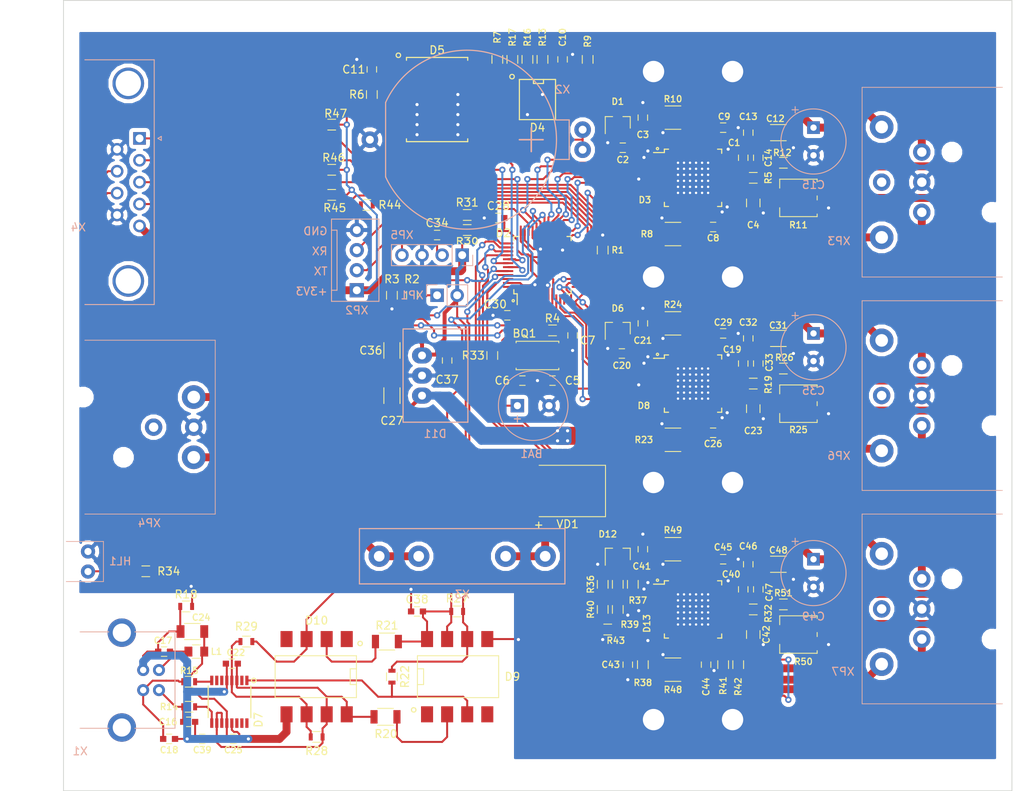
<source format=kicad_pcb>
(kicad_pcb (version 20171130) (host pcbnew 5.0.2+dfsg1-1)
  (layers (0 F.Cu signal) (31 B.Cu signal) (34 B.Paste user) (35 F.Paste user) (36 B.SilkS user) (37 F.SilkS user) (38 B.Mask user) (39 F.Mask user) (44 Edge.Cuts user))
  (net 0 "")
  (net 1 "Net-(BA1-Pad1)")
  (net 2 GND)
  (net 3 "Net-(BQ1-Pad1)")
  (net 4 /OSC_IN)
  (net 5 "Net-(C1-Pad2)")
  (net 6 "Net-(C2-Pad2)")
  (net 7 +VM)
  (net 8 +3V3)
  (net 9 "Net-(C13-Pad1)")
  (net 10 GNDA)
  (net 11 "Net-(C16-Pad2)")
  (net 12 "Net-(C17-Pad2)")
  (net 13 "Net-(C19-Pad2)")
  (net 14 +3,3V_USB)
  (net 15 /DRV3_VIO)
  (net 16 /TONE)
  (net 17 /RETICLE)
  (net 18 /BOOT0)
  (net 19 /SDA)
  (net 20 /SCL)
  (net 21 /SQW)
  (net 22 /DRV3_ENN)
  (net 23 /DRV3_STEP)
  (net 24 /DRV3_DIR)
  (net 25 /SWCLK)
  (net 26 /SWDIO)
  (net 27 /DRV1_ENN)
  (net 28 /UART0_TX)
  (net 29 /UART0_RX)
  (net 30 /DRV1_SPCK)
  (net 31 /DRV1_NPCS)
  (net 32 /DRV1_MISO)
  (net 33 /DRV1_STEP)
  (net 34 /DRV1_DIR)
  (net 35 /UART1_TX)
  (net 36 /UART1_RX)
  (net 37 /BOOT1)
  (net 38 /ST4_RA+)
  (net 39 /ST-4_DEC+)
  (net 40 /ST-4_DEC-)
  (net 41 /ST4_RA-)
  (net 42 /DRV2_ENN)
  (net 43 /DRV2_MOSI)
  (net 44 /DRV2_SPCK)
  (net 45 /DRV2_NPCS)
  (net 46 /DRV2_MISO)
  (net 47 /DRV2_STEP)
  (net 48 /OSC_OUT)
  (net 49 /DRV2_DIR)
  (net 50 /PECIDX)
  (net 51 /HLED)
  (net 52 "Net-(D3-Pad46)")
  (net 53 "Net-(D3-Pad44)")
  (net 54 "Net-(D3-Pad42)")
  (net 55 "Net-(D3-Pad30)")
  (net 56 "Net-(D3-Pad19)")
  (net 57 "Net-(D3-Pad17)")
  (net 58 "Net-(D3-Pad15)")
  (net 59 "Net-(D4-Pad3)")
  (net 60 "Net-(D4-Pad2)")
  (net 61 "Net-(D4-Pad1)")
  (net 62 "Net-(D5-Pad14)")
  (net 63 "Net-(D7-Pad8)")
  (net 64 "Net-(D7-Pad9)")
  (net 65 "Net-(D8-Pad15)")
  (net 66 "Net-(D8-Pad17)")
  (net 67 "Net-(D8-Pad19)")
  (net 68 "Net-(D8-Pad30)")
  (net 69 "Net-(D8-Pad42)")
  (net 70 "Net-(D8-Pad44)")
  (net 71 "Net-(D8-Pad46)")
  (net 72 "Net-(D10-Pad2)")
  (net 73 /DRV3_CFG3)
  (net 74 /DRV3_CFG2)
  (net 75 /DRV3_CFG1)
  (net 76 /DRV3_CFG0)
  (net 77 "Net-(D13-Pad15)")
  (net 78 "Net-(D13-Pad17)")
  (net 79 "Net-(D13-Pad19)")
  (net 80 /DRV3_CFG4)
  (net 81 /DRV3_CFG5)
  (net 82 "Net-(D13-Pad30)")
  (net 83 "Net-(D13-Pad42)")
  (net 84 "Net-(D13-Pad44)")
  (net 85 "Net-(D13-Pad46)")
  (net 86 "Net-(R2-Pad1)")
  (net 87 "Net-(C4-Pad2)")
  (net 88 "Net-(C7-Pad2)")
  (net 89 "Net-(C14-Pad1)")
  (net 90 "Net-(C14-Pad2)")
  (net 91 "Net-(C20-Pad2)")
  (net 92 "Net-(C24-Pad2)")
  (net 93 "Net-(C33-Pad1)")
  (net 94 /DRV1_MOSI)
  (net 95 "Net-(C42-Pad2)")
  (net 96 "Net-(D7-Pad1)")
  (net 97 "Net-(D10-Pad6)")
  (net 98 "Net-(D9-Pad2)")
  (net 99 "Net-(X3-Pad2)")
  (net 100 "Net-(VD1-Pad2)")
  (net 101 "Net-(R30-Pad1)")
  (net 102 "Net-(R31-Pad1)")
  (net 103 "Net-(R25-Pad3)")
  (net 104 "Net-(R11-Pad3)")
  (net 105 "Net-(R50-Pad3)")
  (net 106 "Net-(C18-Pad2)")
  (net 107 "Net-(C23-Pad2)")
  (net 108 "Net-(C32-Pad1)")
  (net 109 "Net-(C33-Pad2)")
  (net 110 "Net-(C40-Pad2)")
  (net 111 "Net-(C46-Pad1)")
  (net 112 "Net-(C47-Pad2)")
  (net 113 "Net-(C47-Pad1)")
  (net 114 "Net-(HL1-Pad2)")
  (module footprints:SSOP-16_3.9x4.9mm_Pitch0.635mm (layer F.Cu) (at 101.981 118.745 270)
    (fp_text reference D7 (at 2.286 -3.683 90) (layer F.SilkS))
    (fp_text value FT230XS)
    (pad 1 smd rect (at -2.7 -2.2225 270) (size 1.2 0.4) (layers F.Cu F.Paste F.Mask) (net 96 "Net-(D7-Pad1)"))
    (pad 2 smd rect (at -2.7 -1.5875 270) (size 1.2 0.4) (layers F.Cu F.Paste F.Mask))
    (pad 3 smd rect (at -2.7 -0.9525 270) (size 1.2 0.4) (layers F.Cu F.Paste F.Mask) (net 14 +3,3V_USB))
    (pad 4 smd rect (at -2.7 -0.3175 270) (size 1.2 0.4) (layers F.Cu F.Paste F.Mask) (net 97 "Net-(D10-Pad6)"))
    (pad 5 smd rect (at -2.7 0.3175 270) (size 1.2 0.4) (layers F.Cu F.Paste F.Mask) (net 10 GNDA))
    (pad 6 smd rect (at -2.7 0.9525 270) (size 1.2 0.4) (layers F.Cu F.Paste F.Mask))
    (pad 7 smd rect (at -2.7 1.5875 270) (size 1.2 0.4) (layers F.Cu F.Paste F.Mask))
    (pad 8 smd rect (at -2.7 2.2225 270) (size 1.2 0.4) (layers F.Cu F.Paste F.Mask) (net 63 "Net-(D7-Pad8)"))
    (pad 9 smd rect (at 2.7 2.2225 270) (size 1.2 0.4) (layers F.Cu F.Paste F.Mask) (net 64 "Net-(D7-Pad9)"))
    (pad 10 smd rect (at 2.7 1.5875 270) (size 1.2 0.4) (layers F.Cu F.Paste F.Mask) (net 14 +3,3V_USB))
    (pad 11 smd rect (at 2.7 0.9525 270) (size 1.2 0.4) (layers F.Cu F.Paste F.Mask) (net 14 +3,3V_USB))
    (pad 12 smd rect (at 2.7 0.3175 270) (size 1.2 0.4) (layers F.Cu F.Paste F.Mask) (net 92 "Net-(C24-Pad2)"))
    (pad 13 smd rect (at 2.7 -0.3175 270) (size 1.2 0.4) (layers F.Cu F.Paste F.Mask) (net 10 GNDA))
    (pad 14 smd rect (at 2.7 -0.9525 270) (size 1.2 0.4) (layers F.Cu F.Paste F.Mask))
    (pad 15 smd rect (at 2.7 -1.5875 270) (size 1.2 0.4) (layers F.Cu F.Paste F.Mask))
    (pad 16 smd rect (at 2.7 -2.2225 270) (size 1.2 0.4) (layers F.Cu F.Paste F.Mask))
  )
  (module footprints:SMD-8 (layer F.Cu) (at 113.03 115.57 180)
    (fp_text reference D10 (at 0 7.112) (layer F.SilkS))
    (fp_text value 6N137)
    (pad 8 smd rect (at -3.81 -4.76 180) (size 1.524 2.032) (layers F.Cu F.Paste F.Mask) (net 14 +3,3V_USB))
    (pad 7 smd rect (at -1.27 -4.76 180) (size 1.524 2.032) (layers F.Cu F.Paste F.Mask) (net 14 +3,3V_USB))
    (pad 6 smd rect (at 1.27 -4.76 180) (size 1.524 2.032) (layers F.Cu F.Paste F.Mask) (net 97 "Net-(D10-Pad6)"))
    (pad 5 smd rect (at 3.81 -4.76 180) (size 1.524 2.032) (layers F.Cu F.Paste F.Mask) (net 10 GNDA))
    (pad 4 smd rect (at 3.81 4.76 180) (size 1.524 2.032) (layers F.Cu F.Paste F.Mask))
    (pad 3 smd rect (at 1.27 4.76 180) (size 1.524 2.032) (layers F.Cu F.Paste F.Mask) (net 29 /UART0_RX))
    (pad 2 smd rect (at -1.27 4.76 180) (size 1.524 2.032) (layers F.Cu F.Paste F.Mask) (net 72 "Net-(D10-Pad2)"))
    (pad 1 smd rect (at -3.81 4.76 180) (size 1.524 2.032) (layers F.Cu F.Paste F.Mask))
  )
  (module footprints:SMD-8 (layer F.Cu) (at 130.81 115.57)
    (fp_text reference D9 (at 6.985 0) (layer F.SilkS))
    (fp_text value 6N137)
    (pad 8 smd rect (at -3.81 -4.76) (size 1.524 2.032) (layers F.Cu F.Paste F.Mask) (net 8 +3V3))
    (pad 7 smd rect (at -1.27 -4.76) (size 1.524 2.032) (layers F.Cu F.Paste F.Mask) (net 8 +3V3))
    (pad 6 smd rect (at 1.27 -4.76) (size 1.524 2.032) (layers F.Cu F.Paste F.Mask) (net 28 /UART0_TX))
    (pad 5 smd rect (at 3.81 -4.76) (size 1.524 2.032) (layers F.Cu F.Paste F.Mask) (net 2 GND))
    (pad 4 smd rect (at 3.81 4.76) (size 1.524 2.032) (layers F.Cu F.Paste F.Mask))
    (pad 3 smd rect (at 1.27 4.76) (size 1.524 2.032) (layers F.Cu F.Paste F.Mask) (net 96 "Net-(D7-Pad1)"))
    (pad 2 smd rect (at -1.27 4.76) (size 1.524 2.032) (layers F.Cu F.Paste F.Mask) (net 98 "Net-(D9-Pad2)"))
    (pad 1 smd rect (at -3.81 4.76) (size 1.524 2.032) (layers F.Cu F.Paste F.Mask))
  )
  (module footprints:SOIC-8-N (layer F.Cu) (at 140.97 42.545 270)
    (fp_text reference D4 (at 3.556 0 180) (layer F.SilkS))
    (fp_text value M24C32)
    (pad 1 smd rect (at -1.905 3.175 270) (size 0.508 1.143) (layers F.Cu F.Paste F.Mask) (net 61 "Net-(D4-Pad1)"))
    (pad 2 smd rect (at -0.635 3.175 270) (size 0.508 1.143) (layers F.Cu F.Paste F.Mask) (net 60 "Net-(D4-Pad2)"))
    (pad 3 smd rect (at 0.635 3.175 270) (size 0.508 1.143) (layers F.Cu F.Paste F.Mask) (net 59 "Net-(D4-Pad3)"))
    (pad 4 smd rect (at 1.905 3.175 270) (size 0.508 1.143) (layers F.Cu F.Paste F.Mask) (net 2 GND))
    (pad 5 smd rect (at 1.905 -3.175 270) (size 0.508 1.143) (layers F.Cu F.Paste F.Mask) (net 19 /SDA))
    (pad 6 smd rect (at 0.635 -3.175 270) (size 0.508 1.143) (layers F.Cu F.Paste F.Mask) (net 20 /SCL))
    (pad 7 smd rect (at -0.635 -3.175 270) (size 0.508 1.143) (layers F.Cu F.Paste F.Mask) (net 2 GND))
    (pad 8 smd rect (at -1.905 -3.175 270) (size 0.508 1.143) (layers F.Cu F.Paste F.Mask) (net 8 +3V3))
  )
  (module footprints:SOIC-16W_7.5x10.3mm_Pitch1.27mm (layer F.Cu) (at 128.27 42.545)
    (fp_text reference D5 (at 0 -6.25) (layer F.SilkS))
    (fp_text value DS3231)
    (pad 1 smd rect (at -4.8 -4.445) (size 1.7 0.6) (layers F.Cu F.Paste F.Mask))
    (pad 2 smd rect (at -4.8 -3.175) (size 1.7 0.6) (layers F.Cu F.Paste F.Mask) (net 8 +3V3))
    (pad 3 smd rect (at -4.8 -1.905) (size 1.7 0.6) (layers F.Cu F.Paste F.Mask) (net 21 /SQW))
    (pad 4 smd rect (at -4.8 -0.635) (size 1.7 0.6) (layers F.Cu F.Paste F.Mask))
    (pad 5 smd rect (at -4.8 0.635) (size 1.7 0.6) (layers F.Cu F.Paste F.Mask) (net 2 GND))
    (pad 6 smd rect (at -4.8 1.905) (size 1.7 0.6) (layers F.Cu F.Paste F.Mask) (net 2 GND))
    (pad 7 smd rect (at -4.8 3.175) (size 1.7 0.6) (layers F.Cu F.Paste F.Mask) (net 2 GND))
    (pad 8 smd rect (at -4.8 4.445) (size 1.7 0.6) (layers F.Cu F.Paste F.Mask) (net 2 GND))
    (pad 9 smd rect (at 4.8 4.445) (size 1.7 0.6) (layers F.Cu F.Paste F.Mask) (net 2 GND))
    (pad 10 smd rect (at 4.8 3.175) (size 1.7 0.6) (layers F.Cu F.Paste F.Mask) (net 2 GND))
    (pad 11 smd rect (at 4.8 1.905) (size 1.7 0.6) (layers F.Cu F.Paste F.Mask) (net 2 GND))
    (pad 12 smd rect (at 4.8 0.635) (size 1.7 0.6) (layers F.Cu F.Paste F.Mask) (net 2 GND))
    (pad 13 smd rect (at 4.8 -0.635) (size 1.7 0.6) (layers F.Cu F.Paste F.Mask) (net 2 GND))
    (pad 14 smd rect (at 4.8 -1.905) (size 1.7 0.6) (layers F.Cu F.Paste F.Mask) (net 62 "Net-(D5-Pad14)"))
    (pad 15 smd rect (at 4.8 -3.175) (size 1.7 0.6) (layers F.Cu F.Paste F.Mask) (net 19 /SDA))
    (pad 16 smd rect (at 4.8 -4.445) (size 1.7 0.6) (layers F.Cu F.Paste F.Mask) (net 20 /SCL))
  )
  (module footprints:DSUB-9_Female_Horizontal_P2.77x2.84mm_EdgePinOffset9.90mm_Housed_MountingHolesOffset11.32mm (layer B.Cu) (at 79.7 53 90)
    (fp_text reference X4 (at -5.715 3.175 180) (layer B.SilkS) (effects (justify mirror)))
    (fp_text value Conn_01x09)
    (pad 1 thru_hole rect (at 5.54 10.92 90) (size 1.6 1.6) (drill 1) (layers *.Cu *.Mask) (net 41 /ST4_RA-))
    (pad 2 thru_hole circle (at 2.77 10.92 90) (size 1.6 1.6) (drill 1) (layers *.Cu *.Mask) (net 40 /ST-4_DEC-))
    (pad 3 thru_hole circle (at 0 10.92 90) (size 1.6 1.6) (drill 1) (layers *.Cu *.Mask) (net 39 /ST-4_DEC+))
    (pad 4 thru_hole circle (at -2.77 10.92 90) (size 1.6 1.6) (drill 1) (layers *.Cu *.Mask) (net 38 /ST4_RA+))
    (pad 5 thru_hole circle (at -5.54 10.92 90) (size 1.6 1.6) (drill 1) (layers *.Cu *.Mask) (net 8 +3V3))
    (pad 6 thru_hole circle (at 4.155 8.08 90) (size 1.6 1.6) (drill 1) (layers *.Cu *.Mask) (net 2 GND))
    (pad 7 thru_hole circle (at 1.385 8.08 90) (size 1.6 1.6) (drill 1) (layers *.Cu *.Mask) (net 50 /PECIDX))
    (pad 8 thru_hole circle (at -1.385 8.08 90) (size 1.6 1.6) (drill 1) (layers *.Cu *.Mask) (net 17 /RETICLE))
    (pad 9 thru_hole circle (at -4.155 8.08 90) (size 1.6 1.6) (drill 1) (layers *.Cu *.Mask) (net 2 GND))
    (pad 0 thru_hole circle (at -12.5 9.5 90) (size 4 4) (drill 3.2) (layers *.Cu *.Mask))
    (pad 0 thru_hole circle (at 12.5 9.5 90) (size 4 4) (drill 3.2) (layers *.Cu *.Mask))
  )
  (module footprints:NC3MAAH (layer B.Cu) (at 79.7 84 270)
    (fp_text reference XP4 (at 12.139 -12.157) (layer B.SilkS) (effects (justify mirror)))
    (fp_text value "\"12V\"")
    (pad 1 thru_hole circle (at 3.81 -17.78 270) (size 3 3) (drill 1.6) (layers *.Cu *.Mask) (net 99 "Net-(X3-Pad2)"))
    (pad 2 thru_hole circle (at -3.81 -17.78 270) (size 3 3) (drill 1.6) (layers *.Cu *.Mask) (net 99 "Net-(X3-Pad2)"))
    (pad 3 thru_hole circle (at 0 -17.78 270) (size 2.2 2.2) (drill 1.2) (layers *.Cu *.Mask) (net 2 GND))
    (pad 4 thru_hole circle (at 0 -12.7 270) (size 2.2 2.2) (drill 1.2) (layers *.Cu *.Mask))
    (pad "" np_thru_hole circle (at 3.81 -8.89 270) (size 1.6 1.6) (drill 1.6) (layers *.Cu *.Mask))
    (pad "" np_thru_hole circle (at -3.81 -3.81 270) (size 1.6 1.6) (drill 1.6) (layers *.Cu *.Mask))
  )
  (module footprints:LED_WP934CB (layer B.Cu) (at 79.7 101 90)
    (fp_text reference HL1 (at 0.035 8.474 180) (layer B.SilkS) (effects (justify mirror)))
    (fp_text value LED)
    (pad 1 thru_hole circle (at 1.27 4.4 90) (size 1.8 1.8) (drill 0.9) (layers *.Cu *.Mask) (net 2 GND))
    (pad 2 thru_hole circle (at -1.27 4.4 90) (size 1.8 1.8) (drill 0.9) (layers *.Cu *.Mask) (net 114 "Net-(HL1-Pad2)"))
  )
  (module footprints:USB_B (layer B.Cu) (at 78.1 116 180)
    (fp_text reference X1 (at -5 -9) (layer B.SilkS) (effects (justify mirror)))
    (fp_text value "\"USB\"")
    (pad 2 thru_hole circle (at -14.98 -1.27 270) (size 1.52 1.52) (drill 0.81) (layers *.Cu *.Mask) (net 11 "Net-(C16-Pad2)"))
    (pad 1 thru_hole circle (at -14.98 1.27 270) (size 1.52 1.52) (drill 0.81) (layers *.Cu *.Mask) (net 12 "Net-(C17-Pad2)"))
    (pad 4 thru_hole circle (at -12.98 1.27 270) (size 1.52 1.52) (drill 0.81) (layers *.Cu *.Mask) (net 10 GNDA))
    (pad 3 thru_hole circle (at -12.98 -1.27 270) (size 1.52 1.52) (drill 0.81) (layers *.Cu *.Mask) (net 106 "Net-(C18-Pad2)"))
    (pad 5 thru_hole circle (at -10.28 -6 270) (size 3.6 3.6) (drill 2.3) (layers *.Cu *.Mask))
    (pad 5 thru_hole circle (at -10.28 6 270) (size 3.6 3.6) (drill 2.3) (layers *.Cu *.Mask))
  )
  (module footprints:NC5MBH (layer B.Cu) (at 202.3 53 90)
    (fp_text reference XP3 (at -7.452 -23.184 180) (layer B.SilkS) (effects (justify mirror)))
    (fp_text value "\"DRV1\"")
    (pad 4 thru_hole circle (at -3.81 -12.7 90) (size 2.2 2.2) (drill 1.2) (layers *.Cu *.Mask) (net 58 "Net-(D3-Pad15)"))
    (pad 2 thru_hole circle (at 3.81 -12.7 90) (size 2.2 2.2) (drill 1.2) (layers *.Cu *.Mask) (net 52 "Net-(D3-Pad46)"))
    (pad "" np_thru_hole circle (at -3.81 -3.81 90) (size 1.6 1.6) (drill 1.6) (layers *.Cu *.Mask))
    (pad "" np_thru_hole circle (at 3.81 -8.89 90) (size 1.6 1.6) (drill 1.6) (layers *.Cu *.Mask))
    (pad 6 thru_hole circle (at 0 -12.7 90) (size 2.2 2.2) (drill 1.2) (layers *.Cu *.Mask) (net 2 GND))
    (pad 3 thru_hole circle (at 0 -17.78 90) (size 2.2 2.2) (drill 1.2) (layers *.Cu *.Mask))
    (pad 5 thru_hole circle (at -6.98 -17.78 90) (size 3 3) (drill 1.6) (layers *.Cu *.Mask) (net 56 "Net-(D3-Pad19)"))
    (pad 1 thru_hole circle (at 6.98 -17.78 90) (size 3 3) (drill 1.6) (layers *.Cu *.Mask) (net 54 "Net-(D3-Pad42)"))
  )
  (module footprints:NC5MBH (layer B.Cu) (at 202.3 80 90)
    (fp_text reference XP6 (at -7.63 -23.184 180) (layer B.SilkS) (effects (justify mirror)))
    (fp_text value "\"DRV2\"")
    (pad 4 thru_hole circle (at -3.81 -12.7 90) (size 2.2 2.2) (drill 1.2) (layers *.Cu *.Mask) (net 65 "Net-(D8-Pad15)"))
    (pad 2 thru_hole circle (at 3.81 -12.7 90) (size 2.2 2.2) (drill 1.2) (layers *.Cu *.Mask) (net 71 "Net-(D8-Pad46)"))
    (pad "" np_thru_hole circle (at -3.81 -3.81 90) (size 1.6 1.6) (drill 1.6) (layers *.Cu *.Mask))
    (pad "" np_thru_hole circle (at 3.81 -8.89 90) (size 1.6 1.6) (drill 1.6) (layers *.Cu *.Mask))
    (pad 6 thru_hole circle (at 0 -12.7 90) (size 2.2 2.2) (drill 1.2) (layers *.Cu *.Mask) (net 2 GND))
    (pad 3 thru_hole circle (at 0 -17.78 90) (size 2.2 2.2) (drill 1.2) (layers *.Cu *.Mask))
    (pad 5 thru_hole circle (at -6.98 -17.78 90) (size 3 3) (drill 1.6) (layers *.Cu *.Mask) (net 67 "Net-(D8-Pad19)"))
    (pad 1 thru_hole circle (at 6.98 -17.78 90) (size 3 3) (drill 1.6) (layers *.Cu *.Mask) (net 69 "Net-(D8-Pad42)"))
  )
  (module footprints:NC5MBH (layer B.Cu) (at 202.3 107 90)
    (fp_text reference XP7 (at -7.935 -22.676 180) (layer B.SilkS) (effects (justify mirror)))
    (fp_text value "\"DRV3\"")
    (pad 4 thru_hole circle (at -3.81 -12.7 90) (size 2.2 2.2) (drill 1.2) (layers *.Cu *.Mask) (net 77 "Net-(D13-Pad15)"))
    (pad 2 thru_hole circle (at 3.81 -12.7 90) (size 2.2 2.2) (drill 1.2) (layers *.Cu *.Mask) (net 85 "Net-(D13-Pad46)"))
    (pad "" np_thru_hole circle (at -3.81 -3.81 90) (size 1.6 1.6) (drill 1.6) (layers *.Cu *.Mask))
    (pad "" np_thru_hole circle (at 3.81 -8.89 90) (size 1.6 1.6) (drill 1.6) (layers *.Cu *.Mask))
    (pad 6 thru_hole circle (at 0 -12.7 90) (size 2.2 2.2) (drill 1.2) (layers *.Cu *.Mask) (net 2 GND))
    (pad 3 thru_hole circle (at 0 -17.78 90) (size 2.2 2.2) (drill 1.2) (layers *.Cu *.Mask))
    (pad 5 thru_hole circle (at -6.98 -17.78 90) (size 3 3) (drill 1.6) (layers *.Cu *.Mask) (net 79 "Net-(D13-Pad19)"))
    (pad 1 thru_hole circle (at 6.98 -17.78 90) (size 3 3) (drill 1.6) (layers *.Cu *.Mask) (net 83 "Net-(D13-Pad42)"))
  )
  (module MountingHole:MountingHole_2.7mm_M2.5_ISO14580_Pad (layer F.Cu) (at 165.655 121)
    (fp_text reference REF** hide)
    (fp_text value MountingHole_2.7mm_M2.5_ISO14580_Pad)
    (pad 1 thru_hole circle (at 0 0) (size 4.5 4.5) (drill 2.7) (layers *.Cu *.Mask) (net 2 GND))
  )
  (module MountingHole:MountingHole_2.7mm_M2.5_ISO14580_Pad (layer F.Cu) (at 155.655 121)
    (fp_text reference REF** hide)
    (fp_text value MountingHole_2.7mm_M2.5_ISO14580_Pad)
    (pad 1 thru_hole circle (at 0 0) (size 4.5 4.5) (drill 2.7) (layers *.Cu *.Mask) (net 2 GND))
  )
  (module MountingHole:MountingHole_2.7mm_M2.5_ISO14580_Pad (layer F.Cu) (at 155.655 91)
    (fp_text reference REF** hide)
    (fp_text value MountingHole_2.7mm_M2.5_ISO14580_Pad)
    (pad 1 thru_hole circle (at 0 0) (size 4.5 4.5) (drill 2.7) (layers *.Cu *.Mask) (net 2 GND))
  )
  (module MountingHole:MountingHole_2.7mm_M2.5_ISO14580_Pad (layer F.Cu) (at 165.655 91)
    (fp_text reference REF** hide)
    (fp_text value MountingHole_2.7mm_M2.5_ISO14580_Pad)
    (pad 1 thru_hole circle (at 0 0) (size 4.5 4.5) (drill 2.7) (layers *.Cu *.Mask) (net 2 GND))
  )
  (module MountingHole:MountingHole_2.7mm_M2.5_ISO14580_Pad (layer F.Cu) (at 155.655 65)
    (fp_text reference REF** hide)
    (fp_text value MountingHole_2.7mm_M2.5_ISO14580_Pad)
    (pad 1 thru_hole circle (at 0 0) (size 4.5 4.5) (drill 2.7) (layers *.Cu *.Mask) (net 2 GND))
  )
  (module MountingHole:MountingHole_2.7mm_M2.5_ISO14580_Pad (layer F.Cu) (at 165.655 65)
    (fp_text reference REF** hide)
    (fp_text value MountingHole_2.7mm_M2.5_ISO14580_Pad)
    (pad 1 thru_hole circle (at 0 0) (size 4.5 4.5) (drill 2.7) (layers *.Cu *.Mask) (net 2 GND))
  )
  (module MountingHole:MountingHole_2.7mm_M2.5_ISO14580_Pad (layer F.Cu) (at 155.655 39)
    (fp_text reference REF** hide)
    (fp_text value MountingHole_2.7mm_M2.5_ISO14580_Pad)
    (pad 1 thru_hole circle (at 0 0) (size 4.5 4.5) (drill 2.7) (layers *.Cu *.Mask) (net 2 GND))
  )
  (module footprints:Fuseholder5x20 (layer B.Cu) (at 131.445 100.33 180)
    (fp_text reference X3 (at 0 -4.826 180) (layer B.SilkS) (effects (justify mirror)))
    (fp_text value "\"FUSE\"")
    (pad 2 thru_hole circle (at 5.5 0 180) (size 2.7 2.7) (drill 1.35) (layers *.Cu *.Mask) (net 99 "Net-(X3-Pad2)"))
    (pad 2 thru_hole circle (at 10.5 0 180) (size 2.7 2.7) (drill 1.35) (layers *.Cu *.Mask) (net 99 "Net-(X3-Pad2)"))
    (pad 1 thru_hole circle (at -5.5 0 180) (size 2.7 2.7) (drill 1.35) (layers *.Cu *.Mask) (net 100 "Net-(VD1-Pad2)"))
    (pad 1 thru_hole circle (at -10.5 0 180) (size 2.7 2.7) (drill 1.35) (layers *.Cu *.Mask) (net 100 "Net-(VD1-Pad2)"))
  )
  (module footprints:TQFP-48_7x7mm_Pitch0.5mm (layer F.Cu) (at 160.655 107.061)
    (fp_text reference D13 (at -5.842 1.778 90) (layer F.SilkS) (effects (font (size 0.8 0.8))))
    (fp_text value TMC2130-TA)
    (pad 48 smd rect (at -2.75 -4.35 90) (size 1.3 0.25) (layers F.Cu F.Paste F.Mask) (net 2 GND))
    (pad 47 smd rect (at -2.25 -4.35 90) (size 1.3 0.25) (layers F.Cu F.Paste F.Mask))
    (pad 46 smd rect (at -1.75 -4.35 90) (size 1.3 0.25) (layers F.Cu F.Paste F.Mask) (net 85 "Net-(D13-Pad46)"))
    (pad 45 smd rect (at -1.25 -4.35 90) (size 1.3 0.25) (layers F.Cu F.Paste F.Mask))
    (pad 44 smd rect (at -0.75 -4.35 90) (size 1.3 0.25) (layers F.Cu F.Paste F.Mask) (net 84 "Net-(D13-Pad44)"))
    (pad 43 smd rect (at -0.25 -4.35 90) (size 1.3 0.25) (layers F.Cu F.Paste F.Mask))
    (pad 42 smd rect (at 0.25 -4.35 90) (size 1.3 0.25) (layers F.Cu F.Paste F.Mask) (net 83 "Net-(D13-Pad42)"))
    (pad 41 smd rect (at 0.75 -4.35 90) (size 1.3 0.25) (layers F.Cu F.Paste F.Mask))
    (pad 40 smd rect (at 1.25 -4.35 90) (size 1.3 0.25) (layers F.Cu F.Paste F.Mask) (net 7 +VM))
    (pad 39 smd rect (at 1.75 -4.35 90) (size 1.3 0.25) (layers F.Cu F.Paste F.Mask) (net 7 +VM))
    (pad 38 smd rect (at 2.25 -4.35 90) (size 1.3 0.25) (layers F.Cu F.Paste F.Mask) (net 111 "Net-(C46-Pad1)"))
    (pad 37 smd rect (at 2.75 -4.35 90) (size 1.3 0.25) (layers F.Cu F.Paste F.Mask) (net 112 "Net-(C47-Pad2)"))
    (pad 36 smd rect (at 4.35 -2.75) (size 1.3 0.25) (layers F.Cu F.Paste F.Mask) (net 2 GND))
    (pad 35 smd rect (at 4.35 -2.25) (size 1.3 0.25) (layers F.Cu F.Paste F.Mask) (net 113 "Net-(C47-Pad1)"))
    (pad 34 smd rect (at 4.35 -1.75) (size 1.3 0.25) (layers F.Cu F.Paste F.Mask) (net 110 "Net-(C40-Pad2)"))
    (pad 33 smd rect (at 4.35 -1.25) (size 1.3 0.25) (layers F.Cu F.Paste F.Mask) (net 95 "Net-(C42-Pad2)"))
    (pad 32 smd rect (at 4.35 -0.75) (size 1.3 0.25) (layers F.Cu F.Paste F.Mask) (net 2 GND))
    (pad 31 smd rect (at 4.35 -0.25) (size 1.3 0.25) (layers F.Cu F.Paste F.Mask) (net 2 GND))
    (pad 30 smd rect (at 4.35 0.25) (size 1.3 0.25) (layers F.Cu F.Paste F.Mask) (net 82 "Net-(D13-Pad30)"))
    (pad 29 smd rect (at 4.35 0.75) (size 1.3 0.25) (layers F.Cu F.Paste F.Mask) (net 22 /DRV3_ENN))
    (pad 28 smd rect (at 4.35 1.25) (size 1.3 0.25) (layers F.Cu F.Paste F.Mask))
    (pad 27 smd rect (at 4.35 1.75) (size 1.3 0.25) (layers F.Cu F.Paste F.Mask))
    (pad 26 smd rect (at 4.35 2.25) (size 1.3 0.25) (layers F.Cu F.Paste F.Mask))
    (pad 25 smd rect (at 4.35 2.75) (size 1.3 0.25) (layers F.Cu F.Paste F.Mask) (net 81 /DRV3_CFG5))
    (pad 24 smd rect (at 2.75 4.35 90) (size 1.3 0.25) (layers F.Cu F.Paste F.Mask) (net 80 /DRV3_CFG4))
    (pad 23 smd rect (at 2.25 4.35 90) (size 1.3 0.25) (layers F.Cu F.Paste F.Mask))
    (pad 22 smd rect (at 1.75 4.35 90) (size 1.3 0.25) (layers F.Cu F.Paste F.Mask))
    (pad 21 smd rect (at 1.25 4.35 90) (size 1.3 0.25) (layers F.Cu F.Paste F.Mask) (net 7 +VM))
    (pad 20 smd rect (at 0.75 4.35 90) (size 1.3 0.25) (layers F.Cu F.Paste F.Mask))
    (pad 19 smd rect (at 0.25 4.35 90) (size 1.3 0.25) (layers F.Cu F.Paste F.Mask) (net 79 "Net-(D13-Pad19)"))
    (pad 18 smd rect (at -0.25 4.35 90) (size 1.3 0.25) (layers F.Cu F.Paste F.Mask))
    (pad 17 smd rect (at -0.75 4.35 90) (size 1.3 0.25) (layers F.Cu F.Paste F.Mask) (net 78 "Net-(D13-Pad17)"))
    (pad 16 smd rect (at -1.25 4.35 90) (size 1.3 0.25) (layers F.Cu F.Paste F.Mask))
    (pad 15 smd rect (at -1.75 4.35 90) (size 1.3 0.25) (layers F.Cu F.Paste F.Mask) (net 77 "Net-(D13-Pad15)"))
    (pad 14 smd rect (at -2.25 4.35 90) (size 1.3 0.25) (layers F.Cu F.Paste F.Mask))
    (pad 13 smd rect (at -2.75 4.35 90) (size 1.3 0.25) (layers F.Cu F.Paste F.Mask) (net 2 GND))
    (pad 12 smd rect (at -4.35 2.75) (size 1.3 0.25) (layers F.Cu F.Paste F.Mask) (net 2 GND))
    (pad 11 smd rect (at -4.35 2.25) (size 1.3 0.25) (layers F.Cu F.Paste F.Mask))
    (pad 10 smd rect (at -4.35 1.75) (size 1.3 0.25) (layers F.Cu F.Paste F.Mask) (net 15 /DRV3_VIO))
    (pad 9 smd rect (at -4.35 1.25) (size 1.3 0.25) (layers F.Cu F.Paste F.Mask) (net 24 /DRV3_DIR))
    (pad 8 smd rect (at -4.35 0.75) (size 1.3 0.25) (layers F.Cu F.Paste F.Mask) (net 23 /DRV3_STEP))
    (pad 7 smd rect (at -4.35 0.25) (size 1.3 0.25) (layers F.Cu F.Paste F.Mask) (net 76 /DRV3_CFG0))
    (pad 6 smd rect (at -4.35 -0.25) (size 1.3 0.25) (layers F.Cu F.Paste F.Mask) (net 2 GND))
    (pad 5 smd rect (at -4.35 -0.75) (size 1.3 0.25) (layers F.Cu F.Paste F.Mask) (net 75 /DRV3_CFG1))
    (pad 4 smd rect (at -4.35 -1.25) (size 1.3 0.25) (layers F.Cu F.Paste F.Mask) (net 74 /DRV3_CFG2))
    (pad 3 smd rect (at -4.35 -1.75) (size 1.3 0.25) (layers F.Cu F.Paste F.Mask) (net 73 /DRV3_CFG3))
    (pad 2 smd rect (at -4.35 -2.25) (size 1.3 0.25) (layers F.Cu F.Paste F.Mask) (net 2 GND))
    (pad 1 smd rect (at -4.35 -2.75) (size 1.3 0.25) (layers F.Cu F.Paste F.Mask) (net 2 GND))
  )
  (module footprints:CUI_P78E (layer B.Cu) (at 126.365 77.47 90)
    (fp_text reference D11 (at -7.366 1.651 180) (layer B.SilkS) (effects (justify mirror)))
    (fp_text value P78E03)
    (pad 1 thru_hole oval (at -2.54 0 90) (size 2.032 2.54) (drill 1) (layers *.Cu *.Mask) (net 7 +VM))
    (pad 3 thru_hole oval (at 2.54 0 90) (size 2.032 2.54) (drill 1) (layers *.Cu *.Mask) (net 8 +3V3))
    (pad 2 thru_hole oval (at 0 0 90) (size 2.032 2.54) (drill 1) (layers *.Cu *.Mask) (net 2 GND))
  )
  (module footprints:C_0603 (layer F.Cu) (at 120.015 38.735 270)
    (fp_text reference C11 (at 0 2.286 180) (layer F.SilkS))
    (fp_text value "0.1 uF")
    (pad 2 smd rect (at 0.75 0 270) (size 0.8 0.75) (layers F.Cu F.Paste F.Mask) (net 8 +3V3))
    (pad 1 smd rect (at -0.75 0 270) (size 0.8 0.75) (layers F.Cu F.Paste F.Mask) (net 2 GND))
  )
  (module footprints:C_0603 (layer F.Cu) (at 151.765 48.641)
    (fp_text reference C2 (at 0 1.524 180) (layer F.SilkS) (effects (font (size 0.8 0.8))))
    (fp_text value "1 uF")
    (pad 2 smd rect (at 0.75 0) (size 0.8 0.75) (layers F.Cu F.Paste F.Mask) (net 6 "Net-(C2-Pad2)"))
    (pad 1 smd rect (at -0.75 0) (size 0.8 0.75) (layers F.Cu F.Paste F.Mask) (net 2 GND))
  )
  (module footprints:C_0603 (layer F.Cu) (at 163.195 58.674 180)
    (fp_text reference C8 (at 0 -1.397 180) (layer F.SilkS) (effects (font (size 0.8 0.8))))
    (fp_text value "0.1 uF")
    (pad 2 smd rect (at 0.75 0 180) (size 0.8 0.75) (layers F.Cu F.Paste F.Mask) (net 7 +VM))
    (pad 1 smd rect (at -0.75 0 180) (size 0.8 0.75) (layers F.Cu F.Paste F.Mask) (net 2 GND))
  )
  (module footprints:C_0603 (layer F.Cu) (at 164.465 46.101 180)
    (fp_text reference C9 (at -0.127 1.397) (layer F.SilkS) (effects (font (size 0.8 0.8))))
    (fp_text value "0.1 uF")
    (pad 2 smd rect (at 0.75 0 180) (size 0.8 0.75) (layers F.Cu F.Paste F.Mask) (net 7 +VM))
    (pad 1 smd rect (at -0.75 0 180) (size 0.8 0.75) (layers F.Cu F.Paste F.Mask) (net 2 GND))
  )
  (module footprints:C_0603 (layer F.Cu) (at 167.64 46.736 90)
    (fp_text reference C13 (at 2.032 0) (layer F.SilkS) (effects (font (size 0.8 0.8))))
    (fp_text value "0.1 uF")
    (pad 2 smd rect (at 0.75 0 90) (size 0.8 0.75) (layers F.Cu F.Paste F.Mask) (net 7 +VM))
    (pad 1 smd rect (at -0.75 0 90) (size 0.8 0.75) (layers F.Cu F.Paste F.Mask) (net 9 "Net-(C13-Pad1)"))
  )
  (module footprints:C_0603 (layer F.Cu) (at 168.91 49.911 90)
    (fp_text reference C14 (at 0 1.27 90) (layer F.SilkS) (effects (font (size 0.8 0.8))))
    (fp_text value "0.022 uF")
    (pad 2 smd rect (at 0.75 0 90) (size 0.8 0.75) (layers F.Cu F.Paste F.Mask) (net 90 "Net-(C14-Pad2)"))
    (pad 1 smd rect (at -0.75 0 90) (size 0.8 0.75) (layers F.Cu F.Paste F.Mask) (net 89 "Net-(C14-Pad1)"))
  )
  (module footprints:C_0603 (layer F.Cu) (at 167.005 49.911 270)
    (fp_text reference C1 (at -1.905 1.143) (layer F.SilkS) (effects (font (size 0.8 0.8))))
    (fp_text value "1 uF")
    (pad 2 smd rect (at 0.75 0 270) (size 0.8 0.75) (layers F.Cu F.Paste F.Mask) (net 5 "Net-(C1-Pad2)"))
    (pad 1 smd rect (at -0.75 0 270) (size 0.8 0.75) (layers F.Cu F.Paste F.Mask) (net 2 GND))
  )
  (module footprints:C_0603 (layer F.Cu) (at 154.305 44.831 270)
    (fp_text reference C3 (at 2.159 0) (layer F.SilkS) (effects (font (size 0.8 0.8))))
    (fp_text value "1 uF")
    (pad 2 smd rect (at 0.75 0 270) (size 0.8 0.75) (layers F.Cu F.Paste F.Mask) (net 5 "Net-(C1-Pad2)"))
    (pad 1 smd rect (at -0.75 0 270) (size 0.8 0.75) (layers F.Cu F.Paste F.Mask) (net 2 GND))
  )
  (module footprints:C_0603 (layer F.Cu) (at 142.875 78.105)
    (fp_text reference C5 (at 2.54 0) (layer F.SilkS))
    (fp_text value "24 pF")
    (pad 2 smd rect (at 0.75 0) (size 0.8 0.75) (layers F.Cu F.Paste F.Mask) (net 3 "Net-(BQ1-Pad1)"))
    (pad 1 smd rect (at -0.75 0) (size 0.8 0.75) (layers F.Cu F.Paste F.Mask) (net 2 GND))
  )
  (module footprints:C_0603 (layer F.Cu) (at 139.065 78.105 180)
    (fp_text reference C6 (at 2.54 0 180) (layer F.SilkS))
    (fp_text value "24 pF")
    (pad 2 smd rect (at 0.75 0 180) (size 0.8 0.75) (layers F.Cu F.Paste F.Mask) (net 4 /OSC_IN))
    (pad 1 smd rect (at -0.75 0 180) (size 0.8 0.75) (layers F.Cu F.Paste F.Mask) (net 2 GND))
  )
  (module footprints:C_0603 (layer F.Cu) (at 145.415 72.39 90)
    (fp_text reference C7 (at -0.635 1.905 180) (layer F.SilkS))
    (fp_text value "0.1 uF")
    (pad 2 smd rect (at 0.75 0 90) (size 0.8 0.75) (layers F.Cu F.Paste F.Mask) (net 88 "Net-(C7-Pad2)"))
    (pad 1 smd rect (at -0.75 0 90) (size 0.8 0.75) (layers F.Cu F.Paste F.Mask) (net 2 GND))
  )
  (module footprints:C_0603 (layer F.Cu) (at 144.145 37.465 270)
    (fp_text reference C10 (at -2.794 0 270) (layer F.SilkS) (effects (font (size 0.8 0.8))))
    (fp_text value "0.1 uF")
    (pad 2 smd rect (at 0.75 0 270) (size 0.8 0.75) (layers F.Cu F.Paste F.Mask) (net 8 +3V3))
    (pad 1 smd rect (at -0.75 0 270) (size 0.8 0.75) (layers F.Cu F.Paste F.Mask) (net 2 GND))
  )
  (module footprints:C_0603 (layer F.Cu) (at 96.901 121.285 180)
    (fp_text reference C16 (at 2.667 0 180) (layer F.SilkS) (effects (font (size 0.8 0.8))))
    (fp_text value "47 pF")
    (pad 2 smd rect (at 0.75 0 180) (size 0.8 0.75) (layers F.Cu F.Paste F.Mask) (net 11 "Net-(C16-Pad2)"))
    (pad 1 smd rect (at -0.75 0 180) (size 0.8 0.75) (layers F.Cu F.Paste F.Mask) (net 10 GNDA))
  )
  (module footprints:C_0603 (layer F.Cu) (at 93.726 112.395)
    (fp_text reference C17 (at -0.127 -1.397 180) (layer F.SilkS) (effects (font (size 0.8 0.8))))
    (fp_text value "0.01 uF")
    (pad 2 smd rect (at 0.75 0) (size 0.8 0.75) (layers F.Cu F.Paste F.Mask) (net 12 "Net-(C17-Pad2)"))
    (pad 1 smd rect (at -0.75 0) (size 0.8 0.75) (layers F.Cu F.Paste F.Mask) (net 10 GNDA))
  )
  (module footprints:C_0603 (layer F.Cu) (at 94.361 123.444 180)
    (fp_text reference C18 (at 0 -1.397) (layer F.SilkS) (effects (font (size 0.8 0.8))))
    (fp_text value "47 pF")
    (pad 2 smd rect (at 0.75 0 180) (size 0.8 0.75) (layers F.Cu F.Paste F.Mask) (net 106 "Net-(C18-Pad2)"))
    (pad 1 smd rect (at -0.75 0 180) (size 0.8 0.75) (layers F.Cu F.Paste F.Mask) (net 10 GNDA))
  )
  (module footprints:C_0603 (layer F.Cu) (at 167.005 75.946 270)
    (fp_text reference C19 (at -1.778 1.397) (layer F.SilkS) (effects (font (size 0.8 0.8))))
    (fp_text value "1 uF")
    (pad 2 smd rect (at 0.75 0 270) (size 0.8 0.75) (layers F.Cu F.Paste F.Mask) (net 13 "Net-(C19-Pad2)"))
    (pad 1 smd rect (at -0.75 0 270) (size 0.8 0.75) (layers F.Cu F.Paste F.Mask) (net 2 GND))
  )
  (module footprints:C_0603 (layer F.Cu) (at 151.65 74.676)
    (fp_text reference C20 (at 0 1.524 180) (layer F.SilkS) (effects (font (size 0.8 0.8))))
    (fp_text value "1 uF")
    (pad 2 smd rect (at 0.75 0) (size 0.8 0.75) (layers F.Cu F.Paste F.Mask) (net 91 "Net-(C20-Pad2)"))
    (pad 1 smd rect (at -0.75 0) (size 0.8 0.75) (layers F.Cu F.Paste F.Mask) (net 2 GND))
  )
  (module footprints:C_0603 (layer F.Cu) (at 154.305 70.866 270)
    (fp_text reference C21 (at 2.159 0) (layer F.SilkS) (effects (font (size 0.8 0.8))))
    (fp_text value "1 uF")
    (pad 2 smd rect (at 0.75 0 270) (size 0.8 0.75) (layers F.Cu F.Paste F.Mask) (net 13 "Net-(C19-Pad2)"))
    (pad 1 smd rect (at -0.75 0 270) (size 0.8 0.75) (layers F.Cu F.Paste F.Mask) (net 2 GND))
  )
  (module footprints:C_0603 (layer F.Cu) (at 102.2985 113.919)
    (fp_text reference C22 (at 0.508 -1.397) (layer F.SilkS) (effects (font (size 0.8 0.8))))
    (fp_text value "0.1 uF")
    (pad 2 smd rect (at 0.75 0) (size 0.8 0.75) (layers F.Cu F.Paste F.Mask) (net 14 +3,3V_USB))
    (pad 1 smd rect (at -0.75 0) (size 0.8 0.75) (layers F.Cu F.Paste F.Mask) (net 10 GNDA))
  )
  (module footprints:C_0603 (layer F.Cu) (at 102.489 123.444 180)
    (fp_text reference C25 (at 0 -1.397) (layer F.SilkS) (effects (font (size 0.8 0.8))))
    (fp_text value "0.1 uF")
    (pad 2 smd rect (at 0.75 0 180) (size 0.8 0.75) (layers F.Cu F.Paste F.Mask) (net 92 "Net-(C24-Pad2)"))
    (pad 1 smd rect (at -0.75 0 180) (size 0.8 0.75) (layers F.Cu F.Paste F.Mask) (net 10 GNDA))
  )
  (module footprints:C_0603 (layer F.Cu) (at 163.195 84.709 180)
    (fp_text reference C26 (at 0 -1.397 180) (layer F.SilkS) (effects (font (size 0.8 0.8))))
    (fp_text value "0.1 uF")
    (pad 2 smd rect (at 0.75 0 180) (size 0.8 0.75) (layers F.Cu F.Paste F.Mask) (net 7 +VM))
    (pad 1 smd rect (at -0.75 0 180) (size 0.8 0.75) (layers F.Cu F.Paste F.Mask) (net 2 GND))
  )
  (module footprints:C_0603 (layer F.Cu) (at 136.017 57.531)
    (fp_text reference C28 (at 0 -1.527) (layer F.SilkS))
    (fp_text value "0.1 uF")
    (pad 2 smd rect (at 0.75 0) (size 0.8 0.75) (layers F.Cu F.Paste F.Mask) (net 8 +3V3))
    (pad 1 smd rect (at -0.75 0) (size 0.8 0.75) (layers F.Cu F.Paste F.Mask) (net 2 GND))
  )
  (module footprints:C_0603 (layer F.Cu) (at 164.465 72.136 180)
    (fp_text reference C29 (at 0 1.397 180) (layer F.SilkS) (effects (font (size 0.8 0.8))))
    (fp_text value "0.1 uF")
    (pad 2 smd rect (at 0.75 0 180) (size 0.8 0.75) (layers F.Cu F.Paste F.Mask) (net 7 +VM))
    (pad 1 smd rect (at -0.75 0 180) (size 0.8 0.75) (layers F.Cu F.Paste F.Mask) (net 2 GND))
  )
  (module footprints:C_0603 (layer F.Cu) (at 137.16 69.85)
    (fp_text reference C30 (at -1.524 -1.4) (layer F.SilkS))
    (fp_text value "0.1 uF")
    (pad 2 smd rect (at 0.75 0) (size 0.8 0.75) (layers F.Cu F.Paste F.Mask) (net 8 +3V3))
    (pad 1 smd rect (at -0.75 0) (size 0.8 0.75) (layers F.Cu F.Paste F.Mask) (net 2 GND))
  )
  (module footprints:C_0603 (layer F.Cu) (at 167.64 72.771 90)
    (fp_text reference C32 (at 2.032 0 180) (layer F.SilkS) (effects (font (size 0.8 0.8))))
    (fp_text value "0.1 uF")
    (pad 2 smd rect (at 0.75 0 90) (size 0.8 0.75) (layers F.Cu F.Paste F.Mask) (net 7 +VM))
    (pad 1 smd rect (at -0.75 0 90) (size 0.8 0.75) (layers F.Cu F.Paste F.Mask) (net 108 "Net-(C32-Pad1)"))
  )
  (module footprints:C_0603 (layer F.Cu) (at 168.91 75.946 90)
    (fp_text reference C33 (at 0.127 1.397 90) (layer F.SilkS) (effects (font (size 0.8 0.8))))
    (fp_text value "0.022 uF")
    (pad 2 smd rect (at 0.75 0 90) (size 0.8 0.75) (layers F.Cu F.Paste F.Mask) (net 109 "Net-(C33-Pad2)"))
    (pad 1 smd rect (at -0.75 0 90) (size 0.8 0.75) (layers F.Cu F.Paste F.Mask) (net 93 "Net-(C33-Pad1)"))
  )
  (module footprints:C_0603 (layer F.Cu) (at 128.27 59.69)
    (fp_text reference C34 (at 0 -1.524) (layer F.SilkS))
    (fp_text value "0.1 uF")
    (pad 2 smd rect (at 0.75 0) (size 0.8 0.75) (layers F.Cu F.Paste F.Mask) (net 8 +3V3))
    (pad 1 smd rect (at -0.75 0) (size 0.8 0.75) (layers F.Cu F.Paste F.Mask) (net 2 GND))
  )
  (module footprints:C_0603 (layer F.Cu) (at 129.54 75.565 90)
    (fp_text reference C37 (at -2.413 0 180) (layer F.SilkS))
    (fp_text value "0.1 uF")
    (pad 2 smd rect (at 0.75 0 90) (size 0.8 0.75) (layers F.Cu F.Paste F.Mask) (net 8 +3V3))
    (pad 1 smd rect (at -0.75 0 90) (size 0.8 0.75) (layers F.Cu F.Paste F.Mask) (net 2 GND))
  )
  (module footprints:C_0603 (layer F.Cu) (at 125.73 107.315)
    (fp_text reference C38 (at 0 -1.524) (layer F.SilkS))
    (fp_text value "0.1 uF")
    (pad 2 smd rect (at 0.75 0) (size 0.8 0.75) (layers F.Cu F.Paste F.Mask) (net 8 +3V3))
    (pad 1 smd rect (at -0.75 0) (size 0.8 0.75) (layers F.Cu F.Paste F.Mask) (net 2 GND))
  )
  (module footprints:C_0603 (layer F.Cu) (at 98.552 123.444)
    (fp_text reference C39 (at 0 1.397) (layer F.SilkS) (effects (font (size 0.8 0.8))))
    (fp_text value "0.1 uF")
    (pad 2 smd rect (at 0.75 0) (size 0.8 0.75) (layers F.Cu F.Paste F.Mask) (net 14 +3,3V_USB))
    (pad 1 smd rect (at -0.75 0) (size 0.8 0.75) (layers F.Cu F.Paste F.Mask) (net 10 GNDA))
  )
  (module footprints:C_0603 (layer F.Cu) (at 167.005 104.521 270)
    (fp_text reference C40 (at -1.905 1.524) (layer F.SilkS) (effects (font (size 0.8 0.8))))
    (fp_text value "1 uF")
    (pad 2 smd rect (at 0.75 0 270) (size 0.8 0.75) (layers F.Cu F.Paste F.Mask) (net 110 "Net-(C40-Pad2)"))
    (pad 1 smd rect (at -0.75 0 270) (size 0.8 0.75) (layers F.Cu F.Paste F.Mask) (net 2 GND))
  )
  (module footprints:C_0603 (layer F.Cu) (at 154.305 99.441 270)
    (fp_text reference C41 (at 2.159 0.127) (layer F.SilkS) (effects (font (size 0.8 0.8))))
    (fp_text value "1 uF")
    (pad 2 smd rect (at 0.75 0 270) (size 0.8 0.75) (layers F.Cu F.Paste F.Mask) (net 110 "Net-(C40-Pad2)"))
    (pad 1 smd rect (at -0.75 0 270) (size 0.8 0.75) (layers F.Cu F.Paste F.Mask) (net 2 GND))
  )
  (module footprints:C_0603 (layer F.Cu) (at 152.4 114.046 270)
    (fp_text reference C43 (at 0 2.159) (layer F.SilkS) (effects (font (size 0.8 0.8))))
    (fp_text value "1 uF")
    (pad 2 smd rect (at 0.75 0 270) (size 0.8 0.75) (layers F.Cu F.Paste F.Mask) (net 2 GND))
    (pad 1 smd rect (at -0.75 0 270) (size 0.8 0.75) (layers F.Cu F.Paste F.Mask) (net 15 /DRV3_VIO))
  )
  (module footprints:C_0603 (layer F.Cu) (at 162.306 114.046 90)
    (fp_text reference C44 (at -2.794 0 90) (layer F.SilkS) (effects (font (size 0.8 0.8))))
    (fp_text value "0.1 uF")
    (pad 2 smd rect (at 0.75 0 90) (size 0.8 0.75) (layers F.Cu F.Paste F.Mask) (net 7 +VM))
    (pad 1 smd rect (at -0.75 0 90) (size 0.8 0.75) (layers F.Cu F.Paste F.Mask) (net 2 GND))
  )
  (module footprints:C_0603 (layer F.Cu) (at 164.465 100.711 180)
    (fp_text reference C45 (at 0 1.524 180) (layer F.SilkS) (effects (font (size 0.8 0.8))))
    (fp_text value "0.1 uF")
    (pad 2 smd rect (at 0.75 0 180) (size 0.8 0.75) (layers F.Cu F.Paste F.Mask) (net 7 +VM))
    (pad 1 smd rect (at -0.75 0 180) (size 0.8 0.75) (layers F.Cu F.Paste F.Mask) (net 2 GND))
  )
  (module footprints:C_0603 (layer F.Cu) (at 167.64 101.346 90)
    (fp_text reference C46 (at 2.286 0 180) (layer F.SilkS) (effects (font (size 0.8 0.8))))
    (fp_text value "0.1 uF")
    (pad 2 smd rect (at 0.75 0 90) (size 0.8 0.75) (layers F.Cu F.Paste F.Mask) (net 7 +VM))
    (pad 1 smd rect (at -0.75 0 90) (size 0.8 0.75) (layers F.Cu F.Paste F.Mask) (net 111 "Net-(C46-Pad1)"))
  )
  (module footprints:C_0603 (layer F.Cu) (at 168.91 104.521 90)
    (fp_text reference C47 (at -0.381 1.397 90) (layer F.SilkS) (effects (font (size 0.8 0.8))))
    (fp_text value "0.022 uF")
    (pad 2 smd rect (at 0.75 0 90) (size 0.8 0.75) (layers F.Cu F.Paste F.Mask) (net 112 "Net-(C47-Pad2)"))
    (pad 1 smd rect (at -0.75 0 90) (size 0.8 0.75) (layers F.Cu F.Paste F.Mask) (net 113 "Net-(C47-Pad1)"))
  )
  (module footprints:CR2032_120591-1 (layer B.Cu) (at 146.685 47.625 180)
    (fp_text reference X2 (at 2.54 6.35 180) (layer B.SilkS) (effects (justify mirror)))
    (fp_text value "Battery Holder")
    (pad 2 thru_hole circle (at 26.92 0 180) (size 2.1 2.1) (drill 1) (layers *.Cu *.Mask) (net 2 GND))
    (pad 1 thru_hole circle (at 0 -1.27 180) (size 2.1 2.1) (drill 1) (layers *.Cu *.Mask) (net 62 "Net-(D5-Pad14)"))
    (pad 1 thru_hole circle (at 0 1.27 180) (size 2.1 2.1) (drill 1) (layers *.Cu *.Mask) (net 62 "Net-(D5-Pad14)"))
  )
  (module footprints:C_1206 (layer F.Cu) (at 171.45 46.736 180)
    (fp_text reference C12 (at 0.381 1.778 180) (layer F.SilkS) (effects (font (size 0.8 0.8))))
    (fp_text value "4.7 uF")
    (pad 1 smd rect (at -1.5 0 180) (size 1 1.6) (layers F.Cu F.Paste F.Mask) (net 2 GND))
    (pad 2 smd rect (at 1.5 0 180) (size 1 1.6) (layers F.Cu F.Paste F.Mask) (net 7 +VM))
  )
  (module footprints:TQFP-48_7x7mm_Pitch0.5mm (layer F.Cu) (at 160.655 52.451)
    (fp_text reference D3 (at -6.096 2.794) (layer F.SilkS) (effects (font (size 0.8 0.8))))
    (fp_text value TMC2130-TA)
    (pad 48 smd rect (at -2.75 -4.35 90) (size 1.3 0.25) (layers F.Cu F.Paste F.Mask) (net 2 GND))
    (pad 47 smd rect (at -2.25 -4.35 90) (size 1.3 0.25) (layers F.Cu F.Paste F.Mask))
    (pad 46 smd rect (at -1.75 -4.35 90) (size 1.3 0.25) (layers F.Cu F.Paste F.Mask) (net 52 "Net-(D3-Pad46)"))
    (pad 45 smd rect (at -1.25 -4.35 90) (size 1.3 0.25) (layers F.Cu F.Paste F.Mask))
    (pad 44 smd rect (at -0.75 -4.35 90) (size 1.3 0.25) (layers F.Cu F.Paste F.Mask) (net 53 "Net-(D3-Pad44)"))
    (pad 43 smd rect (at -0.25 -4.35 90) (size 1.3 0.25) (layers F.Cu F.Paste F.Mask))
    (pad 42 smd rect (at 0.25 -4.35 90) (size 1.3 0.25) (layers F.Cu F.Paste F.Mask) (net 54 "Net-(D3-Pad42)"))
    (pad 41 smd rect (at 0.75 -4.35 90) (size 1.3 0.25) (layers F.Cu F.Paste F.Mask))
    (pad 40 smd rect (at 1.25 -4.35 90) (size 1.3 0.25) (layers F.Cu F.Paste F.Mask) (net 7 +VM))
    (pad 39 smd rect (at 1.75 -4.35 90) (size 1.3 0.25) (layers F.Cu F.Paste F.Mask) (net 7 +VM))
    (pad 38 smd rect (at 2.25 -4.35 90) (size 1.3 0.25) (layers F.Cu F.Paste F.Mask) (net 9 "Net-(C13-Pad1)"))
    (pad 37 smd rect (at 2.75 -4.35 90) (size 1.3 0.25) (layers F.Cu F.Paste F.Mask) (net 90 "Net-(C14-Pad2)"))
    (pad 36 smd rect (at 4.35 -2.75) (size 1.3 0.25) (layers F.Cu F.Paste F.Mask) (net 2 GND))
    (pad 35 smd rect (at 4.35 -2.25) (size 1.3 0.25) (layers F.Cu F.Paste F.Mask) (net 89 "Net-(C14-Pad1)"))
    (pad 34 smd rect (at 4.35 -1.75) (size 1.3 0.25) (layers F.Cu F.Paste F.Mask) (net 5 "Net-(C1-Pad2)"))
    (pad 33 smd rect (at 4.35 -1.25) (size 1.3 0.25) (layers F.Cu F.Paste F.Mask) (net 87 "Net-(C4-Pad2)"))
    (pad 32 smd rect (at 4.35 -0.75) (size 1.3 0.25) (layers F.Cu F.Paste F.Mask) (net 2 GND))
    (pad 31 smd rect (at 4.35 -0.25) (size 1.3 0.25) (layers F.Cu F.Paste F.Mask) (net 2 GND))
    (pad 30 smd rect (at 4.35 0.25) (size 1.3 0.25) (layers F.Cu F.Paste F.Mask) (net 55 "Net-(D3-Pad30)"))
    (pad 29 smd rect (at 4.35 0.75) (size 1.3 0.25) (layers F.Cu F.Paste F.Mask) (net 27 /DRV1_ENN))
    (pad 28 smd rect (at 4.35 1.25) (size 1.3 0.25) (layers F.Cu F.Paste F.Mask))
    (pad 27 smd rect (at 4.35 1.75) (size 1.3 0.25) (layers F.Cu F.Paste F.Mask))
    (pad 26 smd rect (at 4.35 2.25) (size 1.3 0.25) (layers F.Cu F.Paste F.Mask))
    (pad 25 smd rect (at 4.35 2.75) (size 1.3 0.25) (layers F.Cu F.Paste F.Mask) (net 2 GND))
    (pad 24 smd rect (at 2.75 4.35 90) (size 1.3 0.25) (layers F.Cu F.Paste F.Mask) (net 2 GND))
    (pad 23 smd rect (at 2.25 4.35 90) (size 1.3 0.25) (layers F.Cu F.Paste F.Mask))
    (pad 22 smd rect (at 1.75 4.35 90) (size 1.3 0.25) (layers F.Cu F.Paste F.Mask))
    (pad 21 smd rect (at 1.25 4.35 90) (size 1.3 0.25) (layers F.Cu F.Paste F.Mask) (net 7 +VM))
    (pad 20 smd rect (at 0.75 4.35 90) (size 1.3 0.25) (layers F.Cu F.Paste F.Mask))
    (pad 19 smd rect (at 0.25 4.35 90) (size 1.3 0.25) (layers F.Cu F.Paste F.Mask) (net 56 "Net-(D3-Pad19)"))
    (pad 18 smd rect (at -0.25 4.35 90) (size 1.3 0.25) (layers F.Cu F.Paste F.Mask))
    (pad 17 smd rect (at -0.75 4.35 90) (size 1.3 0.25) (layers F.Cu F.Paste F.Mask) (net 57 "Net-(D3-Pad17)"))
    (pad 16 smd rect (at -1.25 4.35 90) (size 1.3 0.25) (layers F.Cu F.Paste F.Mask))
    (pad 15 smd rect (at -1.75 4.35 90) (size 1.3 0.25) (layers F.Cu F.Paste F.Mask) (net 58 "Net-(D3-Pad15)"))
    (pad 14 smd rect (at -2.25 4.35 90) (size 1.3 0.25) (layers F.Cu F.Paste F.Mask))
    (pad 13 smd rect (at -2.75 4.35 90) (size 1.3 0.25) (layers F.Cu F.Paste F.Mask) (net 2 GND))
    (pad 12 smd rect (at -4.35 2.75) (size 1.3 0.25) (layers F.Cu F.Paste F.Mask))
    (pad 11 smd rect (at -4.35 2.25) (size 1.3 0.25) (layers F.Cu F.Paste F.Mask))
    (pad 10 smd rect (at -4.35 1.75) (size 1.3 0.25) (layers F.Cu F.Paste F.Mask) (net 6 "Net-(C2-Pad2)"))
    (pad 9 smd rect (at -4.35 1.25) (size 1.3 0.25) (layers F.Cu F.Paste F.Mask) (net 34 /DRV1_DIR))
    (pad 8 smd rect (at -4.35 0.75) (size 1.3 0.25) (layers F.Cu F.Paste F.Mask) (net 33 /DRV1_STEP))
    (pad 7 smd rect (at -4.35 0.25) (size 1.3 0.25) (layers F.Cu F.Paste F.Mask) (net 32 /DRV1_MISO))
    (pad 6 smd rect (at -4.35 -0.25) (size 1.3 0.25) (layers F.Cu F.Paste F.Mask) (net 2 GND))
    (pad 5 smd rect (at -4.35 -0.75) (size 1.3 0.25) (layers F.Cu F.Paste F.Mask) (net 94 /DRV1_MOSI))
    (pad 4 smd rect (at -4.35 -1.25) (size 1.3 0.25) (layers F.Cu F.Paste F.Mask) (net 30 /DRV1_SPCK))
    (pad 3 smd rect (at -4.35 -1.75) (size 1.3 0.25) (layers F.Cu F.Paste F.Mask) (net 31 /DRV1_NPCS))
    (pad 2 smd rect (at -4.35 -2.25) (size 1.3 0.25) (layers F.Cu F.Paste F.Mask) (net 2 GND))
    (pad 1 smd rect (at -4.35 -2.75) (size 1.3 0.25) (layers F.Cu F.Paste F.Mask) (net 2 GND))
  )
  (module footprints:R_0603 (layer F.Cu) (at 168.275 52.451)
    (fp_text reference R5 (at 1.905 0 90) (layer F.SilkS) (effects (font (size 0.8 0.8))))
    (fp_text value 2.2)
    (pad 2 smd rect (at 0.75 0) (size 0.5 0.9) (layers F.Cu F.Paste F.Mask) (net 87 "Net-(C4-Pad2)"))
    (pad 1 smd rect (at -0.75 0) (size 0.5 0.9) (layers F.Cu F.Paste F.Mask) (net 5 "Net-(C1-Pad2)"))
  )
  (module footprints:R_1210 (layer F.Cu) (at 158.115 59.563)
    (fp_text reference R8 (at -3.302 0) (layer F.SilkS) (effects (font (size 0.8 0.8))))
    (fp_text value 0.12)
    (pad 1 smd rect (at -1.45 0) (size 0.9 2.5) (layers F.Cu F.Paste F.Mask) (net 2 GND))
    (pad 2 smd rect (at 1.45 0) (size 0.9 2.5) (layers F.Cu F.Paste F.Mask) (net 57 "Net-(D3-Pad17)"))
  )
  (module footprints:R_1210 (layer F.Cu) (at 158.115 44.831)
    (fp_text reference R10 (at 0 -2.3495) (layer F.SilkS) (effects (font (size 0.8 0.8))))
    (fp_text value 0.12)
    (pad 1 smd rect (at -1.45 0) (size 0.9 2.5) (layers F.Cu F.Paste F.Mask) (net 2 GND))
    (pad 2 smd rect (at 1.45 0) (size 0.9 2.5) (layers F.Cu F.Paste F.Mask) (net 53 "Net-(D3-Pad44)"))
  )
  (module footprints:R_0603 (layer F.Cu) (at 172.085 50.546)
    (fp_text reference R12 (at -0.127 -1.27) (layer F.SilkS) (effects (font (size 0.8 0.8))))
    (fp_text value 20k)
    (pad 2 smd rect (at 0.75 0) (size 0.5 0.9) (layers F.Cu F.Paste F.Mask) (net 104 "Net-(R11-Pad3)"))
    (pad 1 smd rect (at -0.75 0) (size 0.5 0.9) (layers F.Cu F.Paste F.Mask) (net 87 "Net-(C4-Pad2)"))
  )
  (module footprints:C_0805 (layer F.Cu) (at 168.275 55.626 90)
    (fp_text reference C4 (at -2.794 0 180) (layer F.SilkS) (effects (font (size 0.8 0.8))))
    (fp_text value "4.7 uF")
    (pad 1 smd rect (at -1 0 90) (size 1 1.25) (layers F.Cu F.Paste F.Mask) (net 2 GND))
    (pad 2 smd rect (at 1 0 90) (size 1 1.25) (layers F.Cu F.Paste F.Mask) (net 87 "Net-(C4-Pad2)"))
  )
  (module footprints:Buzzer_CST-951AP (layer B.Cu) (at 138.43 81.28)
    (fp_text reference BA1 (at 1.778 6.096 180) (layer B.SilkS) (effects (justify mirror)))
    (fp_text value Speaker hide)
    (fp_text user + (at 0 1.6) (layer B.SilkS) (effects (justify mirror)))
    (pad 2 thru_hole circle (at 4 0) (size 1.7 1.7) (drill 0.9) (layers *.Cu *.Mask) (net 2 GND))
    (pad 1 thru_hole rect (at 0 0) (size 1.7 1.7) (drill 0.9) (layers *.Cu *.Mask) (net 1 "Net-(BA1-Pad1)"))
  )
  (module footprints:Crystal_SMD_5032-2pin_5.0x3.2mm (layer F.Cu) (at 140.97 74.93 180)
    (fp_text reference BQ1 (at 1.651 2.794 180) (layer F.SilkS))
    (fp_text value "8 MHz")
    (pad 2 smd rect (at 2 0 180) (size 2 2.4) (layers F.Cu F.Paste F.Mask) (net 4 /OSC_IN))
    (pad 1 smd rect (at -2 0 180) (size 2 2.4) (layers F.Cu F.Paste F.Mask) (net 3 "Net-(BQ1-Pad1)"))
  )
  (module footprints:C_0805 (layer F.Cu) (at 168.275 81.661 90)
    (fp_text reference C23 (at -2.794 0 180) (layer F.SilkS) (effects (font (size 0.8 0.8))))
    (fp_text value "4.7 uF")
    (pad 1 smd rect (at -1 0 90) (size 1 1.25) (layers F.Cu F.Paste F.Mask) (net 2 GND))
    (pad 2 smd rect (at 1 0 90) (size 1 1.25) (layers F.Cu F.Paste F.Mask) (net 107 "Net-(C23-Pad2)"))
  )
  (module footprints:C_1206 (layer F.Cu) (at 97.306 109.855)
    (fp_text reference C24 (at 1.119 -1.778) (layer F.SilkS) (effects (font (size 0.8 0.8))))
    (fp_text value "4.7 uF")
    (pad 1 smd rect (at -1.5 0) (size 1 1.6) (layers F.Cu F.Paste F.Mask) (net 10 GNDA))
    (pad 2 smd rect (at 1.5 0) (size 1 1.6) (layers F.Cu F.Paste F.Mask) (net 92 "Net-(C24-Pad2)"))
  )
  (module footprints:C_1206 (layer F.Cu) (at 122.555 80.01 270)
    (fp_text reference C27 (at 3.175 0 180) (layer F.SilkS))
    (fp_text value "10 uF")
    (pad 1 smd rect (at -1.5 0 270) (size 1 1.6) (layers F.Cu F.Paste F.Mask) (net 2 GND))
    (pad 2 smd rect (at 1.5 0 270) (size 1 1.6) (layers F.Cu F.Paste F.Mask) (net 7 +VM))
  )
  (module footprints:C_1206 (layer F.Cu) (at 171.45 72.771 180)
    (fp_text reference C31 (at 0 1.651 180) (layer F.SilkS) (effects (font (size 0.8 0.8))))
    (fp_text value "4.7 uF")
    (pad 1 smd rect (at -1.5 0 180) (size 1 1.6) (layers F.Cu F.Paste F.Mask) (net 2 GND))
    (pad 2 smd rect (at 1.5 0 180) (size 1 1.6) (layers F.Cu F.Paste F.Mask) (net 7 +VM))
  )
  (module footprints:C_1206 (layer F.Cu) (at 122.555 74.295 90)
    (fp_text reference C36 (at 0 -2.667 180) (layer F.SilkS))
    (fp_text value "10 uF")
    (pad 1 smd rect (at -1.5 0 90) (size 1 1.6) (layers F.Cu F.Paste F.Mask) (net 2 GND))
    (pad 2 smd rect (at 1.5 0 90) (size 1 1.6) (layers F.Cu F.Paste F.Mask) (net 8 +3V3))
  )
  (module footprints:C_0805 (layer F.Cu) (at 168.275 110.236 90)
    (fp_text reference C42 (at 0 1.651 90) (layer F.SilkS) (effects (font (size 0.8 0.8))))
    (fp_text value "4.7 uF")
    (pad 1 smd rect (at -1 0 90) (size 1 1.25) (layers F.Cu F.Paste F.Mask) (net 2 GND))
    (pad 2 smd rect (at 1 0 90) (size 1 1.25) (layers F.Cu F.Paste F.Mask) (net 95 "Net-(C42-Pad2)"))
  )
  (module footprints:C_1206 (layer F.Cu) (at 171.45 101.346 180)
    (fp_text reference C48 (at 0 1.778 180) (layer F.SilkS) (effects (font (size 0.8 0.8))))
    (fp_text value "4.7 uF")
    (pad 1 smd rect (at -1.5 0 180) (size 1 1.6) (layers F.Cu F.Paste F.Mask) (net 2 GND))
    (pad 2 smd rect (at 1.5 0 180) (size 1 1.6) (layers F.Cu F.Paste F.Mask) (net 7 +VM))
  )
  (module footprints:SOT-23 (layer F.Cu) (at 151.13 45.466 90)
    (fp_text reference D1 (at 2.667 0 180) (layer F.SilkS) (effects (font (size 0.8 0.8))))
    (fp_text value MCP1700T_SOT-23 hide)
    (pad 3 smd rect (at 1.15 0 90) (size 1.05 0.8) (layers F.Cu F.Paste F.Mask) (net 5 "Net-(C1-Pad2)"))
    (pad 2 smd rect (at -1.15 0.95 90) (size 1.05 0.8) (layers F.Cu F.Paste F.Mask) (net 6 "Net-(C2-Pad2)"))
    (pad 1 smd rect (at -1.15 -0.95 90) (size 1.05 0.8) (layers F.Cu F.Paste F.Mask) (net 2 GND))
  )
  (module footprints:TQFP-48_7x7mm_Pitch0.5mm (layer F.Cu) (at 141.605 63.5 90)
    (fp_text reference D2 (at 4.064 -4.953 180) (layer F.SilkS))
    (fp_text value STM32F103C8T6)
    (pad 48 smd rect (at -2.75 -4.35 180) (size 1.3 0.25) (layers F.Cu F.Paste F.Mask) (net 8 +3V3))
    (pad 47 smd rect (at -2.25 -4.35 180) (size 1.3 0.25) (layers F.Cu F.Paste F.Mask) (net 2 GND))
    (pad 46 smd rect (at -1.75 -4.35 180) (size 1.3 0.25) (layers F.Cu F.Paste F.Mask) (net 16 /TONE))
    (pad 45 smd rect (at -1.25 -4.35 180) (size 1.3 0.25) (layers F.Cu F.Paste F.Mask) (net 17 /RETICLE))
    (pad 44 smd rect (at -0.75 -4.35 180) (size 1.3 0.25) (layers F.Cu F.Paste F.Mask) (net 18 /BOOT0))
    (pad 43 smd rect (at -0.25 -4.35 180) (size 1.3 0.25) (layers F.Cu F.Paste F.Mask) (net 19 /SDA))
    (pad 42 smd rect (at 0.25 -4.35 180) (size 1.3 0.25) (layers F.Cu F.Paste F.Mask) (net 20 /SCL))
    (pad 41 smd rect (at 0.75 -4.35 180) (size 1.3 0.25) (layers F.Cu F.Paste F.Mask) (net 21 /SQW))
    (pad 40 smd rect (at 1.25 -4.35 180) (size 1.3 0.25) (layers F.Cu F.Paste F.Mask) (net 22 /DRV3_ENN))
    (pad 39 smd rect (at 1.75 -4.35 180) (size 1.3 0.25) (layers F.Cu F.Paste F.Mask) (net 23 /DRV3_STEP))
    (pad 38 smd rect (at 2.25 -4.35 180) (size 1.3 0.25) (layers F.Cu F.Paste F.Mask) (net 24 /DRV3_DIR))
    (pad 37 smd rect (at 2.75 -4.35 180) (size 1.3 0.25) (layers F.Cu F.Paste F.Mask) (net 25 /SWCLK))
    (pad 36 smd rect (at 4.35 -2.75 90) (size 1.3 0.25) (layers F.Cu F.Paste F.Mask) (net 8 +3V3))
    (pad 35 smd rect (at 4.35 -2.25 90) (size 1.3 0.25) (layers F.Cu F.Paste F.Mask) (net 2 GND))
    (pad 34 smd rect (at 4.35 -1.75 90) (size 1.3 0.25) (layers F.Cu F.Paste F.Mask) (net 26 /SWDIO))
    (pad 33 smd rect (at 4.35 -1.25 90) (size 1.3 0.25) (layers F.Cu F.Paste F.Mask) (net 27 /DRV1_ENN))
    (pad 32 smd rect (at 4.35 -0.75 90) (size 1.3 0.25) (layers F.Cu F.Paste F.Mask) (net 94 /DRV1_MOSI))
    (pad 31 smd rect (at 4.35 -0.25 90) (size 1.3 0.25) (layers F.Cu F.Paste F.Mask) (net 28 /UART0_TX))
    (pad 30 smd rect (at 4.35 0.25 90) (size 1.3 0.25) (layers F.Cu F.Paste F.Mask) (net 29 /UART0_RX))
    (pad 29 smd rect (at 4.35 0.75 90) (size 1.3 0.25) (layers F.Cu F.Paste F.Mask) (net 30 /DRV1_SPCK))
    (pad 28 smd rect (at 4.35 1.25 90) (size 1.3 0.25) (layers F.Cu F.Paste F.Mask) (net 31 /DRV1_NPCS))
    (pad 27 smd rect (at 4.35 1.75 90) (size 1.3 0.25) (layers F.Cu F.Paste F.Mask) (net 32 /DRV1_MISO))
    (pad 26 smd rect (at 4.35 2.25 90) (size 1.3 0.25) (layers F.Cu F.Paste F.Mask) (net 33 /DRV1_STEP))
    (pad 25 smd rect (at 4.35 2.75 90) (size 1.3 0.25) (layers F.Cu F.Paste F.Mask) (net 34 /DRV1_DIR))
    (pad 24 smd rect (at 2.75 4.35 180) (size 1.3 0.25) (layers F.Cu F.Paste F.Mask) (net 8 +3V3))
    (pad 23 smd rect (at 2.25 4.35 180) (size 1.3 0.25) (layers F.Cu F.Paste F.Mask) (net 2 GND))
    (pad 22 smd rect (at 1.75 4.35 180) (size 1.3 0.25) (layers F.Cu F.Paste F.Mask) (net 35 /UART1_TX))
    (pad 21 smd rect (at 1.25 4.35 180) (size 1.3 0.25) (layers F.Cu F.Paste F.Mask) (net 36 /UART1_RX))
    (pad 20 smd rect (at 0.75 4.35 180) (size 1.3 0.25) (layers F.Cu F.Paste F.Mask) (net 37 /BOOT1))
    (pad 19 smd rect (at 0.25 4.35 180) (size 1.3 0.25) (layers F.Cu F.Paste F.Mask) (net 38 /ST4_RA+))
    (pad 18 smd rect (at -0.25 4.35 180) (size 1.3 0.25) (layers F.Cu F.Paste F.Mask) (net 39 /ST-4_DEC+))
    (pad 17 smd rect (at -0.75 4.35 180) (size 1.3 0.25) (layers F.Cu F.Paste F.Mask) (net 40 /ST-4_DEC-))
    (pad 16 smd rect (at -1.25 4.35 180) (size 1.3 0.25) (layers F.Cu F.Paste F.Mask) (net 41 /ST4_RA-))
    (pad 15 smd rect (at -1.75 4.35 180) (size 1.3 0.25) (layers F.Cu F.Paste F.Mask) (net 42 /DRV2_ENN))
    (pad 14 smd rect (at -2.25 4.35 180) (size 1.3 0.25) (layers F.Cu F.Paste F.Mask) (net 43 /DRV2_MOSI))
    (pad 13 smd rect (at -2.75 4.35 180) (size 1.3 0.25) (layers F.Cu F.Paste F.Mask) (net 44 /DRV2_SPCK))
    (pad 12 smd rect (at -4.35 2.75 90) (size 1.3 0.25) (layers F.Cu F.Paste F.Mask) (net 45 /DRV2_NPCS))
    (pad 11 smd rect (at -4.35 2.25 90) (size 1.3 0.25) (layers F.Cu F.Paste F.Mask) (net 46 /DRV2_MISO))
    (pad 10 smd rect (at -4.35 1.75 90) (size 1.3 0.25) (layers F.Cu F.Paste F.Mask) (net 47 /DRV2_STEP))
    (pad 9 smd rect (at -4.35 1.25 90) (size 1.3 0.25) (layers F.Cu F.Paste F.Mask) (net 8 +3V3))
    (pad 8 smd rect (at -4.35 0.75 90) (size 1.3 0.25) (layers F.Cu F.Paste F.Mask) (net 2 GND))
    (pad 7 smd rect (at -4.35 0.25 90) (size 1.3 0.25) (layers F.Cu F.Paste F.Mask) (net 88 "Net-(C7-Pad2)"))
    (pad 6 smd rect (at -4.35 -0.25 90) (size 1.3 0.25) (layers F.Cu F.Paste F.Mask) (net 48 /OSC_OUT))
    (pad 5 smd rect (at -4.35 -0.75 90) (size 1.3 0.25) (layers F.Cu F.Paste F.Mask) (net 4 /OSC_IN))
    (pad 4 smd rect (at -4.35 -1.25 90) (size 1.3 0.25) (layers F.Cu F.Paste F.Mask) (net 49 /DRV2_DIR))
    (pad 3 smd rect (at -4.35 -1.75 90) (size 1.3 0.25) (layers F.Cu F.Paste F.Mask) (net 50 /PECIDX))
    (pad 2 smd rect (at -4.35 -2.25 90) (size 1.3 0.25) (layers F.Cu F.Paste F.Mask) (net 51 /HLED))
    (pad 1 smd rect (at -4.35 -2.75 90) (size 1.3 0.25) (layers F.Cu F.Paste F.Mask) (net 8 +3V3))
  )
  (module footprints:SOT-23 (layer F.Cu) (at 151.13 71.501 90)
    (fp_text reference D6 (at 2.54 0 180) (layer F.SilkS) (effects (font (size 0.8 0.8))))
    (fp_text value MCP1700T_SOT-23 hide)
    (pad 3 smd rect (at 1.15 0 90) (size 1.05 0.8) (layers F.Cu F.Paste F.Mask) (net 13 "Net-(C19-Pad2)"))
    (pad 2 smd rect (at -1.15 0.95 90) (size 1.05 0.8) (layers F.Cu F.Paste F.Mask) (net 91 "Net-(C20-Pad2)"))
    (pad 1 smd rect (at -1.15 -0.95 90) (size 1.05 0.8) (layers F.Cu F.Paste F.Mask) (net 2 GND))
  )
  (module footprints:TQFP-48_7x7mm_Pitch0.5mm (layer F.Cu) (at 160.655 78.486)
    (fp_text reference D8 (at -6.223 2.794) (layer F.SilkS) (effects (font (size 0.8 0.8))))
    (fp_text value TMC2130-TA)
    (pad 48 smd rect (at -2.75 -4.35 90) (size 1.3 0.25) (layers F.Cu F.Paste F.Mask) (net 2 GND))
    (pad 47 smd rect (at -2.25 -4.35 90) (size 1.3 0.25) (layers F.Cu F.Paste F.Mask))
    (pad 46 smd rect (at -1.75 -4.35 90) (size 1.3 0.25) (layers F.Cu F.Paste F.Mask) (net 71 "Net-(D8-Pad46)"))
    (pad 45 smd rect (at -1.25 -4.35 90) (size 1.3 0.25) (layers F.Cu F.Paste F.Mask))
    (pad 44 smd rect (at -0.75 -4.35 90) (size 1.3 0.25) (layers F.Cu F.Paste F.Mask) (net 70 "Net-(D8-Pad44)"))
    (pad 43 smd rect (at -0.25 -4.35 90) (size 1.3 0.25) (layers F.Cu F.Paste F.Mask))
    (pad 42 smd rect (at 0.25 -4.35 90) (size 1.3 0.25) (layers F.Cu F.Paste F.Mask) (net 69 "Net-(D8-Pad42)"))
    (pad 41 smd rect (at 0.75 -4.35 90) (size 1.3 0.25) (layers F.Cu F.Paste F.Mask))
    (pad 40 smd rect (at 1.25 -4.35 90) (size 1.3 0.25) (layers F.Cu F.Paste F.Mask) (net 7 +VM))
    (pad 39 smd rect (at 1.75 -4.35 90) (size 1.3 0.25) (layers F.Cu F.Paste F.Mask) (net 7 +VM))
    (pad 38 smd rect (at 2.25 -4.35 90) (size 1.3 0.25) (layers F.Cu F.Paste F.Mask) (net 108 "Net-(C32-Pad1)"))
    (pad 37 smd rect (at 2.75 -4.35 90) (size 1.3 0.25) (layers F.Cu F.Paste F.Mask) (net 109 "Net-(C33-Pad2)"))
    (pad 36 smd rect (at 4.35 -2.75) (size 1.3 0.25) (layers F.Cu F.Paste F.Mask) (net 2 GND))
    (pad 35 smd rect (at 4.35 -2.25) (size 1.3 0.25) (layers F.Cu F.Paste F.Mask) (net 93 "Net-(C33-Pad1)"))
    (pad 34 smd rect (at 4.35 -1.75) (size 1.3 0.25) (layers F.Cu F.Paste F.Mask) (net 13 "Net-(C19-Pad2)"))
    (pad 33 smd rect (at 4.35 -1.25) (size 1.3 0.25) (layers F.Cu F.Paste F.Mask) (net 107 "Net-(C23-Pad2)"))
    (pad 32 smd rect (at 4.35 -0.75) (size 1.3 0.25) (layers F.Cu F.Paste F.Mask) (net 2 GND))
    (pad 31 smd rect (at 4.35 -0.25) (size 1.3 0.25) (layers F.Cu F.Paste F.Mask) (net 2 GND))
    (pad 30 smd rect (at 4.35 0.25) (size 1.3 0.25) (layers F.Cu F.Paste F.Mask) (net 68 "Net-(D8-Pad30)"))
    (pad 29 smd rect (at 4.35 0.75) (size 1.3 0.25) (layers F.Cu F.Paste F.Mask) (net 42 /DRV2_ENN))
    (pad 28 smd rect (at 4.35 1.25) (size 1.3 0.25) (layers F.Cu F.Paste F.Mask))
    (pad 27 smd rect (at 4.35 1.75) (size 1.3 0.25) (layers F.Cu F.Paste F.Mask))
    (pad 26 smd rect (at 4.35 2.25) (size 1.3 0.25) (layers F.Cu F.Paste F.Mask))
    (pad 25 smd rect (at 4.35 2.75) (size 1.3 0.25) (layers F.Cu F.Paste F.Mask) (net 2 GND))
    (pad 24 smd rect (at 2.75 4.35 90) (size 1.3 0.25) (layers F.Cu F.Paste F.Mask) (net 2 GND))
    (pad 23 smd rect (at 2.25 4.35 90) (size 1.3 0.25) (layers F.Cu F.Paste F.Mask))
    (pad 22 smd rect (at 1.75 4.35 90) (size 1.3 0.25) (layers F.Cu F.Paste F.Mask))
    (pad 21 smd rect (at 1.25 4.35 90) (size 1.3 0.25) (layers F.Cu F.Paste F.Mask) (net 7 +VM))
    (pad 20 smd rect (at 0.75 4.35 90) (size 1.3 0.25) (layers F.Cu F.Paste F.Mask))
    (pad 19 smd rect (at 0.25 4.35 90) (size 1.3 0.25) (layers F.Cu F.Paste F.Mask) (net 67 "Net-(D8-Pad19)"))
    (pad 18 smd rect (at -0.25 4.35 90) (size 1.3 0.25) (layers F.Cu F.Paste F.Mask))
    (pad 17 smd rect (at -0.75 4.35 90) (size 1.3 0.25) (layers F.Cu F.Paste F.Mask) (net 66 "Net-(D8-Pad17)"))
    (pad 16 smd rect (at -1.25 4.35 90) (size 1.3 0.25) (layers F.Cu F.Paste F.Mask))
    (pad 15 smd rect (at -1.75 4.35 90) (size 1.3 0.25) (layers F.Cu F.Paste F.Mask) (net 65 "Net-(D8-Pad15)"))
    (pad 14 smd rect (at -2.25 4.35 90) (size 1.3 0.25) (layers F.Cu F.Paste F.Mask))
    (pad 13 smd rect (at -2.75 4.35 90) (size 1.3 0.25) (layers F.Cu F.Paste F.Mask) (net 2 GND))
    (pad 12 smd rect (at -4.35 2.75) (size 1.3 0.25) (layers F.Cu F.Paste F.Mask))
    (pad 11 smd rect (at -4.35 2.25) (size 1.3 0.25) (layers F.Cu F.Paste F.Mask))
    (pad 10 smd rect (at -4.35 1.75) (size 1.3 0.25) (layers F.Cu F.Paste F.Mask) (net 91 "Net-(C20-Pad2)"))
    (pad 9 smd rect (at -4.35 1.25) (size 1.3 0.25) (layers F.Cu F.Paste F.Mask) (net 49 /DRV2_DIR))
    (pad 8 smd rect (at -4.35 0.75) (size 1.3 0.25) (layers F.Cu F.Paste F.Mask) (net 47 /DRV2_STEP))
    (pad 7 smd rect (at -4.35 0.25) (size 1.3 0.25) (layers F.Cu F.Paste F.Mask) (net 46 /DRV2_MISO))
    (pad 6 smd rect (at -4.35 -0.25) (size 1.3 0.25) (layers F.Cu F.Paste F.Mask) (net 2 GND))
    (pad 5 smd rect (at -4.35 -0.75) (size 1.3 0.25) (layers F.Cu F.Paste F.Mask) (net 43 /DRV2_MOSI))
    (pad 4 smd rect (at -4.35 -1.25) (size 1.3 0.25) (layers F.Cu F.Paste F.Mask) (net 44 /DRV2_SPCK))
    (pad 3 smd rect (at -4.35 -1.75) (size 1.3 0.25) (layers F.Cu F.Paste F.Mask) (net 45 /DRV2_NPCS))
    (pad 2 smd rect (at -4.35 -2.25) (size 1.3 0.25) (layers F.Cu F.Paste F.Mask) (net 2 GND))
    (pad 1 smd rect (at -4.35 -2.75) (size 1.3 0.25) (layers F.Cu F.Paste F.Mask) (net 2 GND))
  )
  (module footprints:SOT-23 (layer F.Cu) (at 151.13 100.076 90)
    (fp_text reference D12 (at 2.54 -1.27 180) (layer F.SilkS) (effects (font (size 0.8 0.8))))
    (fp_text value MCP1700T_SOT-23 hide)
    (pad 3 smd rect (at 1.15 0 90) (size 1.05 0.8) (layers F.Cu F.Paste F.Mask) (net 110 "Net-(C40-Pad2)"))
    (pad 2 smd rect (at -1.15 0.95 90) (size 1.05 0.8) (layers F.Cu F.Paste F.Mask) (net 15 /DRV3_VIO))
    (pad 1 smd rect (at -1.15 -0.95 90) (size 1.05 0.8) (layers F.Cu F.Paste F.Mask) (net 2 GND))
  )
  (module footprints:L_0805 (layer F.Cu) (at 97.806 112.395)
    (fp_text reference L1 (at 2.54 0) (layer F.SilkS) (effects (font (size 0.8 0.8))))
    (fp_text value BLM21AG601SN1D hide)
    (pad 1 smd rect (at -1 0) (size 1 1.25) (layers F.Cu F.Paste F.Mask) (net 12 "Net-(C17-Pad2)"))
    (pad 2 smd rect (at 1 0) (size 1 1.25) (layers F.Cu F.Paste F.Mask) (net 92 "Net-(C24-Pad2)"))
  )
  (module footprints:R_0603 (layer F.Cu) (at 149.225 61.595 270)
    (fp_text reference R1 (at 0 -1.905 180) (layer F.SilkS) (effects (font (size 0.8 0.8))))
    (fp_text value 1k)
    (pad 2 smd rect (at 0.75 0 270) (size 0.5 0.9) (layers F.Cu F.Paste F.Mask) (net 37 /BOOT1))
    (pad 1 smd rect (at -0.75 0 270) (size 0.5 0.9) (layers F.Cu F.Paste F.Mask) (net 2 GND))
  )
  (module footprints:R_0603 (layer F.Cu) (at 125.095 67.31 90)
    (fp_text reference R2 (at 2.032 0 180) (layer F.SilkS))
    (fp_text value 1k)
    (pad 2 smd rect (at 0.75 0 90) (size 0.5 0.9) (layers F.Cu F.Paste F.Mask) (net 18 /BOOT0))
    (pad 1 smd rect (at -0.75 0 90) (size 0.5 0.9) (layers F.Cu F.Paste F.Mask) (net 86 "Net-(R2-Pad1)"))
  )
  (module footprints:R_0603 (layer F.Cu) (at 122.555 67.31 90)
    (fp_text reference R3 (at 2.032 0 180) (layer F.SilkS))
    (fp_text value 10k)
    (pad 2 smd rect (at 0.75 0 90) (size 0.5 0.9) (layers F.Cu F.Paste F.Mask) (net 18 /BOOT0))
    (pad 1 smd rect (at -0.75 0 90) (size 0.5 0.9) (layers F.Cu F.Paste F.Mask) (net 2 GND))
  )
  (module footprints:R_0603 (layer F.Cu) (at 142.875 71.755 180)
    (fp_text reference R4 (at 0 1.524 180) (layer F.SilkS))
    (fp_text value 390)
    (pad 2 smd rect (at 0.75 0 180) (size 0.5 0.9) (layers F.Cu F.Paste F.Mask) (net 48 /OSC_OUT))
    (pad 1 smd rect (at -0.75 0 180) (size 0.5 0.9) (layers F.Cu F.Paste F.Mask) (net 3 "Net-(BQ1-Pad1)"))
  )
  (module footprints:R_0603 (layer F.Cu) (at 120.015 41.91 90)
    (fp_text reference R6 (at 0 -1.905 180) (layer F.SilkS))
    (fp_text value 10k)
    (pad 2 smd rect (at 0.75 0 90) (size 0.5 0.9) (layers F.Cu F.Paste F.Mask) (net 8 +3V3))
    (pad 1 smd rect (at -0.75 0 90) (size 0.5 0.9) (layers F.Cu F.Paste F.Mask) (net 21 /SQW))
  )
  (module footprints:R_0603 (layer F.Cu) (at 135.89 37.465 90)
    (fp_text reference R7 (at 2.793999 0 90) (layer F.SilkS) (effects (font (size 0.8 0.8))))
    (fp_text value 10k)
    (pad 2 smd rect (at 0.75 0 90) (size 0.5 0.9) (layers F.Cu F.Paste F.Mask) (net 8 +3V3))
    (pad 1 smd rect (at -0.75 0 90) (size 0.5 0.9) (layers F.Cu F.Paste F.Mask) (net 20 /SCL))
  )
  (module footprints:R_0603 (layer F.Cu) (at 147.32 37.465 90)
    (fp_text reference R9 (at 2.286 0 90) (layer F.SilkS) (effects (font (size 0.8 0.8))))
    (fp_text value 10k)
    (pad 2 smd rect (at 0.75 0 90) (size 0.5 0.9) (layers F.Cu F.Paste F.Mask) (net 8 +3V3))
    (pad 1 smd rect (at -0.75 0 90) (size 0.5 0.9) (layers F.Cu F.Paste F.Mask) (net 19 /SDA))
  )
  (module footprints:R_0603 (layer F.Cu) (at 141.605 37.465 270)
    (fp_text reference R13 (at -2.794 0 90) (layer F.SilkS) (effects (font (size 0.8 0.8))))
    (fp_text value 10k)
    (pad 2 smd rect (at 0.75 0 270) (size 0.5 0.9) (layers F.Cu F.Paste F.Mask) (net 59 "Net-(D4-Pad3)"))
    (pad 1 smd rect (at -0.75 0 270) (size 0.5 0.9) (layers F.Cu F.Paste F.Mask) (net 8 +3V3))
  )
  (module footprints:R_0603 (layer F.Cu) (at 96.901 119.38 180)
    (fp_text reference R14 (at 2.54 0 180) (layer F.SilkS) (effects (font (size 0.8 0.8))))
    (fp_text value 27)
    (pad 2 smd rect (at 0.75 0 180) (size 0.5 0.9) (layers F.Cu F.Paste F.Mask) (net 11 "Net-(C16-Pad2)"))
    (pad 1 smd rect (at -0.75 0 180) (size 0.5 0.9) (layers F.Cu F.Paste F.Mask) (net 64 "Net-(D7-Pad9)"))
  )
  (module footprints:R_0603 (layer F.Cu) (at 96.901 116.205 180)
    (fp_text reference R15 (at 0 1.397) (layer F.SilkS) (effects (font (size 0.8 0.8))))
    (fp_text value 27)
    (pad 2 smd rect (at 0.75 0 180) (size 0.5 0.9) (layers F.Cu F.Paste F.Mask) (net 106 "Net-(C18-Pad2)"))
    (pad 1 smd rect (at -0.75 0 180) (size 0.5 0.9) (layers F.Cu F.Paste F.Mask) (net 63 "Net-(D7-Pad8)"))
  )
  (module footprints:R_0603 (layer F.Cu) (at 139.7 37.465 270)
    (fp_text reference R16 (at -2.794 0 90) (layer F.SilkS) (effects (font (size 0.8 0.8))))
    (fp_text value 10k)
    (pad 2 smd rect (at 0.75 0 270) (size 0.5 0.9) (layers F.Cu F.Paste F.Mask) (net 60 "Net-(D4-Pad2)"))
    (pad 1 smd rect (at -0.75 0 270) (size 0.5 0.9) (layers F.Cu F.Paste F.Mask) (net 8 +3V3))
  )
  (module footprints:R_0603 (layer F.Cu) (at 137.795 37.465 270)
    (fp_text reference R17 (at -2.794 0 90) (layer F.SilkS) (effects (font (size 0.8 0.8))))
    (fp_text value 10k)
    (pad 2 smd rect (at 0.75 0 270) (size 0.5 0.9) (layers F.Cu F.Paste F.Mask) (net 61 "Net-(D4-Pad1)"))
    (pad 1 smd rect (at -0.75 0 270) (size 0.5 0.9) (layers F.Cu F.Paste F.Mask) (net 8 +3V3))
  )
  (module footprints:R_0603 (layer F.Cu) (at 168.275 78.486)
    (fp_text reference R19 (at 1.905 0.127 90) (layer F.SilkS) (effects (font (size 0.8 0.8))))
    (fp_text value 2.2)
    (pad 2 smd rect (at 0.75 0) (size 0.5 0.9) (layers F.Cu F.Paste F.Mask) (net 107 "Net-(C23-Pad2)"))
    (pad 1 smd rect (at -0.75 0) (size 0.5 0.9) (layers F.Cu F.Paste F.Mask) (net 13 "Net-(C19-Pad2)"))
  )
  (module footprints:R_1206 (layer F.Cu) (at 121.74 120.65 180)
    (fp_text reference R20 (at -0.053 -2.159) (layer F.SilkS))
    (fp_text value 220)
    (pad 2 smd rect (at 1.45 0 180) (size 0.9 1.7) (layers F.Cu F.Paste F.Mask) (net 14 +3,3V_USB))
    (pad 1 smd rect (at -1.45 0 180) (size 0.9 1.7) (layers F.Cu F.Paste F.Mask) (net 98 "Net-(D9-Pad2)"))
  )
  (module footprints:R_1206 (layer F.Cu) (at 121.92 111.125)
    (fp_text reference R21 (at 0 -2.032) (layer F.SilkS))
    (fp_text value 220)
    (pad 2 smd rect (at 1.45 0) (size 0.9 1.7) (layers F.Cu F.Paste F.Mask) (net 8 +3V3))
    (pad 1 smd rect (at -1.45 0) (size 0.9 1.7) (layers F.Cu F.Paste F.Mask) (net 72 "Net-(D10-Pad2)"))
  )
  (module footprints:R_0603 (layer F.Cu) (at 122.555 115.57 270)
    (fp_text reference R22 (at 0 -1.651 270) (layer F.SilkS))
    (fp_text value DNI)
    (pad 2 smd rect (at 0.75 0 270) (size 0.5 0.9) (layers F.Cu F.Paste F.Mask) (net 96 "Net-(D7-Pad1)"))
    (pad 1 smd rect (at -0.75 0 270) (size 0.5 0.9) (layers F.Cu F.Paste F.Mask) (net 28 /UART0_TX))
  )
  (module footprints:R_1210 (layer F.Cu) (at 158.115 85.598)
    (fp_text reference R23 (at -3.683 0) (layer F.SilkS) (effects (font (size 0.8 0.8))))
    (fp_text value 0.12)
    (pad 1 smd rect (at -1.45 0) (size 0.9 2.5) (layers F.Cu F.Paste F.Mask) (net 2 GND))
    (pad 2 smd rect (at 1.45 0) (size 0.9 2.5) (layers F.Cu F.Paste F.Mask) (net 66 "Net-(D8-Pad17)"))
  )
  (module footprints:R_1210 (layer F.Cu) (at 158.115 70.866)
    (fp_text reference R24 (at 0 -2.377) (layer F.SilkS) (effects (font (size 0.8 0.8))))
    (fp_text value 0.12)
    (pad 1 smd rect (at -1.45 0) (size 0.9 2.5) (layers F.Cu F.Paste F.Mask) (net 2 GND))
    (pad 2 smd rect (at 1.45 0) (size 0.9 2.5) (layers F.Cu F.Paste F.Mask) (net 70 "Net-(D8-Pad44)"))
  )
  (module footprints:R_0603 (layer F.Cu) (at 172.085 76.581)
    (fp_text reference R26 (at 0.127 -1.397) (layer F.SilkS) (effects (font (size 0.8 0.8))))
    (fp_text value 20k)
    (pad 2 smd rect (at 0.75 0) (size 0.5 0.9) (layers F.Cu F.Paste F.Mask) (net 103 "Net-(R25-Pad3)"))
    (pad 1 smd rect (at -0.75 0) (size 0.5 0.9) (layers F.Cu F.Paste F.Mask) (net 107 "Net-(C23-Pad2)"))
  )
  (module footprints:R_0603 (layer F.Cu) (at 130.81 107.315 180)
    (fp_text reference R27 (at 0 1.651 180) (layer F.SilkS))
    (fp_text value 1k)
    (pad 2 smd rect (at 0.75 0 180) (size 0.5 0.9) (layers F.Cu F.Paste F.Mask) (net 8 +3V3))
    (pad 1 smd rect (at -0.75 0 180) (size 0.5 0.9) (layers F.Cu F.Paste F.Mask) (net 28 /UART0_TX))
  )
  (module footprints:R_0603 (layer F.Cu) (at 113.03 123.19)
    (fp_text reference R28 (at 0 1.778) (layer F.SilkS))
    (fp_text value 1k)
    (pad 2 smd rect (at 0.75 0) (size 0.5 0.9) (layers F.Cu F.Paste F.Mask) (net 14 +3,3V_USB))
    (pad 1 smd rect (at -0.75 0) (size 0.5 0.9) (layers F.Cu F.Paste F.Mask) (net 97 "Net-(D10-Pad6)"))
  )
  (module footprints:R_0603 (layer F.Cu) (at 104.14 111.125 180)
    (fp_text reference R29 (at 0 1.905) (layer F.SilkS))
    (fp_text value DNI)
    (pad 2 smd rect (at 0.75 0 180) (size 0.5 0.9) (layers F.Cu F.Paste F.Mask) (net 97 "Net-(D10-Pad6)"))
    (pad 1 smd rect (at -0.75 0 180) (size 0.5 0.9) (layers F.Cu F.Paste F.Mask) (net 29 /UART0_RX))
  )
  (module footprints:R_0603 (layer F.Cu) (at 132.08 59.055)
    (fp_text reference R30 (at 0 1.397 180) (layer F.SilkS) (effects (font (size 0.8 1))))
    (fp_text value 100)
    (pad 2 smd rect (at 0.75 0) (size 0.5 0.9) (layers F.Cu F.Paste F.Mask) (net 25 /SWCLK))
    (pad 1 smd rect (at -0.75 0) (size 0.5 0.9) (layers F.Cu F.Paste F.Mask) (net 101 "Net-(R30-Pad1)"))
  )
  (module footprints:R_0603 (layer F.Cu) (at 132.08 57.15)
    (fp_text reference R31 (at 0 -1.577) (layer F.SilkS))
    (fp_text value 100)
    (pad 2 smd rect (at 0.75 0) (size 0.5 0.9) (layers F.Cu F.Paste F.Mask) (net 26 /SWDIO))
    (pad 1 smd rect (at -0.75 0) (size 0.5 0.9) (layers F.Cu F.Paste F.Mask) (net 102 "Net-(R31-Pad1)"))
  )
  (module footprints:R_0603 (layer F.Cu) (at 168.275 107.061)
    (fp_text reference R32 (at 1.905 0.508 90) (layer F.SilkS) (effects (font (size 0.8 0.8))))
    (fp_text value 2.2)
    (pad 2 smd rect (at 0.75 0) (size 0.5 0.9) (layers F.Cu F.Paste F.Mask) (net 95 "Net-(C42-Pad2)"))
    (pad 1 smd rect (at -0.75 0) (size 0.5 0.9) (layers F.Cu F.Paste F.Mask) (net 110 "Net-(C40-Pad2)"))
  )
  (module footprints:R_0603 (layer F.Cu) (at 135.255 74.93 90)
    (fp_text reference R33 (at 0 -2.413 180) (layer F.SilkS))
    (fp_text value 470)
    (pad 2 smd rect (at 0.75 0 90) (size 0.5 0.9) (layers F.Cu F.Paste F.Mask) (net 16 /TONE))
    (pad 1 smd rect (at -0.75 0 90) (size 0.5 0.9) (layers F.Cu F.Paste F.Mask) (net 1 "Net-(BA1-Pad1)"))
  )
  (module footprints:R_0603 (layer F.Cu) (at 91.41 102.235)
    (fp_text reference R34 (at 2.909 0) (layer F.SilkS))
    (fp_text value 1k)
    (pad 2 smd rect (at 0.75 0) (size 0.5 0.9) (layers F.Cu F.Paste F.Mask) (net 51 /HLED))
    (pad 1 smd rect (at -0.75 0) (size 0.5 0.9) (layers F.Cu F.Paste F.Mask) (net 114 "Net-(HL1-Pad2)"))
  )
  (module footprints:R_0603 (layer F.Cu) (at 151.13 103.886 270)
    (fp_text reference R35 hide)
    (fp_text value DNI)
    (pad 2 smd rect (at 0.75 0 270) (size 0.5 0.9) (layers F.Cu F.Paste F.Mask) (net 74 /DRV3_CFG2))
    (pad 1 smd rect (at -0.75 0 270) (size 0.5 0.9) (layers F.Cu F.Paste F.Mask) (net 15 /DRV3_VIO))
  )
  (module footprints:R_0603 (layer F.Cu) (at 154.305 114.046 270)
    (fp_text reference R38 (at 2.286 0) (layer F.SilkS) (effects (font (size 0.8 0.8))))
    (fp_text value 0)
    (pad 2 smd rect (at 0.75 0 270) (size 0.5 0.9) (layers F.Cu F.Paste F.Mask) (net 81 /DRV3_CFG5))
    (pad 1 smd rect (at -0.75 0 270) (size 0.5 0.9) (layers F.Cu F.Paste F.Mask) (net 15 /DRV3_VIO))
  )
  (module footprints:R_0603 (layer F.Cu) (at 149.86 109.601)
    (fp_text reference R43 (at 1.016 1.397) (layer F.SilkS) (effects (font (size 0.8 0.8))))
    (fp_text value 0)
    (pad 2 smd rect (at 0.75 0) (size 0.5 0.9) (layers F.Cu F.Paste F.Mask) (net 76 /DRV3_CFG0))
    (pad 1 smd rect (at -0.75 0) (size 0.5 0.9) (layers F.Cu F.Paste F.Mask) (net 2 GND))
  )
  (module footprints:R_0603 (layer F.Cu) (at 119.38 55.88)
    (fp_text reference R44 (at 2.921 0) (layer F.SilkS))
    (fp_text value 2.2k)
    (pad 2 smd rect (at 0.75 0) (size 0.5 0.9) (layers F.Cu F.Paste F.Mask) (net 38 /ST4_RA+))
    (pad 1 smd rect (at -0.75 0) (size 0.5 0.9) (layers F.Cu F.Paste F.Mask) (net 8 +3V3))
  )
  (module footprints:R_0603 (layer F.Cu) (at 114.935 54.61 180)
    (fp_text reference R45 (at -0.381 -1.651 180) (layer F.SilkS))
    (fp_text value 2.2k)
    (pad 2 smd rect (at 0.75 0 180) (size 0.5 0.9) (layers F.Cu F.Paste F.Mask) (net 39 /ST-4_DEC+))
    (pad 1 smd rect (at -0.75 0 180) (size 0.5 0.9) (layers F.Cu F.Paste F.Mask) (net 8 +3V3))
  )
  (module footprints:R_0603 (layer F.Cu) (at 114.935 51.435 180)
    (fp_text reference R46 (at -0.254 1.524 180) (layer F.SilkS))
    (fp_text value 2.2k)
    (pad 1 smd rect (at -0.75 0 180) (size 0.5 0.9) (layers F.Cu F.Paste F.Mask) (net 8 +3V3))
    (pad 2 smd rect (at 0.75 0 180) (size 0.5 0.9) (layers F.Cu F.Paste F.Mask) (net 40 /ST-4_DEC-))
  )
  (module footprints:R_0603 (layer F.Cu) (at 114.935 45.72 180)
    (fp_text reference R47 (at -0.508 1.397 180) (layer F.SilkS))
    (fp_text value 2.2k)
    (pad 2 smd rect (at 0.75 0 180) (size 0.5 0.9) (layers F.Cu F.Paste F.Mask) (net 41 /ST4_RA-))
    (pad 1 smd rect (at -0.75 0 180) (size 0.5 0.9) (layers F.Cu F.Paste F.Mask) (net 8 +3V3))
  )
  (module footprints:R_1210 (layer F.Cu) (at 158.115 99.441)
    (fp_text reference R49 (at 0 -2.413) (layer F.SilkS) (effects (font (size 0.8 0.8))))
    (fp_text value 0.12)
    (pad 1 smd rect (at -1.45 0) (size 0.9 2.5) (layers F.Cu F.Paste F.Mask) (net 2 GND))
    (pad 2 smd rect (at 1.45 0) (size 0.9 2.5) (layers F.Cu F.Paste F.Mask) (net 84 "Net-(D13-Pad44)"))
  )
  (module footprints:Pin_Header_Straight_1x02_Pitch2.54mm (layer B.Cu) (at 128.27 67.31 270)
    (fp_text reference XP1 (at 0 3.175) (layer B.SilkS) (effects (justify mirror)))
    (fp_text value "\"Bootloader\"")
    (pad 1 thru_hole rect (at 0 0 270) (size 1.7 1.7) (drill 1) (layers *.Cu *.Mask) (net 86 "Net-(R2-Pad1)"))
    (pad 2 thru_hole oval (at 0 -2.54 270) (size 1.7 1.7) (drill 1) (layers *.Cu *.Mask) (net 8 +3V3))
  )
  (module footprints:Pin_Header_640456-4 (layer B.Cu) (at 118.11 66.675)
    (fp_text reference XP2 (at 0 2.54 180) (layer B.SilkS) (effects (justify mirror)))
    (fp_text value "\"UART\"")
    (pad 1 thru_hole rect (at 0 0) (size 1.8 1.8) (drill 1) (layers *.Cu *.Mask) (net 8 +3V3))
    (pad 4 thru_hole oval (at 0 -7.62) (size 1.8 1.8) (drill 1) (layers *.Cu *.Mask) (net 2 GND))
    (pad 3 thru_hole oval (at 0 -5.08) (size 1.8 1.8) (drill 1) (layers *.Cu *.Mask) (net 36 /UART1_RX))
    (pad 2 thru_hole oval (at 0 -2.54) (size 1.8 1.8) (drill 1) (layers *.Cu *.Mask) (net 35 /UART1_TX))
  )
  (module footprints:Pin_Header_Straight_1x04_Pitch2.54mm (layer B.Cu) (at 131.445 62.23 90)
    (fp_text reference XP5 (at 2.54 -7.62 180) (layer B.SilkS) (effects (justify mirror)))
    (fp_text value "\"SWD\"")
    (pad 4 thru_hole oval (at 0 -7.62 90) (size 1.7 1.7) (drill 1) (layers *.Cu *.Mask) (net 102 "Net-(R31-Pad1)"))
    (pad 3 thru_hole oval (at 0 -5.08 90) (size 1.7 1.7) (drill 1) (layers *.Cu *.Mask) (net 2 GND))
    (pad 2 thru_hole oval (at 0 -2.54 90) (size 1.7 1.7) (drill 1) (layers *.Cu *.Mask) (net 101 "Net-(R30-Pad1)"))
    (pad 1 thru_hole rect (at 0 0 90) (size 1.7 1.7) (drill 1) (layers *.Cu *.Mask) (net 8 +3V3))
  )
  (module footprints:R_0603 (layer F.Cu) (at 151.13 107.061 90)
    (fp_text reference R39 (at -1.905 1.524) (layer F.SilkS) (effects (font (size 0.8 0.8))))
    (fp_text value DNI)
    (pad 2 smd rect (at 0.75 0 90) (size 0.5 0.9) (layers F.Cu F.Paste F.Mask) (net 74 /DRV3_CFG2))
    (pad 1 smd rect (at -0.75 0 90) (size 0.5 0.9) (layers F.Cu F.Paste F.Mask) (net 2 GND))
  )
  (module footprints:R_0603 (layer F.Cu) (at 149.225 103.886 270)
    (fp_text reference R36 (at 0 1.524 270) (layer F.SilkS) (effects (font (size 0.8 0.8))))
    (fp_text value DNI)
    (pad 2 smd rect (at 0.75 0 270) (size 0.5 0.9) (layers F.Cu F.Paste F.Mask) (net 75 /DRV3_CFG1))
    (pad 1 smd rect (at -0.75 0 270) (size 0.5 0.9) (layers F.Cu F.Paste F.Mask) (net 15 /DRV3_VIO))
  )
  (module footprints:R_0603 (layer F.Cu) (at 153.035 103.886 270)
    (fp_text reference R37 (at 2.032 -0.635) (layer F.SilkS) (effects (font (size 0.8 0.8))))
    (fp_text value 0)
    (pad 2 smd rect (at 0.75 0 270) (size 0.5 0.9) (layers F.Cu F.Paste F.Mask) (net 73 /DRV3_CFG3))
    (pad 1 smd rect (at -0.75 0 270) (size 0.5 0.9) (layers F.Cu F.Paste F.Mask) (net 15 /DRV3_VIO))
  )
  (module footprints:R_0603 (layer F.Cu) (at 149.225 107.061 90)
    (fp_text reference R40 (at 0 -1.524 90) (layer F.SilkS) (effects (font (size 0.8 0.8))))
    (fp_text value DNI)
    (pad 2 smd rect (at 0.75 0 90) (size 0.5 0.9) (layers F.Cu F.Paste F.Mask) (net 75 /DRV3_CFG1))
    (pad 1 smd rect (at -0.75 0 90) (size 0.5 0.9) (layers F.Cu F.Paste F.Mask) (net 2 GND))
  )
  (module footprints:R_1210 (layer F.Cu) (at 158.115 114.681)
    (fp_text reference R48 (at 0 2.54) (layer F.SilkS) (effects (font (size 0.8 0.8))))
    (fp_text value 0.12)
    (pad 1 smd rect (at -1.45 0) (size 0.9 2.5) (layers F.Cu F.Paste F.Mask) (net 2 GND))
    (pad 2 smd rect (at 1.45 0) (size 0.9 2.5) (layers F.Cu F.Paste F.Mask) (net 78 "Net-(D13-Pad17)"))
  )
  (module footprints:R_0603 (layer F.Cu) (at 172.085 106.426)
    (fp_text reference R51 (at 0 -1.45) (layer F.SilkS) (effects (font (size 0.8 0.8))))
    (fp_text value 20k)
    (pad 2 smd rect (at 0.75 0) (size 0.5 0.9) (layers F.Cu F.Paste F.Mask) (net 105 "Net-(R50-Pad3)"))
    (pad 1 smd rect (at -0.75 0) (size 0.5 0.9) (layers F.Cu F.Paste F.Mask) (net 95 "Net-(C42-Pad2)"))
  )
  (module footprints:D_SMC (layer F.Cu) (at 144.78 92.075 180)
    (fp_text reference VD1 (at 0 -4.191 180) (layer F.SilkS))
    (fp_text value STPS5L60S)
    (fp_text user + (at 3.65252 -4.2418 180) (layer F.SilkS))
    (pad 2 smd rect (at 3.4 0 270) (size 3.3 2.5) (layers F.Cu F.Paste F.Mask) (net 100 "Net-(VD1-Pad2)"))
    (pad 1 smd rect (at -3.4 0 270) (size 3.3 2.5) (layers F.Cu F.Paste F.Mask) (net 7 +VM))
  )
  (module footprints:R_0603 (layer F.Cu) (at 96.52 106.68 180)
    (fp_text reference R18 (at 0.012 1.524 180) (layer F.SilkS))
    (fp_text value DNI)
    (pad 2 smd rect (at 0.75 0 180) (size 0.5 0.9) (layers F.Cu F.Paste F.Mask) (net 10 GNDA))
    (pad 1 smd rect (at -0.75 0 180) (size 0.5 0.9) (layers F.Cu F.Paste F.Mask) (net 2 GND))
  )
  (module footprints:Potentiometer_Bourns_3314J_Vertical (layer F.Cu) (at 173.99 54.991 270)
    (fp_text reference R11 (at 3.429 0) (layer F.SilkS) (effects (font (size 0.8 0.8))))
    (fp_text value 20k)
    (pad 3 smd rect (at -1.15 -2 270) (size 1.3 2) (layers F.Cu F.Paste F.Mask) (net 104 "Net-(R11-Pad3)"))
    (pad 2 smd rect (at 0 2 270) (size 2 2) (layers F.Cu F.Paste F.Mask) (net 55 "Net-(D3-Pad30)"))
    (pad 1 smd rect (at 1.15 -2 270) (size 1.3 2) (layers F.Cu F.Paste F.Mask) (net 2 GND))
  )
  (module footprints:Potentiometer_Bourns_3314J_Vertical (layer F.Cu) (at 173.99 81.026 270)
    (fp_text reference R25 (at 3.302 0) (layer F.SilkS) (effects (font (size 0.8 0.8))))
    (fp_text value 20k)
    (pad 3 smd rect (at -1.15 -2 270) (size 1.3 2) (layers F.Cu F.Paste F.Mask) (net 103 "Net-(R25-Pad3)"))
    (pad 2 smd rect (at 0 2 270) (size 2 2) (layers F.Cu F.Paste F.Mask) (net 68 "Net-(D8-Pad30)"))
    (pad 1 smd rect (at 1.15 -2 270) (size 1.3 2) (layers F.Cu F.Paste F.Mask) (net 2 GND))
  )
  (module footprints:Potentiometer_Bourns_3314J_Vertical (layer F.Cu) (at 173.99 110.236 270)
    (fp_text reference R50 (at 3.429 -0.635) (layer F.SilkS) (effects (font (size 0.8 0.8))))
    (fp_text value 20k)
    (pad 3 smd rect (at -1.15 -2 270) (size 1.3 2) (layers F.Cu F.Paste F.Mask) (net 105 "Net-(R50-Pad3)"))
    (pad 2 smd rect (at 0 2 270) (size 2 2) (layers F.Cu F.Paste F.Mask) (net 82 "Net-(D13-Pad30)"))
    (pad 1 smd rect (at 1.15 -2 270) (size 1.3 2) (layers F.Cu F.Paste F.Mask) (net 2 GND))
  )
  (module footprints:R_0603 (layer F.Cu) (at 164.465 114.046 90)
    (fp_text reference R41 (at -2.667 0 90) (layer F.SilkS) (effects (font (size 0.8 0.8))))
    (fp_text value 0)
    (pad 2 smd rect (at 0.75 0 90) (size 0.5 0.9) (layers F.Cu F.Paste F.Mask) (net 80 /DRV3_CFG4))
    (pad 1 smd rect (at -0.75 0 90) (size 0.5 0.9) (layers F.Cu F.Paste F.Mask) (net 2 GND))
  )
  (module footprints:R_0603 (layer F.Cu) (at 166.37 114.046 90)
    (fp_text reference R42 (at -2.794 0 90) (layer F.SilkS) (effects (font (size 0.8 0.8))))
    (fp_text value DNI)
    (pad 2 smd rect (at 0.75 0 90) (size 0.5 0.9) (layers F.Cu F.Paste F.Mask) (net 81 /DRV3_CFG5))
    (pad 1 smd rect (at -0.75 0 90) (size 0.5 0.9) (layers F.Cu F.Paste F.Mask) (net 2 GND))
  )
  (module footprints:CP_Radial_D8.0mm_P3.50mm (layer B.Cu) (at 175.895 100.711 270)
    (fp_text reference C49 (at 7.239 0) (layer B.SilkS) (effects (justify mirror)))
    (fp_text value "100 uF")
    (pad 2 thru_hole circle (at 3.5 0 270) (size 1.6 1.6) (drill 0.8) (layers *.Cu *.Mask) (net 2 GND))
    (pad 1 thru_hole rect (at 0 0 270) (size 1.6 1.6) (drill 0.8) (layers *.Cu *.Mask) (net 7 +VM))
  )
  (module footprints:CP_Radial_D8.0mm_P3.50mm (layer B.Cu) (at 175.895 46.101 270)
    (fp_text reference C15 (at 7.239 0) (layer B.SilkS) (effects (justify mirror)))
    (fp_text value "100 uF")
    (pad 2 thru_hole circle (at 3.5 0 270) (size 1.6 1.6) (drill 0.8) (layers *.Cu *.Mask) (net 2 GND))
    (pad 1 thru_hole rect (at 0 0 270) (size 1.6 1.6) (drill 0.8) (layers *.Cu *.Mask) (net 7 +VM))
  )
  (module footprints:CP_Radial_D8.0mm_P3.50mm (layer B.Cu) (at 175.895 72.136 270)
    (fp_text reference C35 (at 7.239 0) (layer B.SilkS) (effects (justify mirror)))
    (fp_text value "100 uF")
    (pad 2 thru_hole circle (at 3.5 0 270) (size 1.6 1.6) (drill 0.8) (layers *.Cu *.Mask) (net 2 GND))
    (pad 1 thru_hole rect (at 0 0 270) (size 1.6 1.6) (drill 0.8) (layers *.Cu *.Mask) (net 7 +VM))
  )
  (module MountingHole:MountingHole_2.7mm_M2.5_ISO14580_Pad (layer F.Cu) (at 165.655 39)
    (fp_text reference REF** hide)
    (fp_text value MountingHole_2.7mm_M2.5_ISO14580_Pad)
    (pad 1 thru_hole circle (at 0 0) (size 4.5 4.5) (drill 2.7) (layers *.Cu *.Mask) (net 2 GND))
  )
  (gr_text +3V3 (at 112.395 66.818096) (layer B.SilkS) (effects (font (size 1 1)) (justify mirror)))
  (gr_text TX (at 113.537857 64.278096) (layer B.SilkS) (effects (font (size 1 1)) (justify mirror)))
  (gr_text RX (at 113.418809 61.738096) (layer B.SilkS) (effects (font (size 1 1)) (justify mirror)))
  (gr_text GND (at 112.87119 59.198096) (layer B.SilkS) (effects (font (size 1 1)) (justify mirror)))
  (gr_line (start 81 130) (end 81 30) (layer Edge.Cuts) (width 0.1))
  (gr_line (start 201 130) (end 201 30) (layer Edge.Cuts) (width 0.1))
  (gr_line (start 81 30) (end 201 30) (layer Edge.Cuts) (width 0.1))
  (gr_line (start 201 130) (end 81 130) (layer Edge.Cuts) (width 0.1))
  (segment (start 135.255 75.585) (end 135.255 76.085) (width 0.25) (layer F.Cu) (net 1))
  (segment (start 135.255 76.085) (end 135.255 78.105) (width 0.25) (layer F.Cu) (net 1))
  (segment (start 135.255 77.585) (end 135.255 78.105) (width 0.25) (layer F.Cu) (net 1))
  (segment (start 138.43 81.28) (end 135.89 81.28) (width 0.25) (layer F.Cu) (net 1))
  (segment (start 135.255 80.645) (end 135.255 78.74) (width 0.25) (layer F.Cu) (net 1))
  (segment (start 135.89 81.28) (end 135.255 80.645) (width 0.25) (layer F.Cu) (net 1))
  (segment (start 135.255 78.74) (end 135.255 78.105) (width 0.25) (layer F.Cu) (net 1))
  (segment (start 165.005 55.201) (end 165.005 56.039) (width 0.25) (layer F.Cu) (net 2))
  (via (at 164.973 56.134) (size 0.8) (drill 0.4) (layers F.Cu B.Cu) (net 2))
  (segment (start 156.665 57.584) (end 156.718 57.531) (width 0.25) (layer F.Cu) (net 2))
  (via (at 164.338 56.769) (size 0.8) (drill 0.4) (layers F.Cu B.Cu) (net 2))
  (segment (start 165.227 56.261) (end 164.846 56.261) (width 0.25) (layer F.Cu) (net 2))
  (via (at 156.718 57.531) (size 0.8) (drill 0.4) (layers F.Cu B.Cu) (net 2))
  (segment (start 164.846 56.261) (end 164.338 56.769) (width 0.25) (layer F.Cu) (net 2))
  (segment (start 166.045 48.826) (end 166.38 49.161) (width 0.25) (layer F.Cu) (net 2))
  (via (at 160.274 52.832) (size 0.8) (drill 0.3) (layers F.Cu B.Cu) (net 2))
  (segment (start 172.95 48.236) (end 173.355 48.641) (width 1) (layer F.Cu) (net 2))
  (segment (start 165.215 46.101) (end 166.37 46.101) (width 0.25) (layer F.Cu) (net 2))
  (segment (start 165.1 48.826) (end 166.045 48.826) (width 0.25) (layer F.Cu) (net 2))
  (segment (start 154.305 44.081) (end 154.305 42.926) (width 0.25) (layer F.Cu) (net 2))
  (via (at 173.355 48.641) (size 0.8) (drill 0.4) (layers F.Cu B.Cu) (net 2))
  (segment (start 156.665 46.556) (end 157.025 46.916) (width 0.25) (layer F.Cu) (net 2))
  (segment (start 157.66 46.916) (end 157.025 46.916) (width 0.25) (layer F.Cu) (net 2))
  (segment (start 165.005 52.201) (end 162.81 52.201) (width 0.25) (layer F.Cu) (net 2))
  (segment (start 156.665 44.831) (end 156.665 46.556) (width 0.25) (layer F.Cu) (net 2))
  (segment (start 157.905 48.101) (end 157.905 47.161) (width 0.25) (layer F.Cu) (net 2))
  (segment (start 157.905 47.161) (end 157.66 46.916) (width 0.25) (layer F.Cu) (net 2))
  (segment (start 165.005 51.701) (end 163.08 51.701) (width 0.25) (layer F.Cu) (net 2))
  (via (at 159.512 52.832) (size 0.8) (drill 0.3) (layers F.Cu B.Cu) (net 2))
  (via (at 161.798 52.832) (size 0.8) (drill 0.3) (layers F.Cu B.Cu) (net 2))
  (via (at 161.036 54.356) (size 0.8) (drill 0.3) (layers F.Cu B.Cu) (net 2))
  (via (at 160.274 50.546) (size 0.8) (drill 0.3) (layers F.Cu B.Cu) (net 2))
  (via (at 160.274 51.308) (size 0.8) (drill 0.3) (layers F.Cu B.Cu) (net 2))
  (via (at 159.512 52.07) (size 0.8) (drill 0.3) (layers F.Cu B.Cu) (net 2))
  (via (at 161.798 53.594) (size 0.8) (drill 0.3) (layers F.Cu B.Cu) (net 2))
  (via (at 160.274 53.594) (size 0.8) (drill 0.3) (layers F.Cu B.Cu) (net 2))
  (via (at 156.845 46.736) (size 0.8) (drill 0.4) (layers F.Cu B.Cu) (net 2))
  (via (at 161.036 51.308) (size 0.8) (drill 0.3) (layers F.Cu B.Cu) (net 2))
  (via (at 161.036 53.594) (size 0.8) (drill 0.3) (layers F.Cu B.Cu) (net 2))
  (via (at 161.798 54.356) (size 0.8) (drill 0.3) (layers F.Cu B.Cu) (net 2))
  (via (at 161.798 52.07) (size 0.8) (drill 0.3) (layers F.Cu B.Cu) (net 2))
  (via (at 158.75 54.356) (size 0.8) (drill 0.3) (layers F.Cu B.Cu) (net 2))
  (via (at 161.036 52.07) (size 0.8) (drill 0.3) (layers F.Cu B.Cu) (net 2))
  (via (at 159.512 51.308) (size 0.8) (drill 0.3) (layers F.Cu B.Cu) (net 2))
  (via (at 158.75 52.07) (size 0.8) (drill 0.3) (layers F.Cu B.Cu) (net 2))
  (via (at 159.512 54.356) (size 0.8) (drill 0.3) (layers F.Cu B.Cu) (net 2))
  (via (at 162.56 52.832) (size 0.8) (drill 0.3) (layers F.Cu B.Cu) (net 2))
  (via (at 162.56 52.07) (size 0.8) (drill 0.3) (layers F.Cu B.Cu) (net 2))
  (via (at 162.56 53.594) (size 0.8) (drill 0.3) (layers F.Cu B.Cu) (net 2))
  (via (at 162.56 50.546) (size 0.8) (drill 0.3) (layers F.Cu B.Cu) (net 2))
  (via (at 162.56 51.308) (size 0.8) (drill 0.3) (layers F.Cu B.Cu) (net 2))
  (via (at 160.274 54.356) (size 0.8) (drill 0.3) (layers F.Cu B.Cu) (net 2))
  (via (at 158.75 50.546) (size 0.8) (drill 0.3) (layers F.Cu B.Cu) (net 2))
  (via (at 159.512 50.546) (size 0.8) (drill 0.3) (layers F.Cu B.Cu) (net 2))
  (via (at 158.75 51.308) (size 0.8) (drill 0.3) (layers F.Cu B.Cu) (net 2))
  (segment (start 156.305 49.701) (end 155.238 49.701) (width 0.25) (layer F.Cu) (net 2))
  (segment (start 155.238 49.701) (end 154.94 49.403) (width 0.25) (layer F.Cu) (net 2))
  (via (at 154.94 49.05401) (size 0.8) (drill 0.4) (layers F.Cu B.Cu) (net 2))
  (segment (start 154.94 49.403) (end 154.94 49.05401) (width 0.25) (layer F.Cu) (net 2))
  (via (at 154.447258 49.872854) (size 0.8) (drill 0.4) (layers F.Cu B.Cu) (net 2))
  (segment (start 156.305 50.201) (end 154.775404 50.201) (width 0.25) (layer F.Cu) (net 2))
  (segment (start 154.775404 50.201) (end 154.447258 49.872854) (width 0.25) (layer F.Cu) (net 2))
  (via (at 153.780728 52.608398) (size 0.8) (drill 0.4) (layers F.Cu B.Cu) (net 2))
  (segment (start 153.780728 52.473094) (end 153.780728 52.608398) (width 0.25) (layer F.Cu) (net 2))
  (segment (start 156.305 52.201) (end 154.052822 52.201) (width 0.25) (layer F.Cu) (net 2))
  (segment (start 154.052822 52.201) (end 153.780728 52.473094) (width 0.25) (layer F.Cu) (net 2))
  (segment (start 165.005 49.701) (end 165.005 48.921) (width 0.25) (layer F.Cu) (net 2))
  (via (at 159.512 53.594) (size 0.8) (drill 0.3) (layers F.Cu B.Cu) (net 2))
  (via (at 158.75 52.832) (size 0.8) (drill 0.3) (layers F.Cu B.Cu) (net 2))
  (via (at 161.036 52.832) (size 0.8) (drill 0.3) (layers F.Cu B.Cu) (net 2))
  (via (at 161.036 50.546) (size 0.8) (drill 0.3) (layers F.Cu B.Cu) (net 2))
  (via (at 160.274 52.07) (size 0.8) (drill 0.3) (layers F.Cu B.Cu) (net 2))
  (via (at 158.75 53.594) (size 0.8) (drill 0.3) (layers F.Cu B.Cu) (net 2))
  (via (at 161.798 50.546) (size 0.8) (drill 0.3) (layers F.Cu B.Cu) (net 2))
  (via (at 162.56 54.356) (size 0.8) (drill 0.3) (layers F.Cu B.Cu) (net 2))
  (via (at 154.305 42.926) (size 0.8) (drill 0.4) (layers F.Cu B.Cu) (net 2))
  (segment (start 165.005 48.921) (end 165.1 48.826) (width 0.25) (layer F.Cu) (net 2))
  (segment (start 172.95 46.736) (end 172.95 48.236) (width 1) (layer F.Cu) (net 2))
  (via (at 161.798 51.308) (size 0.8) (drill 0.3) (layers F.Cu B.Cu) (net 2))
  (via (at 165.1 48.826) (size 0.8) (drill 0.4) (layers F.Cu B.Cu) (net 2))
  (via (at 166.37 46.101) (size 0.8) (drill 0.4) (layers F.Cu B.Cu) (net 2))
  (segment (start 169.275 56.626) (end 169.545 56.896) (width 0.25) (layer F.Cu) (net 2))
  (via (at 169.545 56.896) (size 0.8) (drill 0.4) (layers F.Cu B.Cu) (net 2))
  (segment (start 168.275 56.626) (end 169.275 56.626) (width 0.25) (layer F.Cu) (net 2))
  (segment (start 166.38 49.161) (end 167.005 49.161) (width 0.25) (layer F.Cu) (net 2))
  (via (at 149.86 48.006) (size 0.8) (drill 0.4) (layers F.Cu B.Cu) (net 2))
  (segment (start 150.18 46.616) (end 150.18 47.686) (width 0.25) (layer F.Cu) (net 2))
  (segment (start 150.18 48.326) (end 150.495 48.641) (width 0.25) (layer F.Cu) (net 2))
  (segment (start 150.18 46.616) (end 150.18 48.326) (width 0.25) (layer F.Cu) (net 2))
  (segment (start 150.9 48.641) (end 150.495 48.641) (width 0.25) (layer F.Cu) (net 2))
  (segment (start 150.18 47.686) (end 149.86 48.006) (width 0.25) (layer F.Cu) (net 2))
  (segment (start 164.306 56.801) (end 164.338 56.769) (width 0.25) (layer F.Cu) (net 2))
  (segment (start 157.695 57.912) (end 156.816 57.912) (width 0.25) (layer F.Cu) (net 2))
  (segment (start 163.405 56.801) (end 163.405 57.702) (width 0.25) (layer F.Cu) (net 2))
  (segment (start 163.957 58.662) (end 163.945 58.674) (width 0.25) (layer F.Cu) (net 2))
  (segment (start 165.005 56.039) (end 165.227 56.261) (width 0.25) (layer F.Cu) (net 2))
  (segment (start 163.405 56.801) (end 164.306 56.801) (width 0.25) (layer F.Cu) (net 2))
  (segment (start 156.816 57.912) (end 156.665 58.063) (width 0.25) (layer F.Cu) (net 2))
  (segment (start 163.957 58.254) (end 163.957 58.662) (width 0.25) (layer F.Cu) (net 2))
  (segment (start 156.665 58.063) (end 156.665 59.563) (width 0.25) (layer F.Cu) (net 2))
  (segment (start 156.665 59.563) (end 156.665 57.584) (width 0.25) (layer F.Cu) (net 2))
  (segment (start 177.68 56.141) (end 177.8 56.261) (width 0.25) (layer F.Cu) (net 2))
  (segment (start 157.905 57.702) (end 157.695 57.912) (width 0.25) (layer F.Cu) (net 2))
  (segment (start 157.905 56.801) (end 157.905 57.702) (width 0.25) (layer F.Cu) (net 2))
  (via (at 177.8 56.261) (size 0.8) (drill 0.4) (layers F.Cu B.Cu) (net 2))
  (segment (start 163.405 57.702) (end 163.957 58.254) (width 0.25) (layer F.Cu) (net 2))
  (segment (start 175.99 56.141) (end 177.68 56.141) (width 0.25) (layer F.Cu) (net 2))
  (via (at 149.86 74.041) (size 0.8) (drill 0.4) (layers F.Cu B.Cu) (net 2))
  (segment (start 150.18 72.651) (end 150.18 73.721) (width 0.25) (layer F.Cu) (net 2))
  (segment (start 150.18 74.361) (end 150.495 74.676) (width 0.25) (layer F.Cu) (net 2))
  (segment (start 150.18 72.651) (end 150.18 74.361) (width 0.25) (layer F.Cu) (net 2))
  (segment (start 150.9 74.676) (end 150.495 74.676) (width 0.25) (layer F.Cu) (net 2))
  (segment (start 150.18 73.721) (end 149.86 74.041) (width 0.25) (layer F.Cu) (net 2))
  (segment (start 166.045 74.861) (end 166.38 75.196) (width 0.25) (layer F.Cu) (net 2))
  (via (at 160.274 78.867) (size 0.8) (drill 0.3) (layers F.Cu B.Cu) (net 2))
  (segment (start 172.95 74.271) (end 173.355 74.676) (width 1) (layer F.Cu) (net 2))
  (segment (start 165.215 72.136) (end 166.37 72.136) (width 0.25) (layer F.Cu) (net 2))
  (segment (start 165.1 74.861) (end 166.045 74.861) (width 0.25) (layer F.Cu) (net 2))
  (segment (start 154.305 70.116) (end 154.305 68.961) (width 0.25) (layer F.Cu) (net 2))
  (via (at 173.355 74.676) (size 0.8) (drill 0.4) (layers F.Cu B.Cu) (net 2))
  (segment (start 156.665 72.591) (end 157.025 72.951) (width 0.25) (layer F.Cu) (net 2))
  (segment (start 157.66 72.951) (end 157.025 72.951) (width 0.25) (layer F.Cu) (net 2))
  (segment (start 165.005 78.236) (end 162.81 78.236) (width 0.25) (layer F.Cu) (net 2))
  (segment (start 156.665 70.866) (end 156.665 72.591) (width 0.25) (layer F.Cu) (net 2))
  (segment (start 157.905 74.136) (end 157.905 73.196) (width 0.25) (layer F.Cu) (net 2))
  (segment (start 157.905 73.196) (end 157.66 72.951) (width 0.25) (layer F.Cu) (net 2))
  (segment (start 165.005 77.736) (end 163.08 77.736) (width 0.25) (layer F.Cu) (net 2))
  (via (at 159.512 78.867) (size 0.8) (drill 0.3) (layers F.Cu B.Cu) (net 2))
  (via (at 161.798 78.867) (size 0.8) (drill 0.3) (layers F.Cu B.Cu) (net 2))
  (via (at 161.036 80.391) (size 0.8) (drill 0.3) (layers F.Cu B.Cu) (net 2))
  (via (at 160.274 76.581) (size 0.8) (drill 0.3) (layers F.Cu B.Cu) (net 2))
  (via (at 160.274 77.343) (size 0.8) (drill 0.3) (layers F.Cu B.Cu) (net 2))
  (via (at 159.512 78.105) (size 0.8) (drill 0.3) (layers F.Cu B.Cu) (net 2))
  (via (at 161.798 79.629) (size 0.8) (drill 0.3) (layers F.Cu B.Cu) (net 2))
  (via (at 160.274 79.629) (size 0.8) (drill 0.3) (layers F.Cu B.Cu) (net 2))
  (via (at 156.845 72.771) (size 0.8) (drill 0.4) (layers F.Cu B.Cu) (net 2))
  (via (at 161.036 77.343) (size 0.8) (drill 0.3) (layers F.Cu B.Cu) (net 2))
  (via (at 161.036 79.629) (size 0.8) (drill 0.3) (layers F.Cu B.Cu) (net 2))
  (via (at 161.798 80.391) (size 0.8) (drill 0.3) (layers F.Cu B.Cu) (net 2))
  (via (at 161.798 78.105) (size 0.8) (drill 0.3) (layers F.Cu B.Cu) (net 2))
  (via (at 158.75 80.391) (size 0.8) (drill 0.3) (layers F.Cu B.Cu) (net 2))
  (via (at 161.036 78.105) (size 0.8) (drill 0.3) (layers F.Cu B.Cu) (net 2))
  (via (at 159.512 77.343) (size 0.8) (drill 0.3) (layers F.Cu B.Cu) (net 2))
  (via (at 158.75 78.105) (size 0.8) (drill 0.3) (layers F.Cu B.Cu) (net 2))
  (via (at 159.512 80.391) (size 0.8) (drill 0.3) (layers F.Cu B.Cu) (net 2))
  (via (at 162.56 78.867) (size 0.8) (drill 0.3) (layers F.Cu B.Cu) (net 2))
  (via (at 162.56 78.105) (size 0.8) (drill 0.3) (layers F.Cu B.Cu) (net 2))
  (via (at 162.56 79.629) (size 0.8) (drill 0.3) (layers F.Cu B.Cu) (net 2))
  (via (at 162.56 76.581) (size 0.8) (drill 0.3) (layers F.Cu B.Cu) (net 2))
  (via (at 162.56 77.343) (size 0.8) (drill 0.3) (layers F.Cu B.Cu) (net 2))
  (via (at 160.274 80.391) (size 0.8) (drill 0.3) (layers F.Cu B.Cu) (net 2))
  (via (at 158.75 76.581) (size 0.8) (drill 0.3) (layers F.Cu B.Cu) (net 2))
  (via (at 159.512 76.581) (size 0.8) (drill 0.3) (layers F.Cu B.Cu) (net 2))
  (via (at 158.75 77.343) (size 0.8) (drill 0.3) (layers F.Cu B.Cu) (net 2))
  (segment (start 156.305 75.736) (end 155.238 75.736) (width 0.25) (layer F.Cu) (net 2))
  (segment (start 155.238 75.736) (end 154.94 75.438) (width 0.25) (layer F.Cu) (net 2))
  (via (at 154.94 75.08901) (size 0.8) (drill 0.4) (layers F.Cu B.Cu) (net 2))
  (segment (start 154.94 75.438) (end 154.94 75.08901) (width 0.25) (layer F.Cu) (net 2))
  (via (at 154.447258 75.907854) (size 0.8) (drill 0.4) (layers F.Cu B.Cu) (net 2))
  (segment (start 156.305 76.236) (end 154.775404 76.236) (width 0.25) (layer F.Cu) (net 2))
  (segment (start 154.775404 76.236) (end 154.447258 75.907854) (width 0.25) (layer F.Cu) (net 2))
  (via (at 153.780728 78.643398) (size 0.8) (drill 0.4) (layers F.Cu B.Cu) (net 2))
  (segment (start 153.780728 78.508094) (end 153.780728 78.643398) (width 0.25) (layer F.Cu) (net 2))
  (segment (start 156.305 78.236) (end 154.052822 78.236) (width 0.25) (layer F.Cu) (net 2))
  (segment (start 154.052822 78.236) (end 153.780728 78.508094) (width 0.25) (layer F.Cu) (net 2))
  (segment (start 165.005 75.736) (end 165.005 74.956) (width 0.25) (layer F.Cu) (net 2))
  (via (at 159.512 79.629) (size 0.8) (drill 0.3) (layers F.Cu B.Cu) (net 2))
  (via (at 158.75 78.867) (size 0.8) (drill 0.3) (layers F.Cu B.Cu) (net 2))
  (via (at 161.036 78.867) (size 0.8) (drill 0.3) (layers F.Cu B.Cu) (net 2))
  (via (at 161.036 76.581) (size 0.8) (drill 0.3) (layers F.Cu B.Cu) (net 2))
  (via (at 160.274 78.105) (size 0.8) (drill 0.3) (layers F.Cu B.Cu) (net 2))
  (via (at 158.75 79.629) (size 0.8) (drill 0.3) (layers F.Cu B.Cu) (net 2))
  (via (at 161.798 76.581) (size 0.8) (drill 0.3) (layers F.Cu B.Cu) (net 2))
  (via (at 162.56 80.391) (size 0.8) (drill 0.3) (layers F.Cu B.Cu) (net 2))
  (via (at 154.305 68.961) (size 0.8) (drill 0.4) (layers F.Cu B.Cu) (net 2))
  (segment (start 165.005 74.956) (end 165.1 74.861) (width 0.25) (layer F.Cu) (net 2))
  (segment (start 172.95 72.771) (end 172.95 74.271) (width 1) (layer F.Cu) (net 2))
  (via (at 161.798 77.343) (size 0.8) (drill 0.3) (layers F.Cu B.Cu) (net 2))
  (via (at 165.1 74.861) (size 0.8) (drill 0.4) (layers F.Cu B.Cu) (net 2))
  (via (at 166.37 72.136) (size 0.8) (drill 0.4) (layers F.Cu B.Cu) (net 2))
  (segment (start 169.275 82.661) (end 169.545 82.931) (width 0.25) (layer F.Cu) (net 2))
  (via (at 169.545 82.931) (size 0.8) (drill 0.4) (layers F.Cu B.Cu) (net 2))
  (segment (start 168.275 82.661) (end 169.275 82.661) (width 0.25) (layer F.Cu) (net 2))
  (segment (start 166.38 75.196) (end 167.005 75.196) (width 0.25) (layer F.Cu) (net 2))
  (segment (start 156.665 101.166) (end 157.025 101.526) (width 0.25) (layer F.Cu) (net 2))
  (segment (start 157.66 101.526) (end 157.025 101.526) (width 0.25) (layer F.Cu) (net 2))
  (segment (start 165.005 106.811) (end 162.81 106.811) (width 0.25) (layer F.Cu) (net 2))
  (segment (start 156.665 112.961358) (end 156.850358 112.776) (width 0.25) (layer F.Cu) (net 2))
  (segment (start 162.55 114.796) (end 163.08 114.796) (width 0.25) (layer F.Cu) (net 2))
  (segment (start 157.905 111.411) (end 157.905 112.566) (width 0.25) (layer F.Cu) (net 2))
  (segment (start 156.665 99.441) (end 156.665 101.166) (width 0.25) (layer F.Cu) (net 2))
  (segment (start 157.905 102.711) (end 157.905 101.771) (width 0.25) (layer F.Cu) (net 2))
  (segment (start 157.700358 112.770642) (end 157.905 112.566) (width 0.25) (layer F.Cu) (net 2))
  (segment (start 157.905 101.771) (end 157.66 101.526) (width 0.25) (layer F.Cu) (net 2))
  (segment (start 165.005 106.311) (end 163.08 106.311) (width 0.25) (layer F.Cu) (net 2))
  (segment (start 163.08 114.796) (end 163.31 114.796) (width 0.25) (layer F.Cu) (net 2))
  (segment (start 163.31 114.796) (end 166.37 114.796) (width 0.25) (layer F.Cu) (net 2))
  (segment (start 156.850358 112.770642) (end 157.700358 112.770642) (width 0.25) (layer F.Cu) (net 2))
  (via (at 159.512 107.442) (size 0.8) (drill 0.3) (layers F.Cu B.Cu) (net 2))
  (via (at 161.798 107.442) (size 0.8) (drill 0.3) (layers F.Cu B.Cu) (net 2))
  (via (at 161.036 108.966) (size 0.8) (drill 0.3) (layers F.Cu B.Cu) (net 2))
  (via (at 160.274 105.156) (size 0.8) (drill 0.3) (layers F.Cu B.Cu) (net 2))
  (via (at 156.850358 112.776) (size 0.8) (drill 0.4) (layers F.Cu B.Cu) (net 2))
  (via (at 160.274 105.918) (size 0.8) (drill 0.3) (layers F.Cu B.Cu) (net 2))
  (via (at 159.512 106.68) (size 0.8) (drill 0.3) (layers F.Cu B.Cu) (net 2))
  (via (at 161.798 108.204) (size 0.8) (drill 0.3) (layers F.Cu B.Cu) (net 2))
  (via (at 160.274 108.204) (size 0.8) (drill 0.3) (layers F.Cu B.Cu) (net 2))
  (via (at 156.845 101.346) (size 0.8) (drill 0.4) (layers F.Cu B.Cu) (net 2))
  (via (at 161.036 105.918) (size 0.8) (drill 0.3) (layers F.Cu B.Cu) (net 2))
  (via (at 161.036 108.204) (size 0.8) (drill 0.3) (layers F.Cu B.Cu) (net 2))
  (via (at 161.798 108.966) (size 0.8) (drill 0.3) (layers F.Cu B.Cu) (net 2))
  (via (at 161.798 106.68) (size 0.8) (drill 0.3) (layers F.Cu B.Cu) (net 2))
  (via (at 158.75 108.966) (size 0.8) (drill 0.3) (layers F.Cu B.Cu) (net 2))
  (via (at 161.036 106.68) (size 0.8) (drill 0.3) (layers F.Cu B.Cu) (net 2))
  (via (at 159.512 105.918) (size 0.8) (drill 0.3) (layers F.Cu B.Cu) (net 2))
  (via (at 158.75 106.68) (size 0.8) (drill 0.3) (layers F.Cu B.Cu) (net 2))
  (via (at 159.512 108.966) (size 0.8) (drill 0.3) (layers F.Cu B.Cu) (net 2))
  (via (at 162.56 107.442) (size 0.8) (drill 0.3) (layers F.Cu B.Cu) (net 2))
  (via (at 162.56 106.68) (size 0.8) (drill 0.3) (layers F.Cu B.Cu) (net 2))
  (via (at 162.56 108.204) (size 0.8) (drill 0.3) (layers F.Cu B.Cu) (net 2))
  (via (at 162.56 105.156) (size 0.8) (drill 0.3) (layers F.Cu B.Cu) (net 2))
  (via (at 162.56 105.918) (size 0.8) (drill 0.3) (layers F.Cu B.Cu) (net 2))
  (via (at 160.274 108.966) (size 0.8) (drill 0.3) (layers F.Cu B.Cu) (net 2))
  (via (at 158.75 105.156) (size 0.8) (drill 0.3) (layers F.Cu B.Cu) (net 2))
  (via (at 160.274 107.442) (size 0.8) (drill 0.3) (layers F.Cu B.Cu) (net 2))
  (via (at 159.512 108.204) (size 0.8) (drill 0.3) (layers F.Cu B.Cu) (net 2))
  (via (at 163.31 114.796) (size 0.8) (drill 0.4) (layers F.Cu B.Cu) (net 2))
  (via (at 158.75 107.442) (size 0.8) (drill 0.3) (layers F.Cu B.Cu) (net 2))
  (via (at 161.036 107.442) (size 0.8) (drill 0.3) (layers F.Cu B.Cu) (net 2))
  (via (at 161.036 105.156) (size 0.8) (drill 0.3) (layers F.Cu B.Cu) (net 2))
  (via (at 160.274 106.68) (size 0.8) (drill 0.3) (layers F.Cu B.Cu) (net 2))
  (via (at 158.75 108.204) (size 0.8) (drill 0.3) (layers F.Cu B.Cu) (net 2))
  (via (at 161.798 105.156) (size 0.8) (drill 0.3) (layers F.Cu B.Cu) (net 2))
  (via (at 162.56 108.966) (size 0.8) (drill 0.3) (layers F.Cu B.Cu) (net 2))
  (via (at 161.798 105.918) (size 0.8) (drill 0.3) (layers F.Cu B.Cu) (net 2))
  (segment (start 156.665 114.681) (end 156.665 112.961358) (width 0.25) (layer F.Cu) (net 2))
  (via (at 142.24 66.04) (size 0.8) (drill 0.4) (layers F.Cu B.Cu) (net 2))
  (segment (start 142.355 67.85) (end 142.355 66.155) (width 0.25) (layer F.Cu) (net 2))
  (segment (start 142.355 66.155) (end 142.24 66.04) (width 0.25) (layer F.Cu) (net 2))
  (segment (start 137.255 65.75) (end 138.775 65.75) (width 0.25) (layer F.Cu) (net 2))
  (segment (start 138.775 65.75) (end 139.065 66.04) (width 0.25) (layer F.Cu) (net 2))
  (via (at 144.145 61.595) (size 0.8) (drill 0.4) (layers F.Cu B.Cu) (net 2))
  (segment (start 145.955 61.25) (end 144.49 61.25) (width 0.25) (layer F.Cu) (net 2))
  (segment (start 144.49 61.25) (end 144.145 61.595) (width 0.25) (layer F.Cu) (net 2))
  (via (at 159.512 105.156) (size 0.8) (drill 0.3) (layers F.Cu B.Cu) (net 2))
  (via (at 158.75 105.918) (size 0.8) (drill 0.3) (layers F.Cu B.Cu) (net 2))
  (segment (start 156.305 104.311) (end 155.238 104.311) (width 0.25) (layer F.Cu) (net 2))
  (segment (start 155.238 104.311) (end 154.94 104.013) (width 0.25) (layer F.Cu) (net 2))
  (via (at 154.94 103.66401) (size 0.8) (drill 0.4) (layers F.Cu B.Cu) (net 2))
  (segment (start 154.94 104.013) (end 154.94 103.66401) (width 0.25) (layer F.Cu) (net 2))
  (via (at 154.447258 104.482854) (size 0.8) (drill 0.4) (layers F.Cu B.Cu) (net 2))
  (segment (start 156.305 104.811) (end 154.775404 104.811) (width 0.25) (layer F.Cu) (net 2))
  (segment (start 154.775404 104.811) (end 154.447258 104.482854) (width 0.25) (layer F.Cu) (net 2))
  (via (at 153.780728 107.218398) (size 0.8) (drill 0.4) (layers F.Cu B.Cu) (net 2))
  (segment (start 153.780728 107.083094) (end 153.780728 107.218398) (width 0.25) (layer F.Cu) (net 2))
  (segment (start 156.305 106.811) (end 154.052822 106.811) (width 0.25) (layer F.Cu) (net 2))
  (segment (start 154.052822 106.811) (end 153.780728 107.083094) (width 0.25) (layer F.Cu) (net 2))
  (via (at 125.73 43.18) (size 0.8) (drill 0.4) (layers F.Cu B.Cu) (net 2))
  (segment (start 123.47 43.18) (end 125.73 43.18) (width 0.25) (layer F.Cu) (net 2))
  (via (at 125.73 44.45) (size 0.8) (drill 0.4) (layers F.Cu B.Cu) (net 2))
  (segment (start 123.47 44.45) (end 125.73 44.45) (width 0.25) (layer F.Cu) (net 2))
  (via (at 125.73 45.72) (size 0.8) (drill 0.4) (layers F.Cu B.Cu) (net 2))
  (segment (start 123.47 45.72) (end 125.73 45.72) (width 0.25) (layer F.Cu) (net 2))
  (via (at 125.73 46.99) (size 0.8) (drill 0.4) (layers F.Cu B.Cu) (net 2))
  (segment (start 123.47 46.99) (end 125.73 46.99) (width 0.25) (layer F.Cu) (net 2))
  (via (at 130.9 44.45) (size 0.8) (drill 0.4) (layers F.Cu B.Cu) (net 2))
  (segment (start 133.07 44.45) (end 130.9 44.45) (width 0.25) (layer F.Cu) (net 2))
  (via (at 130.9 43.18) (size 0.8) (drill 0.4) (layers F.Cu B.Cu) (net 2))
  (segment (start 133.07 43.18) (end 130.9 43.18) (width 0.25) (layer F.Cu) (net 2))
  (via (at 130.9 41.91) (size 0.8) (drill 0.4) (layers F.Cu B.Cu) (net 2))
  (segment (start 133.07 41.91) (end 130.9 41.91) (width 0.25) (layer F.Cu) (net 2))
  (via (at 130.9 45.72) (size 0.8) (drill 0.4) (layers F.Cu B.Cu) (net 2))
  (segment (start 133.07 45.72) (end 130.9 45.72) (width 0.25) (layer F.Cu) (net 2))
  (via (at 130.9 46.99) (size 0.8) (drill 0.4) (layers F.Cu B.Cu) (net 2))
  (segment (start 133.07 46.99) (end 130.9 46.99) (width 0.25) (layer F.Cu) (net 2))
  (via (at 139.7 44.45) (size 0.8) (drill 0.4) (layers F.Cu B.Cu) (net 2))
  (segment (start 137.795 44.45) (end 139.7 44.45) (width 0.25) (layer F.Cu) (net 2))
  (via (at 141.605 41.91) (size 0.8) (drill 0.4) (layers F.Cu B.Cu) (net 2))
  (segment (start 144.145 41.91) (end 141.605 41.91) (width 0.25) (layer F.Cu) (net 2))
  (via (at 149.22218 59.69282) (size 0.8) (drill 0.4) (layers F.Cu B.Cu) (net 2))
  (segment (start 149.225 60.845) (end 149.225 59.69564) (width 0.25) (layer F.Cu) (net 2))
  (segment (start 149.225 59.69564) (end 149.22218 59.69282) (width 0.25) (layer F.Cu) (net 2))
  (via (at 135.345 69.85) (size 0.8) (drill 0.4) (layers F.Cu B.Cu) (net 2))
  (segment (start 136.41 69.85) (end 135.345 69.85) (width 0.25) (layer F.Cu) (net 2))
  (via (at 141.351 61.468) (size 0.8) (drill 0.4) (layers F.Cu B.Cu) (net 2))
  (via (at 140.97 78.105) (size 0.8) (drill 0.4) (layers F.Cu B.Cu) (net 2))
  (segment (start 140.97 78.105) (end 139.815 78.105) (width 0.25) (layer F.Cu) (net 2))
  (segment (start 142.125 78.105) (end 140.97 78.105) (width 0.25) (layer F.Cu) (net 2))
  (via (at 145.415 74.295) (size 0.8) (drill 0.4) (layers F.Cu B.Cu) (net 2))
  (segment (start 145.415 73.14) (end 145.415 74.295) (width 0.25) (layer F.Cu) (net 2))
  (segment (start 140.462 61.468) (end 141.351 61.468) (width 0.25) (layer F.Cu) (net 2))
  (segment (start 139.355 59.15) (end 139.355 60.361) (width 0.25) (layer F.Cu) (net 2))
  (segment (start 139.355 60.361) (end 140.462 61.468) (width 0.25) (layer F.Cu) (net 2))
  (via (at 140.647847 65.971847) (size 0.8) (drill 0.4) (layers F.Cu B.Cu) (net 2))
  (segment (start 139.065 66.04) (end 140.579694 66.04) (width 0.25) (layer F.Cu) (net 2))
  (segment (start 140.579694 66.04) (end 140.647847 65.971847) (width 0.25) (layer F.Cu) (net 2))
  (segment (start 126.365 60.325) (end 127 59.69) (width 0.25) (layer F.Cu) (net 2))
  (segment (start 126.365 62.23) (end 126.365 60.325) (width 0.25) (layer F.Cu) (net 2))
  (segment (start 127 59.69) (end 127.52 59.69) (width 0.25) (layer F.Cu) (net 2))
  (via (at 118.11 37.465) (size 0.8) (drill 0.4) (layers F.Cu B.Cu) (net 2))
  (segment (start 120.015 37.985) (end 118.63 37.985) (width 0.25) (layer F.Cu) (net 2))
  (segment (start 118.63 37.985) (end 118.11 37.465) (width 0.25) (layer F.Cu) (net 2))
  (segment (start 144.145 36.715) (end 145.3 36.715) (width 0.25) (layer F.Cu) (net 2))
  (via (at 145.415 36.83) (size 0.8) (drill 0.4) (layers F.Cu B.Cu) (net 2))
  (segment (start 145.3 36.715) (end 145.415 36.83) (width 0.25) (layer F.Cu) (net 2))
  (via (at 166.37 100.711) (size 0.8) (drill 0.4) (layers F.Cu B.Cu) (net 2))
  (segment (start 165.215 100.711) (end 166.37 100.711) (width 0.25) (layer F.Cu) (net 2))
  (via (at 165.1 103.436) (size 0.8) (drill 0.4) (layers F.Cu B.Cu) (net 2))
  (segment (start 165.005 104.311) (end 165.005 103.531) (width 0.25) (layer F.Cu) (net 2))
  (segment (start 165.005 103.531) (end 165.1 103.436) (width 0.25) (layer F.Cu) (net 2))
  (via (at 154.305 97.536) (size 0.8) (drill 0.4) (layers F.Cu B.Cu) (net 2))
  (segment (start 154.305 98.691) (end 154.305 97.536) (width 0.25) (layer F.Cu) (net 2))
  (segment (start 154.94 110.109) (end 155.238 109.811) (width 0.25) (layer F.Cu) (net 2))
  (segment (start 155.238 109.811) (end 156.305 109.811) (width 0.25) (layer F.Cu) (net 2))
  (segment (start 154.94 110.998) (end 154.94 110.109) (width 0.25) (layer F.Cu) (net 2))
  (via (at 154.94 110.998) (size 0.8) (drill 0.4) (layers F.Cu B.Cu) (net 2))
  (via (at 152.4 115.951) (size 0.8) (drill 0.4) (layers F.Cu B.Cu) (net 2))
  (segment (start 152.4 114.796) (end 152.4 115.951) (width 0.25) (layer F.Cu) (net 2))
  (via (at 149.225 110.871) (size 0.8) (drill 0.4) (layers F.Cu B.Cu) (net 2))
  (segment (start 149.11 109.601) (end 149.11 110.756) (width 0.25) (layer F.Cu) (net 2))
  (segment (start 149.11 110.756) (end 149.225 110.871) (width 0.25) (layer F.Cu) (net 2))
  (via (at 152.4 107.786) (size 0.8) (drill 0.4) (layers F.Cu B.Cu) (net 2))
  (segment (start 151.13 107.811) (end 152.375 107.811) (width 0.25) (layer F.Cu) (net 2))
  (segment (start 152.375 107.811) (end 152.4 107.786) (width 0.25) (layer F.Cu) (net 2))
  (via (at 148.59 101.346) (size 0.8) (drill 0.4) (layers F.Cu B.Cu) (net 2))
  (segment (start 150.18 101.226) (end 148.71 101.226) (width 0.25) (layer F.Cu) (net 2))
  (segment (start 148.71 101.226) (end 148.59 101.346) (width 0.25) (layer F.Cu) (net 2))
  (segment (start 149.225 107.811) (end 151.13 107.811) (width 0.25) (layer F.Cu) (net 2))
  (segment (start 166.38 103.771) (end 167.005 103.771) (width 0.25) (layer F.Cu) (net 2))
  (segment (start 166.045 103.436) (end 166.38 103.771) (width 0.25) (layer F.Cu) (net 2))
  (segment (start 165.1 103.436) (end 166.045 103.436) (width 0.25) (layer F.Cu) (net 2))
  (via (at 173.355 103.251) (size 0.8) (drill 0.4) (layers F.Cu B.Cu) (net 2))
  (segment (start 172.95 101.346) (end 172.95 102.846) (width 1) (layer F.Cu) (net 2))
  (segment (start 172.95 102.846) (end 173.355 103.251) (width 1) (layer F.Cu) (net 2))
  (segment (start 175.99 111.386) (end 177.68 111.386) (width 0.25) (layer F.Cu) (net 2))
  (via (at 177.8 111.506) (size 0.8) (drill 0.4) (layers F.Cu B.Cu) (net 2))
  (segment (start 177.68 111.386) (end 177.8 111.506) (width 0.25) (layer F.Cu) (net 2))
  (via (at 169.545 111.506) (size 0.8) (drill 0.4) (layers F.Cu B.Cu) (net 2))
  (segment (start 168.275 111.236) (end 169.275 111.236) (width 0.25) (layer F.Cu) (net 2))
  (segment (start 169.275 111.236) (end 169.545 111.506) (width 0.25) (layer F.Cu) (net 2))
  (via (at 164.338 82.804) (size 0.8) (drill 0.4) (layers F.Cu B.Cu) (net 2))
  (segment (start 163.405 82.836) (end 164.306 82.836) (width 0.25) (layer F.Cu) (net 2))
  (segment (start 164.306 82.836) (end 164.338 82.804) (width 0.25) (layer F.Cu) (net 2))
  (via (at 164.973 82.169) (size 0.8) (drill 0.4) (layers F.Cu B.Cu) (net 2))
  (segment (start 165.005 81.236) (end 165.005 82.074) (width 0.25) (layer F.Cu) (net 2))
  (segment (start 165.005 82.074) (end 165.227 82.296) (width 0.25) (layer F.Cu) (net 2))
  (segment (start 164.846 82.296) (end 164.338 82.804) (width 0.25) (layer F.Cu) (net 2))
  (segment (start 165.227 82.296) (end 164.846 82.296) (width 0.25) (layer F.Cu) (net 2))
  (segment (start 156.665 84.098) (end 156.665 85.598) (width 0.25) (layer F.Cu) (net 2))
  (segment (start 156.816 83.947) (end 156.665 84.098) (width 0.25) (layer F.Cu) (net 2))
  (segment (start 157.695 83.947) (end 156.816 83.947) (width 0.25) (layer F.Cu) (net 2))
  (segment (start 157.905 83.737) (end 157.695 83.947) (width 0.25) (layer F.Cu) (net 2))
  (segment (start 157.905 82.836) (end 157.905 83.737) (width 0.25) (layer F.Cu) (net 2))
  (via (at 156.718 83.566) (size 0.8) (drill 0.4) (layers F.Cu B.Cu) (net 2))
  (segment (start 156.665 85.598) (end 156.665 83.619) (width 0.25) (layer F.Cu) (net 2))
  (segment (start 156.665 83.619) (end 156.718 83.566) (width 0.25) (layer F.Cu) (net 2))
  (segment (start 163.405 82.836) (end 163.405 83.737) (width 0.25) (layer F.Cu) (net 2))
  (segment (start 163.405 83.737) (end 163.957 84.289) (width 0.25) (layer F.Cu) (net 2))
  (segment (start 163.957 84.697) (end 163.945 84.709) (width 0.25) (layer F.Cu) (net 2))
  (segment (start 163.957 84.289) (end 163.957 84.697) (width 0.25) (layer F.Cu) (net 2))
  (via (at 177.8 82.296) (size 0.8) (drill 0.4) (layers F.Cu B.Cu) (net 2))
  (segment (start 175.99 82.176) (end 177.68 82.176) (width 0.25) (layer F.Cu) (net 2))
  (segment (start 177.68 82.176) (end 177.8 82.296) (width 0.25) (layer F.Cu) (net 2))
  (segment (start 126.365 77.47) (end 122.555 77.47) (width 0.5) (layer F.Cu) (net 2))
  (segment (start 122.555 78.51) (end 122.555 77.47) (width 0.5) (layer F.Cu) (net 2))
  (segment (start 122.555 77.47) (end 122.555 75.795) (width 0.5) (layer F.Cu) (net 2))
  (via (at 122.555 69.035) (size 0.8) (drill 0.4) (layers F.Cu B.Cu) (net 2))
  (segment (start 122.555 68.06) (end 122.555 69.035) (width 0.25) (layer F.Cu) (net 2))
  (via (at 134.239 57.531) (size 0.8) (drill 0.4) (layers F.Cu B.Cu) (net 2))
  (segment (start 135.267 57.531) (end 134.239 57.531) (width 0.25) (layer F.Cu) (net 2))
  (segment (start 129.285 77.47) (end 126.365 77.47) (width 0.5) (layer F.Cu) (net 2))
  (segment (start 129.54 76.315) (end 129.54 77.215) (width 0.5) (layer F.Cu) (net 2))
  (segment (start 129.54 77.215) (end 129.285 77.47) (width 0.5) (layer F.Cu) (net 2))
  (segment (start 162.953 51.701) (end 162.56 51.308) (width 0.25) (layer F.Cu) (net 2))
  (segment (start 165.005 51.701) (end 162.953 51.701) (width 0.25) (layer F.Cu) (net 2))
  (segment (start 162.953 77.736) (end 162.56 77.343) (width 0.25) (layer F.Cu) (net 2))
  (segment (start 165.005 77.736) (end 162.953 77.736) (width 0.25) (layer F.Cu) (net 2))
  (via (at 97.155 104.14) (size 0.8) (drill 0.4) (layers F.Cu B.Cu) (net 2))
  (segment (start 97.27 106.68) (end 97.27 104.255) (width 0.25) (layer F.Cu) (net 2))
  (segment (start 97.27 104.255) (end 97.155 104.14) (width 0.25) (layer F.Cu) (net 2))
  (via (at 124.968 104.521) (size 0.8) (drill 0.4) (layers F.Cu B.Cu) (net 2))
  (segment (start 124.98 107.315) (end 124.98 104.533) (width 0.25) (layer F.Cu) (net 2))
  (segment (start 124.98 104.533) (end 124.968 104.521) (width 0.25) (layer F.Cu) (net 2))
  (via (at 138.557 110.871) (size 0.8) (drill 0.4) (layers F.Cu B.Cu) (net 2))
  (segment (start 134.62 110.81) (end 138.496 110.81) (width 0.25) (layer F.Cu) (net 2))
  (segment (start 138.496 110.81) (end 138.557 110.871) (width 0.25) (layer F.Cu) (net 2))
  (segment (start 143.085 75.045) (end 142.97 74.93) (width 0.25) (layer F.Cu) (net 3))
  (segment (start 142.97 76.825) (end 142.97 74.93) (width 0.25) (layer F.Cu) (net 3))
  (segment (start 143.625 78.105) (end 143.625 77.48) (width 0.25) (layer F.Cu) (net 3))
  (segment (start 143.625 77.48) (end 142.97 76.825) (width 0.25) (layer F.Cu) (net 3))
  (segment (start 143.625 72.825) (end 143.625 71.755) (width 0.25) (layer F.Cu) (net 3))
  (segment (start 142.97 74.93) (end 142.97 73.48) (width 0.25) (layer F.Cu) (net 3))
  (segment (start 142.97 73.48) (end 143.625 72.825) (width 0.25) (layer F.Cu) (net 3))
  (segment (start 138.855 75.045) (end 138.97 74.93) (width 0.25) (layer F.Cu) (net 4))
  (segment (start 138.97 76.825) (end 138.97 74.93) (width 0.25) (layer F.Cu) (net 4))
  (segment (start 138.315 78.105) (end 138.315 77.48) (width 0.25) (layer F.Cu) (net 4))
  (segment (start 138.315 77.48) (end 138.97 76.825) (width 0.25) (layer F.Cu) (net 4))
  (segment (start 140.855 71.595) (end 140.855 71.235) (width 0.25) (layer F.Cu) (net 4))
  (segment (start 138.97 73.48) (end 140.855 71.595) (width 0.25) (layer F.Cu) (net 4))
  (segment (start 138.97 74.93) (end 138.97 73.48) (width 0.25) (layer F.Cu) (net 4))
  (segment (start 140.855 67.85) (end 140.855 71.235) (width 0.25) (layer F.Cu) (net 4))
  (segment (start 157.781998 49.250999) (end 156.409999 47.879) (width 0.25) (layer F.Cu) (net 5))
  (segment (start 167.005 51.231) (end 167.005 50.661) (width 0.25) (layer F.Cu) (net 5))
  (segment (start 165.005 50.701) (end 164.105 50.701) (width 0.25) (layer F.Cu) (net 5))
  (segment (start 164.105 50.701) (end 163.83 50.426) (width 0.25) (layer F.Cu) (net 5))
  (segment (start 163.83 50.426) (end 163.83 49.276) (width 0.25) (layer F.Cu) (net 5))
  (segment (start 153.68 45.581) (end 153.565 45.466) (width 0.25) (layer F.Cu) (net 5))
  (segment (start 167.525 52.451) (end 167.525 51.751) (width 0.25) (layer F.Cu) (net 5))
  (segment (start 151.13 44.316) (end 152.4 44.316) (width 0.25) (layer F.Cu) (net 5))
  (segment (start 153.55 45.466) (end 152.4 44.316) (width 0.25) (layer F.Cu) (net 5))
  (segment (start 166.965 50.701) (end 167.005 50.661) (width 0.25) (layer F.Cu) (net 5))
  (segment (start 163.804999 49.250999) (end 157.781998 49.250999) (width 0.25) (layer F.Cu) (net 5))
  (segment (start 167.525 51.751) (end 167.005 51.231) (width 0.25) (layer F.Cu) (net 5))
  (segment (start 154.305 45.581) (end 153.68 45.581) (width 0.25) (layer F.Cu) (net 5))
  (segment (start 153.565 45.466) (end 153.55 45.466) (width 0.25) (layer F.Cu) (net 5))
  (segment (start 156.409999 47.879) (end 155.448 47.879) (width 0.25) (layer F.Cu) (net 5))
  (segment (start 154.305 46.736) (end 154.305 45.581) (width 0.25) (layer F.Cu) (net 5))
  (segment (start 155.448 47.879) (end 154.305 46.736) (width 0.25) (layer F.Cu) (net 5))
  (segment (start 165.005 50.701) (end 166.965 50.701) (width 0.25) (layer F.Cu) (net 5))
  (segment (start 155.575 48.32901) (end 155.261599 48.329009) (width 0.25) (layer F.Cu) (net 6))
  (segment (start 152.08 47.391) (end 152.441 47.752) (width 0.25) (layer F.Cu) (net 6))
  (segment (start 153.035 47.752) (end 152.654 47.752) (width 0.25) (layer F.Cu) (net 6))
  (segment (start 155.575 48.32901) (end 156.223599 48.32901) (width 0.25) (layer F.Cu) (net 6))
  (segment (start 157.205 54.201) (end 156.305 54.201) (width 0.25) (layer F.Cu) (net 6))
  (segment (start 156.223599 48.32901) (end 157.48 49.585411) (width 0.25) (layer F.Cu) (net 6))
  (segment (start 157.48 49.585411) (end 157.48 53.926) (width 0.25) (layer F.Cu) (net 6))
  (segment (start 157.48 53.926) (end 157.205 54.201) (width 0.25) (layer F.Cu) (net 6))
  (segment (start 153.035 47.752) (end 154.68459 47.752) (width 0.25) (layer F.Cu) (net 6))
  (segment (start 152.441 47.752) (end 152.654 47.752) (width 0.25) (layer F.Cu) (net 6))
  (segment (start 155.261599 48.329009) (end 154.68459 47.752) (width 0.25) (layer F.Cu) (net 6))
  (segment (start 152.08 46.616) (end 152.08 47.391) (width 0.25) (layer F.Cu) (net 6))
  (segment (start 152.4 47.793) (end 152.441 47.752) (width 0.25) (layer F.Cu) (net 6))
  (segment (start 152.4 48.641) (end 152.4 47.793) (width 0.25) (layer F.Cu) (net 6))
  (segment (start 180.34 46.355) (end 180.086 46.101) (width 0.5) (layer F.Cu) (net 7))
  (segment (start 165.6715 59.055) (end 165.5445 59.182) (width 0.5) (layer F.Cu) (net 7))
  (segment (start 165.354 59.182) (end 165.862 58.674) (width 0.5) (layer F.Cu) (net 7))
  (segment (start 180.213 58.293) (end 180.213 47.244) (width 0.5) (layer F.Cu) (net 7))
  (segment (start 176.784 46.355) (end 179.324 46.355) (width 0.5) (layer F.Cu) (net 7))
  (segment (start 164.973 59.499001) (end 180.276999 59.499001) (width 0.5) (layer F.Cu) (net 7))
  (segment (start 180.975 46.99) (end 180.34 46.355) (width 0.5) (layer F.Cu) (net 7))
  (segment (start 164.465 59.499001) (end 164.909999 59.499001) (width 0.5) (layer F.Cu) (net 7))
  (segment (start 161.905 57.638) (end 162.445 58.178) (width 0.25) (layer F.Cu) (net 7))
  (segment (start 179.832 58.674) (end 180.213 58.293) (width 0.5) (layer F.Cu) (net 7))
  (segment (start 165.5445 59.182) (end 167.132 59.182) (width 0.5) (layer F.Cu) (net 7))
  (segment (start 162.445 58.178) (end 162.445 58.674) (width 0.25) (layer F.Cu) (net 7))
  (segment (start 175.895 46.101) (end 176.53 46.101) (width 0.5) (layer F.Cu) (net 7))
  (segment (start 179.324 46.355) (end 180.213 47.244) (width 0.5) (layer F.Cu) (net 7))
  (segment (start 167.64 44.831) (end 170.18 44.831) (width 1) (layer F.Cu) (net 7))
  (segment (start 174.625 44.831) (end 175.895 46.101) (width 1) (layer F.Cu) (net 7))
  (segment (start 169.95 46.736) (end 169.95 44.936) (width 1) (layer F.Cu) (net 7))
  (segment (start 162.179 44.45) (end 162.56 44.831) (width 0.25) (layer F.Cu) (net 7))
  (segment (start 170.055 44.831) (end 170.18 44.831) (width 1) (layer F.Cu) (net 7))
  (segment (start 162.179 46.581) (end 162.179 45.184) (width 0.25) (layer F.Cu) (net 7))
  (segment (start 161.953 46.581) (end 161.953 44.958) (width 0.25) (layer F.Cu) (net 7))
  (segment (start 161.953 44.676) (end 162.179 44.45) (width 0.25) (layer F.Cu) (net 7))
  (segment (start 167.64 44.831) (end 162.941 44.831) (width 1) (layer F.Cu) (net 7))
  (segment (start 162.179 45.184) (end 161.953 44.958) (width 0.25) (layer F.Cu) (net 7))
  (segment (start 161.905 48.101) (end 161.905 46.756) (width 0.25) (layer F.Cu) (net 7))
  (segment (start 161.953 46.581) (end 161.905 46.629) (width 0.25) (layer F.Cu) (net 7))
  (segment (start 161.905 48.101) (end 161.905 46.629) (width 0.25) (layer F.Cu) (net 7))
  (segment (start 162.405 46.581) (end 162.179 46.581) (width 0.25) (layer F.Cu) (net 7))
  (segment (start 162.405 44.986) (end 162.56 44.831) (width 0.25) (layer F.Cu) (net 7))
  (segment (start 162.405 46.736) (end 162.405 46.581) (width 0.25) (layer F.Cu) (net 7))
  (segment (start 162.405 48.101) (end 162.405 46.736) (width 0.25) (layer F.Cu) (net 7))
  (segment (start 162.405 46.736) (end 162.405 46.101) (width 0.25) (layer F.Cu) (net 7))
  (segment (start 162.405 46.101) (end 162.405 44.986) (width 0.25) (layer F.Cu) (net 7))
  (segment (start 163.715 46.101) (end 162.405 46.101) (width 0.25) (layer F.Cu) (net 7))
  (segment (start 167.64 45.986) (end 167.64 44.831) (width 0.25) (layer F.Cu) (net 7))
  (segment (start 162.179 46.581) (end 161.953 46.581) (width 0.25) (layer F.Cu) (net 7))
  (segment (start 162.179 44.45) (end 162.56 44.45) (width 0.25) (layer F.Cu) (net 7))
  (segment (start 162.941 44.831) (end 162.56 44.831) (width 1) (layer F.Cu) (net 7))
  (segment (start 162.56 44.45) (end 162.941 44.831) (width 0.25) (layer F.Cu) (net 7))
  (segment (start 162.179 45.212) (end 162.56 44.831) (width 0.25) (layer F.Cu) (net 7))
  (segment (start 161.953 44.958) (end 161.953 44.676) (width 0.25) (layer F.Cu) (net 7))
  (segment (start 170.18 44.831) (end 174.625 44.831) (width 1) (layer F.Cu) (net 7))
  (segment (start 161.905 44.724) (end 161.953 44.676) (width 0.25) (layer F.Cu) (net 7))
  (segment (start 161.905 46.629) (end 161.905 44.724) (width 0.25) (layer F.Cu) (net 7))
  (segment (start 162.179 46.581) (end 162.179 45.212) (width 0.25) (layer F.Cu) (net 7))
  (segment (start 169.95 44.936) (end 170.055 44.831) (width 1) (layer F.Cu) (net 7))
  (segment (start 165.862 58.674) (end 179.832 58.674) (width 0.5) (layer F.Cu) (net 7))
  (segment (start 162.445 59.448) (end 162.496001 59.499001) (width 0.5) (layer F.Cu) (net 7))
  (segment (start 179.832 46.482) (end 180.594 47.244) (width 0.5) (layer F.Cu) (net 7))
  (segment (start 165.354 59.182) (end 165.5445 59.182) (width 0.5) (layer F.Cu) (net 7))
  (segment (start 165.036999 59.499001) (end 165.354 59.182) (width 0.5) (layer F.Cu) (net 7))
  (segment (start 162.496001 59.499001) (end 164.465 59.499001) (width 0.5) (layer F.Cu) (net 7))
  (segment (start 176.784 45.847) (end 179.832 45.847) (width 0.5) (layer F.Cu) (net 7))
  (segment (start 180.086 46.101) (end 179.705 46.101) (width 0.5) (layer F.Cu) (net 7))
  (segment (start 164.973 59.499001) (end 165.036999 59.499001) (width 0.5) (layer F.Cu) (net 7))
  (segment (start 162.445 58.674) (end 162.445 59.448) (width 0.5) (layer F.Cu) (net 7))
  (segment (start 180.276999 59.499001) (end 180.975 58.801) (width 0.5) (layer F.Cu) (net 7))
  (segment (start 179.832 45.847) (end 180.34 46.355) (width 0.5) (layer F.Cu) (net 7))
  (segment (start 180.975 58.801) (end 180.975 46.99) (width 0.5) (layer F.Cu) (net 7))
  (segment (start 180.594 58.547) (end 180.086 59.055) (width 0.5) (layer F.Cu) (net 7))
  (segment (start 176.53 46.101) (end 176.784 46.355) (width 0.5) (layer F.Cu) (net 7))
  (segment (start 180.086 59.055) (end 165.6715 59.055) (width 0.5) (layer F.Cu) (net 7))
  (segment (start 175.895 46.101) (end 176.403 46.101) (width 0.5) (layer F.Cu) (net 7))
  (segment (start 179.705 46.101) (end 175.895 46.101) (width 0.5) (layer F.Cu) (net 7))
  (segment (start 176.53 46.101) (end 176.784 45.847) (width 0.5) (layer F.Cu) (net 7))
  (segment (start 164.465 59.499001) (end 164.973 59.499001) (width 0.5) (layer F.Cu) (net 7))
  (segment (start 161.905 56.801) (end 161.905 57.638) (width 0.25) (layer F.Cu) (net 7))
  (segment (start 167.64 70.866) (end 170.18 70.866) (width 1) (layer F.Cu) (net 7))
  (segment (start 174.625 70.866) (end 175.895 72.136) (width 1) (layer F.Cu) (net 7))
  (segment (start 169.95 72.771) (end 169.95 70.971) (width 1) (layer F.Cu) (net 7))
  (segment (start 162.179 70.485) (end 162.56 70.866) (width 0.25) (layer F.Cu) (net 7))
  (segment (start 170.055 70.866) (end 170.18 70.866) (width 1) (layer F.Cu) (net 7))
  (segment (start 162.179 72.616) (end 162.179 71.219) (width 0.25) (layer F.Cu) (net 7))
  (segment (start 161.953 72.616) (end 161.953 70.993) (width 0.25) (layer F.Cu) (net 7))
  (segment (start 161.953 70.711) (end 162.179 70.485) (width 0.25) (layer F.Cu) (net 7))
  (segment (start 167.64 70.866) (end 162.941 70.866) (width 1) (layer F.Cu) (net 7))
  (segment (start 162.179 71.219) (end 161.953 70.993) (width 0.25) (layer F.Cu) (net 7))
  (segment (start 161.905 74.136) (end 161.905 72.791) (width 0.25) (layer F.Cu) (net 7))
  (segment (start 161.953 72.616) (end 161.905 72.664) (width 0.25) (layer F.Cu) (net 7))
  (segment (start 161.905 74.136) (end 161.905 72.664) (width 0.25) (layer F.Cu) (net 7))
  (segment (start 162.405 72.616) (end 162.179 72.616) (width 0.25) (layer F.Cu) (net 7))
  (segment (start 162.405 71.021) (end 162.56 70.866) (width 0.25) (layer F.Cu) (net 7))
  (segment (start 162.405 72.771) (end 162.405 72.616) (width 0.25) (layer F.Cu) (net 7))
  (segment (start 162.405 74.136) (end 162.405 72.771) (width 0.25) (layer F.Cu) (net 7))
  (segment (start 162.405 72.771) (end 162.405 72.136) (width 0.25) (layer F.Cu) (net 7))
  (segment (start 162.405 72.136) (end 162.405 71.021) (width 0.25) (layer F.Cu) (net 7))
  (segment (start 163.715 72.136) (end 162.405 72.136) (width 0.25) (layer F.Cu) (net 7))
  (segment (start 167.64 72.021) (end 167.64 70.866) (width 0.25) (layer F.Cu) (net 7))
  (segment (start 162.179 72.616) (end 161.953 72.616) (width 0.25) (layer F.Cu) (net 7))
  (segment (start 162.179 70.485) (end 162.56 70.485) (width 0.25) (layer F.Cu) (net 7))
  (segment (start 162.941 70.866) (end 162.56 70.866) (width 1) (layer F.Cu) (net 7))
  (segment (start 162.56 70.485) (end 162.941 70.866) (width 0.25) (layer F.Cu) (net 7))
  (segment (start 162.179 71.247) (end 162.56 70.866) (width 0.25) (layer F.Cu) (net 7))
  (segment (start 161.953 70.993) (end 161.953 70.711) (width 0.25) (layer F.Cu) (net 7))
  (segment (start 170.18 70.866) (end 174.625 70.866) (width 1) (layer F.Cu) (net 7))
  (segment (start 161.905 70.759) (end 161.953 70.711) (width 0.25) (layer F.Cu) (net 7))
  (segment (start 161.905 72.664) (end 161.905 70.759) (width 0.25) (layer F.Cu) (net 7))
  (segment (start 162.179 72.616) (end 162.179 71.247) (width 0.25) (layer F.Cu) (net 7))
  (segment (start 169.95 70.971) (end 170.055 70.866) (width 1) (layer F.Cu) (net 7))
  (segment (start 163.83 114.046) (end 163.83 113.941) (width 0.25) (layer F.Cu) (net 7))
  (segment (start 163.185 113.296) (end 163.195 113.306) (width 0.25) (layer F.Cu) (net 7))
  (segment (start 161.905 102.711) (end 161.905 101.366) (width 0.25) (layer F.Cu) (net 7))
  (segment (start 163.83 113.941) (end 163.185 113.296) (width 0.25) (layer F.Cu) (net 7))
  (segment (start 162.56 113.296) (end 163.185 113.296) (width 0.25) (layer F.Cu) (net 7))
  (segment (start 163.83 114.046) (end 163.729999 113.945999) (width 0.5) (layer F.Cu) (net 7))
  (segment (start 161.953 101.191) (end 161.905 101.239) (width 0.25) (layer F.Cu) (net 7))
  (segment (start 161.905 102.711) (end 161.905 101.239) (width 0.25) (layer F.Cu) (net 7))
  (via (at 144.78 85.725) (size 0.8) (drill 0.4) (layers F.Cu B.Cu) (net 7))
  (segment (start 144.78 85.725) (end 143.51 85.725) (width 1) (layer B.Cu) (net 7))
  (via (at 143.51 85.725) (size 0.8) (drill 0.4) (layers F.Cu B.Cu) (net 7))
  (via (at 144.78 84.455) (size 0.8) (drill 0.4) (layers F.Cu B.Cu) (net 7))
  (via (at 143.51 84.455) (size 0.8) (drill 0.4) (layers F.Cu B.Cu) (net 7))
  (segment (start 143.51 84.455) (end 144.78 84.455) (width 1) (layer B.Cu) (net 7))
  (segment (start 144.145 85.725) (end 144.145 84.455) (width 1) (layer B.Cu) (net 7))
  (segment (start 144.78 85.725) (end 144.78 84.455) (width 1) (layer B.Cu) (net 7))
  (segment (start 143.51 84.455) (end 143.51 85.725) (width 1) (layer B.Cu) (net 7))
  (segment (start 143.51 84.455) (end 144.145 84.455) (width 1) (layer F.Cu) (net 7))
  (segment (start 144.78 85.725) (end 143.51 85.725) (width 1) (layer F.Cu) (net 7))
  (segment (start 144.145 84.455) (end 144.78 84.455) (width 1) (layer F.Cu) (net 7))
  (segment (start 144.145 85.09) (end 144.145 84.455) (width 1) (layer F.Cu) (net 7))
  (segment (start 144.145 85.725) (end 144.145 85.09) (width 1) (layer F.Cu) (net 7))
  (segment (start 143.51 84.455) (end 142.875 85.09) (width 1) (layer B.Cu) (net 7))
  (segment (start 144.145 85.09) (end 142.875 85.09) (width 1) (layer B.Cu) (net 7))
  (segment (start 143.51 85.725) (end 142.875 85.09) (width 1) (layer B.Cu) (net 7))
  (segment (start 144.78 84.455) (end 144.78 85.09) (width 1) (layer F.Cu) (net 7))
  (segment (start 144.78 85.09) (end 144.78 85.725) (width 1) (layer F.Cu) (net 7))
  (segment (start 167.64 114.046) (end 163.83 114.046) (width 0.5) (layer F.Cu) (net 7))
  (segment (start 162.405 99.596) (end 162.56 99.441) (width 0.25) (layer F.Cu) (net 7))
  (segment (start 162.405 101.346) (end 162.405 101.191) (width 0.25) (layer F.Cu) (net 7))
  (segment (start 162.405 102.711) (end 162.405 101.346) (width 0.25) (layer F.Cu) (net 7))
  (segment (start 162.405 101.346) (end 162.405 100.711) (width 0.25) (layer F.Cu) (net 7))
  (segment (start 162.405 100.711) (end 162.405 99.596) (width 0.25) (layer F.Cu) (net 7))
  (segment (start 163.715 100.711) (end 162.405 100.711) (width 0.25) (layer F.Cu) (net 7))
  (segment (start 167.64 100.596) (end 167.64 99.441) (width 0.25) (layer F.Cu) (net 7))
  (segment (start 168.275 114.046) (end 167.64 114.046) (width 1) (layer F.Cu) (net 7))
  (segment (start 180.975 108.966) (end 180.975 113.411) (width 1) (layer F.Cu) (net 7))
  (segment (start 162.306 112.776) (end 162.306 113.296) (width 0.25) (layer F.Cu) (net 7))
  (segment (start 161.905 111.411) (end 161.905 112.375) (width 0.25) (layer F.Cu) (net 7))
  (segment (start 161.905 112.375) (end 162.306 112.776) (width 0.25) (layer F.Cu) (net 7))
  (segment (start 162.179 101.191) (end 162.179 99.822) (width 0.25) (layer F.Cu) (net 7))
  (segment (start 162.179 99.822) (end 162.56 99.441) (width 0.25) (layer F.Cu) (net 7))
  (segment (start 162.179 101.191) (end 161.953 101.191) (width 0.25) (layer F.Cu) (net 7))
  (segment (start 162.405 101.191) (end 162.179 101.191) (width 0.25) (layer F.Cu) (net 7))
  (segment (start 162.179 99.794) (end 161.953 99.568) (width 0.25) (layer F.Cu) (net 7))
  (segment (start 162.179 101.191) (end 162.179 99.794) (width 0.25) (layer F.Cu) (net 7))
  (segment (start 161.953 101.191) (end 161.953 99.568) (width 0.25) (layer F.Cu) (net 7))
  (segment (start 161.953 99.568) (end 161.953 99.286) (width 0.25) (layer F.Cu) (net 7))
  (segment (start 161.953 99.286) (end 162.179 99.06) (width 0.25) (layer F.Cu) (net 7))
  (segment (start 162.179 99.06) (end 162.56 99.441) (width 0.25) (layer F.Cu) (net 7))
  (segment (start 162.56 99.06) (end 162.941 99.441) (width 0.25) (layer F.Cu) (net 7))
  (segment (start 162.179 99.06) (end 162.56 99.06) (width 0.25) (layer F.Cu) (net 7))
  (segment (start 167.64 99.441) (end 162.941 99.441) (width 1) (layer F.Cu) (net 7))
  (segment (start 162.941 99.441) (end 162.56 99.441) (width 1) (layer F.Cu) (net 7))
  (segment (start 161.905 99.334) (end 161.953 99.286) (width 0.25) (layer F.Cu) (net 7))
  (segment (start 161.905 101.239) (end 161.905 99.334) (width 0.25) (layer F.Cu) (net 7))
  (segment (start 167.64 99.441) (end 170.18 99.441) (width 1) (layer F.Cu) (net 7))
  (segment (start 170.055 99.441) (end 170.18 99.441) (width 1) (layer F.Cu) (net 7))
  (segment (start 169.95 99.546) (end 170.055 99.441) (width 1) (layer F.Cu) (net 7))
  (segment (start 169.95 101.346) (end 169.95 99.546) (width 1) (layer F.Cu) (net 7))
  (segment (start 174.625 99.441) (end 175.895 100.711) (width 1) (layer F.Cu) (net 7))
  (segment (start 170.18 99.441) (end 174.625 99.441) (width 1) (layer F.Cu) (net 7))
  (segment (start 168.740001 114.511001) (end 168.275 114.046) (width 1) (layer F.Cu) (net 7))
  (segment (start 180.975 113.411) (end 179.874999 114.511001) (width 1) (layer F.Cu) (net 7))
  (segment (start 180.975 108.331) (end 180.975 108.966) (width 1) (layer F.Cu) (net 7))
  (segment (start 180.975 107.696) (end 180.975 108.331) (width 1) (layer F.Cu) (net 7))
  (segment (start 195.88 95.631) (end 195.88 94.996) (width 1) (layer F.Cu) (net 7))
  (segment (start 195.88 94.996) (end 195.88 94.361) (width 1) (layer F.Cu) (net 7))
  (segment (start 161.905 82.836) (end 161.905 83.673) (width 0.25) (layer F.Cu) (net 7))
  (segment (start 162.445 84.213) (end 162.445 84.709) (width 0.25) (layer F.Cu) (net 7))
  (segment (start 161.905 83.673) (end 162.445 84.213) (width 0.25) (layer F.Cu) (net 7))
  (segment (start 162.445 84.709) (end 162.445 85.483) (width 0.5) (layer F.Cu) (net 7))
  (segment (start 162.445 85.483) (end 162.496001 85.534001) (width 0.5) (layer F.Cu) (net 7))
  (segment (start 162.496001 85.534001) (end 164.465 85.534001) (width 0.5) (layer F.Cu) (net 7))
  (segment (start 164.465 85.534001) (end 164.909999 85.534001) (width 0.5) (layer F.Cu) (net 7))
  (segment (start 180.086 72.136) (end 179.705 72.136) (width 0.5) (layer F.Cu) (net 7))
  (segment (start 180.975 84.836) (end 180.975 73.025) (width 0.5) (layer F.Cu) (net 7))
  (segment (start 179.705 72.136) (end 175.895 72.136) (width 0.5) (layer F.Cu) (net 7))
  (segment (start 180.276999 85.534001) (end 180.975 84.836) (width 0.5) (layer F.Cu) (net 7))
  (segment (start 164.973 85.534001) (end 180.276999 85.534001) (width 0.5) (layer F.Cu) (net 7))
  (segment (start 164.465 85.534001) (end 164.973 85.534001) (width 0.5) (layer F.Cu) (net 7))
  (segment (start 175.895 72.136) (end 176.403 72.136) (width 0.5) (layer F.Cu) (net 7))
  (segment (start 164.973 85.534001) (end 165.036999 85.534001) (width 0.5) (layer F.Cu) (net 7))
  (segment (start 165.862 84.709) (end 179.832 84.709) (width 0.5) (layer F.Cu) (net 7))
  (segment (start 179.832 84.709) (end 180.213 84.328) (width 0.5) (layer F.Cu) (net 7))
  (segment (start 180.213 84.328) (end 180.213 73.279) (width 0.5) (layer F.Cu) (net 7))
  (segment (start 165.354 85.217) (end 165.862 84.709) (width 0.5) (layer F.Cu) (net 7))
  (segment (start 165.036999 85.534001) (end 165.354 85.217) (width 0.5) (layer F.Cu) (net 7))
  (segment (start 180.594 84.582) (end 180.086 85.09) (width 0.5) (layer F.Cu) (net 7))
  (segment (start 179.832 72.517) (end 180.594 73.279) (width 0.5) (layer F.Cu) (net 7))
  (segment (start 165.6715 85.09) (end 165.5445 85.217) (width 0.5) (layer F.Cu) (net 7))
  (segment (start 165.354 85.217) (end 165.5445 85.217) (width 0.5) (layer F.Cu) (net 7))
  (segment (start 180.086 85.09) (end 165.6715 85.09) (width 0.5) (layer F.Cu) (net 7))
  (segment (start 165.5445 85.217) (end 167.132 85.217) (width 0.5) (layer F.Cu) (net 7))
  (segment (start 175.895 72.136) (end 176.53 72.136) (width 0.5) (layer F.Cu) (net 7))
  (segment (start 176.53 72.136) (end 176.784 72.39) (width 0.5) (layer F.Cu) (net 7))
  (segment (start 179.324 72.39) (end 180.213 73.279) (width 0.5) (layer F.Cu) (net 7))
  (segment (start 176.784 72.39) (end 179.324 72.39) (width 0.5) (layer F.Cu) (net 7))
  (segment (start 176.53 72.136) (end 176.784 71.882) (width 0.5) (layer F.Cu) (net 7))
  (segment (start 179.832 71.882) (end 180.34 72.39) (width 0.5) (layer F.Cu) (net 7))
  (segment (start 176.784 71.882) (end 179.832 71.882) (width 0.5) (layer F.Cu) (net 7))
  (segment (start 180.975 73.025) (end 180.34 72.39) (width 0.5) (layer F.Cu) (net 7))
  (segment (start 180.34 72.39) (end 180.086 72.136) (width 0.5) (layer F.Cu) (net 7))
  (segment (start 180.594 73.279) (end 180.594 77.746) (width 0.5) (layer F.Cu) (net 7))
  (segment (start 196.515 82) (end 196.515 78) (width 1) (layer F.Cu) (net 7))
  (segment (start 180.594 81.746) (end 180.594 84.582) (width 0.5) (layer F.Cu) (net 7))
  (segment (start 196.515 81.6825) (end 196.515 108.9025) (width 1) (layer F.Cu) (net 7))
  (segment (start 195.88 107.823) (end 195.88 95.631) (width 1) (layer F.Cu) (net 7))
  (segment (start 195.88 108.331) (end 195.88 107.823) (width 1) (layer F.Cu) (net 7))
  (segment (start 178.943 114.511001) (end 168.740001 114.511001) (width 1) (layer F.Cu) (net 7))
  (segment (start 179.874999 114.511001) (end 178.943 114.511001) (width 1) (layer F.Cu) (net 7))
  (segment (start 180.34 113.114001) (end 178.943 114.511001) (width 1) (layer F.Cu) (net 7))
  (segment (start 180.34 101.981) (end 180.975 102.616) (width 1) (layer F.Cu) (net 7))
  (segment (start 179.07 100.711) (end 180.34 101.981) (width 1) (layer F.Cu) (net 7))
  (segment (start 178.435 100.711) (end 180.34 102.616) (width 1) (layer F.Cu) (net 7))
  (segment (start 180.34 101.981) (end 180.34 102.616) (width 1) (layer F.Cu) (net 7))
  (segment (start 178.308 100.711) (end 179.07 100.711) (width 1) (layer F.Cu) (net 7))
  (segment (start 178.308 100.711) (end 178.435 100.711) (width 1) (layer F.Cu) (net 7))
  (segment (start 175.895 100.711) (end 178.308 100.711) (width 1) (layer F.Cu) (net 7))
  (segment (start 196.515 59) (end 196.515 58.42) (width 1) (layer F.Cu) (net 7))
  (segment (start 196.515 59) (end 196.515 51.215) (width 1) (layer F.Cu) (net 7))
  (segment (start 196.515 78) (end 196.515 59) (width 1) (layer F.Cu) (net 7))
  (segment (start 196.515 51.215) (end 196.290001 50.990001) (width 1) (layer F.Cu) (net 7))
  (segment (start 180.594 47.244) (end 180.594 51) (width 0.5) (layer F.Cu) (net 7))
  (segment (start 196.290001 50.990001) (end 195.3 50.990001) (width 1) (layer F.Cu) (net 7))
  (segment (start 195.88 51.570001) (end 195.3 50.990001) (width 1) (layer F.Cu) (net 7))
  (segment (start 180.594 55) (end 180.594 58.547) (width 0.5) (layer F.Cu) (net 7))
  (segment (start 195.88 55) (end 195.88 51.570001) (width 1) (layer F.Cu) (net 7))
  (segment (start 195.88 94.615) (end 195.88 55) (width 1) (layer F.Cu) (net 7))
  (segment (start 195.3 108.9025) (end 194.229 108.9025) (width 1) (layer F.Cu) (net 7))
  (segment (start 181.102 105.029) (end 180.975 105.156) (width 1) (layer F.Cu) (net 7))
  (segment (start 180.975 105.156) (end 180.975 107.696) (width 1) (layer F.Cu) (net 7))
  (segment (start 180.975 102.616) (end 180.975 105.156) (width 1) (layer F.Cu) (net 7))
  (segment (start 195.3085 104.9655) (end 195.3085 108.9025) (width 1) (layer F.Cu) (net 7))
  (segment (start 196.515 108.9025) (end 195.626 108.9025) (width 1) (layer F.Cu) (net 7))
  (segment (start 195.6895 108.6485) (end 195.4355 108.9025) (width 1) (layer F.Cu) (net 7))
  (segment (start 128.635 80.01) (end 133.715 85.09) (width 1) (layer B.Cu) (net 7))
  (segment (start 142.875 85.09) (end 138.43 85.09) (width 1) (layer B.Cu) (net 7))
  (segment (start 124.865 81.51) (end 126.365 80.01) (width 0.5) (layer F.Cu) (net 7))
  (segment (start 122.555 81.51) (end 124.865 81.51) (width 0.5) (layer F.Cu) (net 7))
  (segment (start 143.51 85.725) (end 148.209 85.725) (width 1) (layer F.Cu) (net 7))
  (segment (start 143.51 84.455) (end 148.717 84.455) (width 1) (layer F.Cu) (net 7))
  (segment (start 143.51 85.09) (end 148.336 85.09) (width 1) (layer F.Cu) (net 7))
  (segment (start 143.51 85.09) (end 143.51 84.455) (width 1) (layer F.Cu) (net 7))
  (segment (start 143.51 85.725) (end 143.51 85.09) (width 1) (layer F.Cu) (net 7))
  (segment (start 151.511 95.631) (end 150.495 94.615) (width 1) (layer F.Cu) (net 7))
  (segment (start 148.209 85.725) (end 150.495 88.011) (width 1) (layer F.Cu) (net 7))
  (segment (start 159.258 94.996) (end 158.115 94.996) (width 1) (layer F.Cu) (net 7))
  (segment (start 151.13 94.615) (end 151.13 87.884) (width 1) (layer F.Cu) (net 7))
  (segment (start 148.336 85.09) (end 151.13 87.884) (width 1) (layer F.Cu) (net 7))
  (segment (start 151.511 94.996) (end 151.13 94.615) (width 1) (layer F.Cu) (net 7))
  (segment (start 151.765 93.98) (end 151.765 87.503) (width 1) (layer F.Cu) (net 7))
  (segment (start 152.146 94.361) (end 151.765 93.98) (width 1) (layer F.Cu) (net 7))
  (segment (start 148.717 84.455) (end 151.765 87.503) (width 1) (layer F.Cu) (net 7))
  (segment (start 148.18 92.075) (end 150.495 92.075) (width 1) (layer F.Cu) (net 7))
  (segment (start 150.495 94.615) (end 150.495 92.075) (width 1) (layer F.Cu) (net 7))
  (segment (start 150.495 92.075) (end 150.495 88.011) (width 1) (layer F.Cu) (net 7))
  (segment (start 133.858 85.725) (end 128.143 80.01) (width 1) (layer B.Cu) (net 7))
  (segment (start 144.78 85.725) (end 133.858 85.725) (width 1) (layer B.Cu) (net 7))
  (segment (start 126.365 80.01) (end 128.143 80.01) (width 1) (layer B.Cu) (net 7))
  (segment (start 128.143 80.01) (end 128.635 80.01) (width 1) (layer B.Cu) (net 7))
  (segment (start 144.78 84.455) (end 134.239 84.455) (width 1) (layer B.Cu) (net 7))
  (segment (start 129.794 80.01) (end 128.143 80.01) (width 1) (layer B.Cu) (net 7))
  (segment (start 134.239 84.455) (end 129.794 80.01) (width 1) (layer B.Cu) (net 7))
  (segment (start 194.3 50.990001) (end 194.3 74) (width 1) (layer F.Cu) (net 7))
  (segment (start 195.3 50.990001) (end 194.3 50.990001) (width 1) (layer F.Cu) (net 7))
  (segment (start 195.3 75) (end 195.3 76) (width 1) (layer F.Cu) (net 7))
  (segment (start 194.3 74) (end 195.3 75) (width 1) (layer F.Cu) (net 7))
  (segment (start 195.3 50.990001) (end 195.3 76) (width 1) (layer F.Cu) (net 7))
  (segment (start 194.3 78.1) (end 194.3 101) (width 1) (layer F.Cu) (net 7))
  (segment (start 196.5 78.1) (end 194.3 78.1) (width 1) (layer F.Cu) (net 7))
  (segment (start 194.3 101) (end 195.3 102) (width 1) (layer F.Cu) (net 7))
  (segment (start 195.3 83) (end 195.3 102) (width 1) (layer F.Cu) (net 7))
  (segment (start 194.3 108.9025) (end 196.515 108.9025) (width 1) (layer F.Cu) (net 7))
  (segment (start 194.229 108.9025) (end 194.3 108.9025) (width 1) (layer F.Cu) (net 7))
  (segment (start 194.3 105.0925) (end 194.3 108.9025) (width 1) (layer F.Cu) (net 7))
  (segment (start 195.3085 105.0925) (end 194.3 105.0925) (width 1) (layer F.Cu) (net 7))
  (segment (start 194.3 78) (end 195.3 77) (width 1) (layer F.Cu) (net 7))
  (segment (start 194.3 78.1) (end 194.3 78) (width 1) (layer F.Cu) (net 7))
  (segment (start 195.3 76) (end 195.3 77) (width 1) (layer F.Cu) (net 7))
  (segment (start 195.3 77) (end 195.3 83) (width 1) (layer F.Cu) (net 7))
  (segment (start 194.3 105) (end 195.3 104) (width 1) (layer F.Cu) (net 7))
  (segment (start 194.3 105.0925) (end 194.3 105) (width 1) (layer F.Cu) (net 7))
  (segment (start 195.3 102) (end 195.3 104) (width 1) (layer F.Cu) (net 7))
  (segment (start 195.3 104) (end 195.3 105.029) (width 1) (layer F.Cu) (net 7))
  (segment (start 133.715 85.09) (end 138.43 85.09) (width 1) (layer B.Cu) (net 7))
  (segment (start 180.748 81.9) (end 180.594 81.746) (width 1) (layer F.Cu) (net 7))
  (segment (start 183.007 81.9) (end 180.748 81.9) (width 1) (layer F.Cu) (net 7))
  (segment (start 183.007 81.9) (end 181.879 81.9) (width 1) (layer F.Cu) (net 7))
  (segment (start 196.5 81.9) (end 182.007 81.9) (width 1) (layer F.Cu) (net 7))
  (segment (start 180.716 78.1) (end 180.594 77.978) (width 1) (layer F.Cu) (net 7))
  (segment (start 180.594 77.978) (end 180.594 81.746) (width 0.5) (layer F.Cu) (net 7))
  (segment (start 180.594 77.746) (end 180.594 77.978) (width 0.5) (layer F.Cu) (net 7))
  (segment (start 182.88 78.1) (end 181.879 78.1) (width 1) (layer F.Cu) (net 7))
  (segment (start 182.88 78.1) (end 180.716 78.1) (width 1) (layer F.Cu) (net 7))
  (segment (start 194.3 78.1) (end 181.88 78.1) (width 1) (layer F.Cu) (net 7))
  (segment (start 180.594 54.737) (end 180.594 55) (width 0.5) (layer F.Cu) (net 7))
  (segment (start 180.857 55) (end 180.594 54.737) (width 1) (layer F.Cu) (net 7))
  (segment (start 182.134 55) (end 180.894 55) (width 1) (layer F.Cu) (net 7))
  (segment (start 180.594 51) (end 180.594 54.737) (width 0.5) (layer F.Cu) (net 7))
  (segment (start 182.134 50.990001) (end 180.903999 50.990001) (width 1) (layer F.Cu) (net 7))
  (segment (start 180.603999 50.990001) (end 180.594 51) (width 1) (layer F.Cu) (net 7))
  (segment (start 180.4035 108.9025) (end 180.34 108.839) (width 1) (layer F.Cu) (net 7))
  (segment (start 180.34 102.616) (end 180.34 108.839) (width 1) (layer F.Cu) (net 7))
  (segment (start 180.34 108.839) (end 180.34 113.114001) (width 1) (layer F.Cu) (net 7))
  (segment (start 181.0385 105.0925) (end 180.975 105.156) (width 1) (layer F.Cu) (net 7))
  (segment (start 162.687 94.361) (end 155.702 94.361) (width 1) (layer F.Cu) (net 7))
  (segment (start 157.607 94.361) (end 155.702 94.361) (width 1) (layer F.Cu) (net 7))
  (segment (start 162.687 94.361) (end 158.907 94.361) (width 1) (layer F.Cu) (net 7))
  (segment (start 155.702 94.361) (end 152.146 94.361) (width 1) (layer F.Cu) (net 7))
  (segment (start 195.88 94.361) (end 161.687 94.361) (width 1) (layer F.Cu) (net 7))
  (segment (start 165.227 94.996) (end 160.558 94.996) (width 1) (layer F.Cu) (net 7))
  (segment (start 195.88 94.996) (end 164.227 94.996) (width 1) (layer F.Cu) (net 7))
  (segment (start 155.829 94.996) (end 165.227 94.996) (width 1) (layer F.Cu) (net 7))
  (segment (start 155.829 94.996) (end 151.511 94.996) (width 1) (layer F.Cu) (net 7))
  (segment (start 158.115 94.996) (end 155.829 94.996) (width 1) (layer F.Cu) (net 7))
  (segment (start 163.703 95.631) (end 156.591 95.631) (width 1) (layer F.Cu) (net 7))
  (segment (start 156.591 95.631) (end 151.511 95.631) (width 1) (layer F.Cu) (net 7))
  (segment (start 160.02 95.631) (end 156.591 95.631) (width 1) (layer F.Cu) (net 7))
  (segment (start 163.703 95.631) (end 161.32 95.631) (width 1) (layer F.Cu) (net 7))
  (segment (start 195.88 95.631) (end 162.703 95.631) (width 1) (layer F.Cu) (net 7))
  (segment (start 185.990001 51) (end 186 50.990001) (width 1) (layer F.Cu) (net 7))
  (segment (start 180.594 51) (end 185.990001 51) (width 1) (layer F.Cu) (net 7))
  (segment (start 194.3 50.990001) (end 186 50.990001) (width 1) (layer F.Cu) (net 7))
  (segment (start 186 50.990001) (end 182.134 50.990001) (width 1) (layer F.Cu) (net 7))
  (segment (start 180.594 55) (end 185 55) (width 1) (layer F.Cu) (net 7))
  (segment (start 195.88 55) (end 185 55) (width 1) (layer F.Cu) (net 7))
  (segment (start 185 55) (end 182.134 55) (width 1) (layer F.Cu) (net 7))
  (segment (start 181.0385 105.0925) (end 184 105.0925) (width 1) (layer F.Cu) (net 7))
  (segment (start 194.3 105.0925) (end 184 105.0925) (width 1) (layer F.Cu) (net 7))
  (segment (start 181 108.9025) (end 184 108.9025) (width 1) (layer F.Cu) (net 7))
  (segment (start 194.229 108.9025) (end 181 108.9025) (width 1) (layer F.Cu) (net 7))
  (segment (start 142.99 38.1) (end 142.99 40.525) (width 0.25) (layer F.Cu) (net 8))
  (segment (start 143.105 40.64) (end 144.145 40.64) (width 0.25) (layer F.Cu) (net 8))
  (segment (start 142.99 40.525) (end 143.105 40.64) (width 0.25) (layer F.Cu) (net 8))
  (segment (start 125.73 39.37) (end 123.47 39.37) (width 0.25) (layer F.Cu) (net 8))
  (segment (start 137.91 69.85) (end 138.43 69.85) (width 0.25) (layer F.Cu) (net 8))
  (segment (start 138.855 69.555) (end 138.855 69.425) (width 0.25) (layer F.Cu) (net 8))
  (segment (start 138.56 69.85) (end 138.855 69.555) (width 0.25) (layer F.Cu) (net 8))
  (segment (start 137.91 69.85) (end 138.56 69.85) (width 0.25) (layer F.Cu) (net 8))
  (segment (start 138.855 67.85) (end 138.855 69.425) (width 0.25) (layer F.Cu) (net 8))
  (segment (start 138.855 67.85) (end 138.855 66.885) (width 0.25) (layer F.Cu) (net 8))
  (segment (start 142.855 66.498002) (end 142.965001 66.388001) (width 0.25) (layer F.Cu) (net 8))
  (segment (start 142.855 67.85) (end 142.855 66.498002) (width 0.25) (layer F.Cu) (net 8))
  (segment (start 129.02 59.69) (end 130.175 59.69) (width 0.25) (layer F.Cu) (net 8))
  (segment (start 130.175 59.69) (end 130.81 60.325) (width 0.25) (layer F.Cu) (net 8))
  (segment (start 142.965001 66.130001) (end 142.965001 65.691999) (width 0.25) (layer F.Cu) (net 8))
  (segment (start 142.965001 66.388001) (end 142.965001 66.130001) (width 0.25) (layer F.Cu) (net 8))
  (segment (start 138.155 66.25) (end 137.255 66.25) (width 0.25) (layer F.Cu) (net 8))
  (segment (start 138.201998 66.25) (end 138.155 66.25) (width 0.25) (layer F.Cu) (net 8))
  (segment (start 138.855 67.85) (end 138.855 66.903002) (width 0.25) (layer F.Cu) (net 8))
  (segment (start 138.716999 66.765001) (end 138.655499 66.703501) (width 0.25) (layer F.Cu) (net 8))
  (segment (start 138.655499 66.703501) (end 138.201998 66.25) (width 0.25) (layer F.Cu) (net 8))
  (segment (start 138.855 66.903002) (end 138.655499 66.703501) (width 0.25) (layer F.Cu) (net 8))
  (segment (start 139.609999 66.765001) (end 139.482999 66.765001) (width 0.25) (layer F.Cu) (net 8))
  (segment (start 139.282001 66.765001) (end 140.879999 66.765001) (width 0.25) (layer F.Cu) (net 8))
  (segment (start 139.282001 66.765001) (end 138.716999 66.765001) (width 0.25) (layer F.Cu) (net 8))
  (segment (start 139.482999 66.765001) (end 139.282001 66.765001) (width 0.25) (layer F.Cu) (net 8))
  (segment (start 140.879999 66.765001) (end 141.478 66.167) (width 0.25) (layer F.Cu) (net 8))
  (segment (start 142.965001 65.568999) (end 142.965001 65.298003) (width 0.25) (layer F.Cu) (net 8))
  (segment (start 142.965001 65.568999) (end 142.965001 66.130001) (width 0.25) (layer F.Cu) (net 8))
  (segment (start 145.955 60.75) (end 143.593 60.75) (width 0.25) (layer F.Cu) (net 8))
  (segment (start 131.445 62.23) (end 131.445 60.96) (width 0.25) (layer F.Cu) (net 8))
  (segment (start 131.445 60.96) (end 131.445 60.495) (width 0.25) (layer F.Cu) (net 8))
  (segment (start 130.98 60.495) (end 130.175 59.69) (width 0.25) (layer F.Cu) (net 8))
  (segment (start 131.445 60.495) (end 130.98 60.495) (width 0.25) (layer F.Cu) (net 8))
  (segment (start 130.81 67.31) (end 130.81 65.405) (width 0.5) (layer B.Cu) (net 8))
  (segment (start 131.445 63.58) (end 131.445 62.23) (width 0.5) (layer B.Cu) (net 8))
  (segment (start 130.81 64.215) (end 131.445 63.58) (width 0.5) (layer B.Cu) (net 8))
  (segment (start 130.81 65.405) (end 130.81 64.215) (width 0.5) (layer B.Cu) (net 8))
  (segment (start 142.875 36.715) (end 142.99 36.83) (width 0.25) (layer F.Cu) (net 8))
  (segment (start 141.605 36.715) (end 142.875 36.715) (width 0.25) (layer F.Cu) (net 8))
  (segment (start 142.99 38.1) (end 142.99 36.83) (width 0.25) (layer F.Cu) (net 8))
  (segment (start 128.385 36.715) (end 127.635 37.465) (width 0.25) (layer F.Cu) (net 8))
  (segment (start 142.875 36.715) (end 129.02 36.715) (width 0.25) (layer F.Cu) (net 8))
  (segment (start 127.635 37.465) (end 125.73 39.37) (width 0.25) (layer F.Cu) (net 8))
  (segment (start 120.015 41.16) (end 120.015 39.485) (width 0.25) (layer F.Cu) (net 8))
  (segment (start 123.47 39.37) (end 121.285 39.37) (width 0.25) (layer F.Cu) (net 8))
  (segment (start 121.17 39.485) (end 120.015 39.485) (width 0.25) (layer F.Cu) (net 8))
  (segment (start 121.285 39.37) (end 121.17 39.485) (width 0.25) (layer F.Cu) (net 8))
  (segment (start 143.105 38.215) (end 144.145 38.215) (width 0.25) (layer F.Cu) (net 8))
  (segment (start 145.103002 38.215) (end 144.145 38.215) (width 0.25) (layer F.Cu) (net 8))
  (segment (start 145.853002 37.465) (end 145.103002 38.215) (width 0.25) (layer F.Cu) (net 8))
  (segment (start 147.07 37.465) (end 145.853002 37.465) (width 0.25) (layer F.Cu) (net 8))
  (segment (start 147.32 36.715) (end 147.32 37.215) (width 0.25) (layer F.Cu) (net 8))
  (segment (start 147.32 37.215) (end 147.07 37.465) (width 0.25) (layer F.Cu) (net 8))
  (segment (start 129.02 36.715) (end 128.385 36.715) (width 0.25) (layer F.Cu) (net 8))
  (segment (start 128.385 36.715) (end 128.27 36.83) (width 0.25) (layer F.Cu) (net 8))
  (segment (start 130.81 67.945) (end 129.21899 69.53601) (width 0.5) (layer F.Cu) (net 8))
  (segment (start 130.81 67.31) (end 130.81 67.945) (width 0.5) (layer F.Cu) (net 8))
  (segment (start 132.08 58.547) (end 132.08 59.86) (width 0.25) (layer F.Cu) (net 8))
  (segment (start 132.08 59.86) (end 131.445 60.495) (width 0.25) (layer F.Cu) (net 8))
  (segment (start 132.461 58.166) (end 132.08 58.547) (width 0.25) (layer F.Cu) (net 8))
  (segment (start 133.096 58.166) (end 132.461 58.166) (width 0.25) (layer F.Cu) (net 8))
  (segment (start 133.22441 58.166) (end 134.24041 59.182) (width 0.25) (layer F.Cu) (net 8))
  (segment (start 133.096 58.166) (end 133.22441 58.166) (width 0.25) (layer F.Cu) (net 8))
  (segment (start 136.779 58.168) (end 136.779 59.182) (width 0.25) (layer F.Cu) (net 8))
  (segment (start 136.767 58.156) (end 136.779 58.168) (width 0.25) (layer F.Cu) (net 8))
  (segment (start 136.767 57.531) (end 136.767 58.156) (width 0.25) (layer F.Cu) (net 8))
  (segment (start 134.24041 59.182) (end 136.779 59.182) (width 0.25) (layer F.Cu) (net 8))
  (segment (start 126.48 74.815) (end 126.365 74.93) (width 0.5) (layer F.Cu) (net 8))
  (segment (start 129.21899 69.53601) (end 129.21899 72.83801) (width 0.5) (layer F.Cu) (net 8))
  (segment (start 129.21899 72.83801) (end 128.27 73.787) (width 0.5) (layer F.Cu) (net 8))
  (segment (start 129.54 74.815) (end 128.27 74.815) (width 0.5) (layer F.Cu) (net 8))
  (segment (start 128.27 73.787) (end 128.27 74.815) (width 0.5) (layer F.Cu) (net 8))
  (segment (start 128.27 74.815) (end 126.48 74.815) (width 0.5) (layer F.Cu) (net 8))
  (segment (start 126.365 73.414) (end 126.365 74.93) (width 0.5) (layer F.Cu) (net 8))
  (segment (start 125.746 72.795) (end 126.365 73.414) (width 0.5) (layer F.Cu) (net 8))
  (segment (start 122.555 72.795) (end 125.746 72.795) (width 0.5) (layer F.Cu) (net 8))
  (via (at 116.84 45.72) (size 0.8) (drill 0.4) (layers F.Cu B.Cu) (net 8))
  (segment (start 115.685 45.72) (end 116.84 45.72) (width 0.25) (layer F.Cu) (net 8))
  (via (at 116.84 51.435) (size 0.8) (drill 0.4) (layers F.Cu B.Cu) (net 8))
  (segment (start 115.685 51.435) (end 116.84 51.435) (width 0.25) (layer F.Cu) (net 8))
  (segment (start 115.685 54.61) (end 116.84 54.61) (width 0.25) (layer F.Cu) (net 8))
  (via (at 117.475 53.975) (size 0.8) (drill 0.4) (layers F.Cu B.Cu) (net 8))
  (segment (start 116.84 54.61) (end 117.475 53.975) (width 0.25) (layer F.Cu) (net 8))
  (segment (start 116.84 45.72) (end 116.84 51.435) (width 0.25) (layer B.Cu) (net 8))
  (segment (start 120.015 39.485) (end 119.39 39.485) (width 0.25) (layer F.Cu) (net 8))
  (segment (start 116.84 52.705) (end 116.84 51.435) (width 0.25) (layer B.Cu) (net 8))
  (segment (start 116.84 53.34) (end 116.84 52.705) (width 0.25) (layer B.Cu) (net 8))
  (segment (start 117.475 53.975) (end 117.075001 53.575001) (width 0.25) (layer B.Cu) (net 8))
  (segment (start 117.075001 53.575001) (end 116.84 53.34) (width 0.25) (layer B.Cu) (net 8))
  (segment (start 130.06 107.315) (end 130.06 108.7) (width 0.25) (layer F.Cu) (net 8))
  (segment (start 129.54 109.22) (end 129.54 110.81) (width 0.25) (layer F.Cu) (net 8))
  (segment (start 130.06 108.7) (end 129.54 109.22) (width 0.25) (layer F.Cu) (net 8))
  (segment (start 126.48 107.315) (end 126.48 108.065) (width 0.25) (layer F.Cu) (net 8))
  (segment (start 127 108.585) (end 127 110.81) (width 0.25) (layer F.Cu) (net 8))
  (segment (start 126.48 108.065) (end 127 108.585) (width 0.25) (layer F.Cu) (net 8))
  (segment (start 126.685 111.125) (end 127 110.81) (width 0.25) (layer F.Cu) (net 8))
  (segment (start 123.37 111.125) (end 126.685 111.125) (width 0.25) (layer F.Cu) (net 8))
  (segment (start 126.48 107.315) (end 130.06 107.315) (width 0.25) (layer F.Cu) (net 8))
  (segment (start 130.06 104.001) (end 130.06 107.315) (width 0.25) (layer F.Cu) (net 8))
  (segment (start 131.89501 102.16599) (end 130.06 104.001) (width 0.25) (layer F.Cu) (net 8))
  (segment (start 130.81 70.03499) (end 131.89501 71.12) (width 0.25) (layer F.Cu) (net 8))
  (segment (start 130.81 67.31) (end 130.81 70.03499) (width 0.25) (layer F.Cu) (net 8))
  (segment (start 131.89501 71.12) (end 131.89501 102.16599) (width 0.25) (layer F.Cu) (net 8))
  (segment (start 118.63 55.88) (end 118.13 55.88) (width 0.25) (layer F.Cu) (net 8))
  (segment (start 116.84 45.72) (end 116.84 42.035) (width 0.25) (layer F.Cu) (net 8))
  (segment (start 116.84 42.035) (end 117.475 41.4) (width 0.25) (layer F.Cu) (net 8))
  (segment (start 119.39 39.485) (end 117.475 41.4) (width 0.25) (layer F.Cu) (net 8))
  (segment (start 117.475 53.975) (end 120.65 57.15) (width 0.25) (layer B.Cu) (net 8))
  (segment (start 120.65 57.15) (end 120.65 65.405) (width 0.25) (layer B.Cu) (net 8))
  (segment (start 115.305 58.705) (end 115.305 65.786) (width 0.25) (layer F.Cu) (net 8))
  (segment (start 115.57 66.675) (end 115.316 66.675) (width 0.25) (layer F.Cu) (net 8))
  (segment (start 115.305 65.786) (end 115.305 66.664) (width 0.25) (layer F.Cu) (net 8))
  (segment (start 115.305 66.664) (end 115.316 66.675) (width 0.25) (layer F.Cu) (net 8))
  (segment (start 118.13 55.88) (end 115.305 58.705) (width 0.25) (layer F.Cu) (net 8))
  (segment (start 115.305 65.786) (end 115.305 66.41) (width 0.25) (layer F.Cu) (net 8))
  (segment (start 115.305 66.41) (end 115.57 66.675) (width 0.25) (layer F.Cu) (net 8))
  (segment (start 98.755 66.675) (end 90.62 58.54) (width 1) (layer F.Cu) (net 8))
  (segment (start 131.263 64.262) (end 131.445 64.08) (width 1) (layer F.Cu) (net 8))
  (segment (start 122.423 64.262) (end 131.263 64.262) (width 1) (layer F.Cu) (net 8))
  (segment (start 120.01 66.675) (end 122.423 64.262) (width 1) (layer F.Cu) (net 8))
  (segment (start 131.445 64.08) (end 131.445 62.23) (width 1) (layer F.Cu) (net 8))
  (segment (start 119.38 66.675) (end 118.11 66.675) (width 0.25) (layer B.Cu) (net 8))
  (segment (start 118.11 66.675) (end 120.01 66.675) (width 1) (layer F.Cu) (net 8))
  (segment (start 120.65 65.405) (end 119.38 66.675) (width 0.25) (layer B.Cu) (net 8))
  (segment (start 143.383 60.96) (end 142.965001 61.377999) (width 0.25) (layer F.Cu) (net 8))
  (segment (start 141.859 62.484) (end 143.383 60.96) (width 0.25) (layer F.Cu) (net 8))
  (segment (start 140.150998 62.484) (end 141.859 62.484) (width 0.25) (layer F.Cu) (net 8))
  (segment (start 143.593 60.75) (end 143.383 60.96) (width 0.25) (layer F.Cu) (net 8))
  (segment (start 142.965001 65.298003) (end 140.150998 62.484) (width 0.25) (layer F.Cu) (net 8))
  (segment (start 140.150998 62.484) (end 140.150998 64.204998) (width 0.25) (layer F.Cu) (net 8))
  (segment (start 141.478 65.532) (end 141.478 65.913) (width 0.25) (layer F.Cu) (net 8))
  (segment (start 140.150998 64.204998) (end 141.478 65.532) (width 0.25) (layer F.Cu) (net 8))
  (segment (start 141.478 66.167) (end 141.478 65.913) (width 0.25) (layer F.Cu) (net 8))
  (segment (start 141.478 65.913) (end 141.478 65.728998) (width 0.25) (layer F.Cu) (net 8))
  (segment (start 138.855 60.49741) (end 140.208 61.85041) (width 0.25) (layer F.Cu) (net 8))
  (segment (start 138.855 60.071) (end 138.855 60.49741) (width 0.25) (layer F.Cu) (net 8))
  (segment (start 138.855 59.15) (end 138.855 60.071) (width 0.25) (layer F.Cu) (net 8))
  (segment (start 140.208 62.426998) (end 140.150998 62.484) (width 0.25) (layer F.Cu) (net 8))
  (segment (start 140.208 61.85041) (end 140.208 62.426998) (width 0.25) (layer F.Cu) (net 8))
  (segment (start 139.806997 62.139999) (end 140.150998 62.484) (width 0.25) (layer F.Cu) (net 8))
  (segment (start 138.974999 62.139999) (end 139.806997 62.139999) (width 0.25) (layer F.Cu) (net 8))
  (segment (start 138.43 61.595) (end 138.974999 62.139999) (width 0.25) (layer F.Cu) (net 8))
  (segment (start 138.43 60.325) (end 138.43 61.595) (width 0.25) (layer F.Cu) (net 8))
  (segment (start 137.287 59.182) (end 138.43 60.325) (width 0.25) (layer F.Cu) (net 8))
  (segment (start 136.779 59.182) (end 137.287 59.182) (width 0.25) (layer F.Cu) (net 8))
  (segment (start 101.219 66.675) (end 100.055 66.675) (width 1) (layer F.Cu) (net 8))
  (segment (start 101.219 66.675) (end 98.755 66.675) (width 1) (layer F.Cu) (net 8))
  (segment (start 118.11 66.675) (end 101.219 66.675) (width 1) (layer F.Cu) (net 8))
  (segment (start 166.221998 47.026) (end 166.681998 47.486) (width 0.25) (layer F.Cu) (net 9))
  (segment (start 162.905 48.101) (end 162.905 47.201) (width 0.25) (layer F.Cu) (net 9))
  (segment (start 166.681998 47.486) (end 167.64 47.486) (width 0.25) (layer F.Cu) (net 9))
  (segment (start 163.08 47.026) (end 166.221998 47.026) (width 0.25) (layer F.Cu) (net 9))
  (segment (start 162.905 47.201) (end 163.08 47.026) (width 0.25) (layer F.Cu) (net 9))
  (segment (start 102.2985 121.445) (end 102.2985 122.295) (width 0.25) (layer F.Cu) (net 10))
  (segment (start 103.239 122.819) (end 102.975 122.555) (width 0.25) (layer F.Cu) (net 10))
  (segment (start 103.239 123.444) (end 103.239 122.819) (width 0.25) (layer F.Cu) (net 10))
  (segment (start 102.5585 122.555) (end 102.2985 122.295) (width 0.25) (layer F.Cu) (net 10))
  (segment (start 102.975 122.555) (end 102.5585 122.555) (width 0.25) (layer F.Cu) (net 10))
  (segment (start 101.6635 113.9705) (end 101.612 113.919) (width 0.25) (layer F.Cu) (net 10))
  (segment (start 101.6635 116.045) (end 101.6635 113.9705) (width 0.25) (layer F.Cu) (net 10))
  (via (at 96.647 123.444) (size 0.8) (drill 0.4) (layers F.Cu B.Cu) (net 10))
  (segment (start 97.802 123.444) (end 96.647 123.444) (width 0.25) (layer F.Cu) (net 10))
  (segment (start 92.976 111.24) (end 92.976 112.395) (width 0.25) (layer F.Cu) (net 10))
  (segment (start 97.651 123.293) (end 97.802 123.444) (width 0.25) (layer F.Cu) (net 10))
  (segment (start 97.651 121.285) (end 97.651 123.293) (width 0.25) (layer F.Cu) (net 10))
  (segment (start 103.239 123.444) (end 104.394 123.444) (width 0.25) (layer F.Cu) (net 10))
  (via (at 104.394 123.444) (size 0.8) (drill 0.4) (layers F.Cu B.Cu) (net 10))
  (segment (start 96.647 123.444) (end 95.111 123.444) (width 0.25) (layer F.Cu) (net 10))
  (segment (start 94.361 109.855) (end 92.976 111.24) (width 0.25) (layer F.Cu) (net 10))
  (segment (start 95.806 109.855) (end 94.361 109.855) (width 0.25) (layer F.Cu) (net 10))
  (segment (start 95.77 109.819) (end 95.806 109.855) (width 0.25) (layer F.Cu) (net 10))
  (segment (start 95.77 106.68) (end 95.77 109.819) (width 0.25) (layer F.Cu) (net 10))
  (via (at 101.346 117.475) (size 0.8) (drill 0.4) (layers F.Cu B.Cu) (net 10))
  (segment (start 101.6635 116.045) (end 101.6635 117.1575) (width 0.25) (layer F.Cu) (net 10))
  (segment (start 101.6635 117.1575) (end 101.346 117.475) (width 0.25) (layer F.Cu) (net 10))
  (segment (start 104.394 123.444) (end 96.647 123.444) (width 1) (layer B.Cu) (net 10))
  (segment (start 96.647 114.586) (end 96.647 117.475) (width 1) (layer B.Cu) (net 10))
  (segment (start 100.780315 117.475) (end 96.647 117.475) (width 1) (layer B.Cu) (net 10))
  (segment (start 101.346 117.475) (end 100.780315 117.475) (width 1) (layer B.Cu) (net 10))
  (segment (start 96.647 117.475) (end 96.647 123.444) (width 1) (layer B.Cu) (net 10))
  (segment (start 96.647 113.665) (end 96.647 114.586) (width 1) (layer B.Cu) (net 10))
  (segment (start 95.885 112.903) (end 96.647 113.665) (width 1) (layer B.Cu) (net 10))
  (segment (start 108.331 123.444) (end 109.22 122.555) (width 1) (layer F.Cu) (net 10))
  (segment (start 104.394 123.444) (end 108.331 123.444) (width 1) (layer F.Cu) (net 10))
  (segment (start 109.22 122.555) (end 109.22 120.33) (width 1) (layer F.Cu) (net 10))
  (segment (start 91.08 114.73) (end 91.08 112.92) (width 0.25) (layer F.Cu) (net 10))
  (segment (start 91.605 112.395) (end 92.976 112.395) (width 0.25) (layer F.Cu) (net 10))
  (segment (start 91.08 112.92) (end 91.605 112.395) (width 0.25) (layer F.Cu) (net 10))
  (segment (start 95 112.903) (end 95.885 112.903) (width 1) (layer B.Cu) (net 10))
  (segment (start 91.08 113.655198) (end 91.08 114.73) (width 1) (layer B.Cu) (net 10))
  (segment (start 91.832198 112.903) (end 91.08 113.655198) (width 1) (layer B.Cu) (net 10))
  (segment (start 95 112.903) (end 91.832198 112.903) (width 1) (layer B.Cu) (net 10))
  (segment (start 96.151 121.285) (end 96.151 119.38) (width 0.25) (layer F.Cu) (net 11))
  (segment (start 95.19 119.38) (end 96.151 119.38) (width 0.25) (layer F.Cu) (net 11))
  (segment (start 93.08 117.27) (end 95.19 119.38) (width 0.25) (layer F.Cu) (net 11))
  (segment (start 96.806 112.395) (end 94.476 112.395) (width 0.25) (layer F.Cu) (net 12))
  (segment (start 94.476 113.334) (end 94.476 112.395) (width 0.25) (layer F.Cu) (net 12))
  (segment (start 93.08 114.73) (end 94.476 113.334) (width 0.25) (layer F.Cu) (net 12))
  (segment (start 157.781998 75.285999) (end 156.409999 73.914) (width 0.25) (layer F.Cu) (net 13))
  (segment (start 167.005 77.266) (end 167.005 76.696) (width 0.25) (layer F.Cu) (net 13))
  (segment (start 165.005 76.736) (end 164.105 76.736) (width 0.25) (layer F.Cu) (net 13))
  (segment (start 164.105 76.736) (end 163.83 76.461) (width 0.25) (layer F.Cu) (net 13))
  (segment (start 163.83 76.461) (end 163.83 75.311) (width 0.25) (layer F.Cu) (net 13))
  (segment (start 153.68 71.616) (end 153.565 71.501) (width 0.25) (layer F.Cu) (net 13))
  (segment (start 167.525 78.486) (end 167.525 77.786) (width 0.25) (layer F.Cu) (net 13))
  (segment (start 151.13 70.351) (end 152.4 70.351) (width 0.25) (layer F.Cu) (net 13))
  (segment (start 153.55 71.501) (end 152.4 70.351) (width 0.25) (layer F.Cu) (net 13))
  (segment (start 166.965 76.736) (end 167.005 76.696) (width 0.25) (layer F.Cu) (net 13))
  (segment (start 163.804999 75.285999) (end 157.781998 75.285999) (width 0.25) (layer F.Cu) (net 13))
  (segment (start 167.525 77.786) (end 167.005 77.266) (width 0.25) (layer F.Cu) (net 13))
  (segment (start 154.305 71.616) (end 153.68 71.616) (width 0.25) (layer F.Cu) (net 13))
  (segment (start 153.565 71.501) (end 153.55 71.501) (width 0.25) (layer F.Cu) (net 13))
  (segment (start 156.409999 73.914) (end 155.448 73.914) (width 0.25) (layer F.Cu) (net 13))
  (segment (start 154.305 72.771) (end 154.305 71.616) (width 0.25) (layer F.Cu) (net 13))
  (segment (start 155.448 73.914) (end 154.305 72.771) (width 0.25) (layer F.Cu) (net 13))
  (segment (start 165.005 76.736) (end 166.965 76.736) (width 0.25) (layer F.Cu) (net 13))
  (segment (start 102.9335 114.0975) (end 102.9335 116.045) (width 0.25) (layer F.Cu) (net 14))
  (segment (start 103.112 113.919) (end 102.9335 114.0975) (width 0.25) (layer F.Cu) (net 14))
  (segment (start 102.9335 116.045) (end 102.9335 116.895) (width 0.25) (layer F.Cu) (net 14))
  (segment (start 100.3935 122.295) (end 100.3935 121.445) (width 0.25) (layer F.Cu) (net 14))
  (segment (start 100.3935 123.0025) (end 100.3935 122.295) (width 0.25) (layer F.Cu) (net 14))
  (segment (start 101.0285 121.445) (end 101.0285 120.2055) (width 0.25) (layer F.Cu) (net 14))
  (segment (start 101.0285 120.2055) (end 100.965 120.142) (width 0.25) (layer F.Cu) (net 14))
  (segment (start 100.3935 120.2055) (end 100.3935 121.445) (width 0.25) (layer F.Cu) (net 14))
  (segment (start 100.457 120.142) (end 100.3935 120.2055) (width 0.25) (layer F.Cu) (net 14))
  (segment (start 100.457 120.142) (end 100.480808 120.142) (width 0.25) (layer F.Cu) (net 14))
  (segment (start 100.480808 120.142) (end 100.4835 120.144692) (width 0.25) (layer F.Cu) (net 14))
  (segment (start 100.965 120.142) (end 100.4835 120.144692) (width 0.25) (layer F.Cu) (net 14))
  (segment (start 117.16 120.65) (end 116.84 120.33) (width 0.25) (layer F.Cu) (net 14))
  (segment (start 120.29 120.65) (end 117.16 120.65) (width 0.25) (layer F.Cu) (net 14))
  (segment (start 114.3 120.33) (end 114.3 121.596) (width 0.25) (layer F.Cu) (net 14))
  (segment (start 103.008501 116.970001) (end 113.160001 116.970001) (width 0.25) (layer F.Cu) (net 14))
  (segment (start 102.9335 116.895) (end 103.008501 116.970001) (width 0.25) (layer F.Cu) (net 14))
  (segment (start 114.3 118.11) (end 114.3 120.33) (width 0.25) (layer F.Cu) (net 14))
  (segment (start 113.160001 116.970001) (end 114.3 118.11) (width 0.25) (layer F.Cu) (net 14))
  (segment (start 114.3 118.11) (end 116.205 118.11) (width 0.25) (layer F.Cu) (net 14))
  (segment (start 116.84 118.745) (end 116.84 120.33) (width 0.25) (layer F.Cu) (net 14))
  (segment (start 116.205 118.11) (end 116.84 118.745) (width 0.25) (layer F.Cu) (net 14))
  (segment (start 113.78 123.19) (end 113.78 122.116) (width 0.25) (layer F.Cu) (net 14))
  (segment (start 113.78 122.116) (end 113.976 121.92) (width 0.25) (layer F.Cu) (net 14))
  (segment (start 114.3 121.596) (end 113.976 121.92) (width 0.25) (layer F.Cu) (net 14))
  (segment (start 100.1395 123.444) (end 99.302 123.444) (width 0.25) (layer F.Cu) (net 14))
  (segment (start 100.3935 123.0025) (end 100.3935 123.19) (width 0.25) (layer F.Cu) (net 14))
  (segment (start 100.3935 123.19) (end 100.1395 123.444) (width 0.25) (layer F.Cu) (net 14))
  (segment (start 113.78 123.952) (end 113.78 123.19) (width 0.25) (layer F.Cu) (net 14))
  (segment (start 113.272 124.46) (end 113.78 123.952) (width 0.25) (layer F.Cu) (net 14))
  (segment (start 100.965 124.46) (end 113.272 124.46) (width 0.25) (layer F.Cu) (net 14))
  (segment (start 100.3935 123.8885) (end 100.965 124.46) (width 0.25) (layer F.Cu) (net 14))
  (segment (start 100.3935 123.19) (end 100.3935 123.8885) (width 0.25) (layer F.Cu) (net 14))
  (segment (start 99.302 123.444) (end 99.952 123.444) (width 0.25) (layer F.Cu) (net 14))
  (segment (start 157.205 108.811) (end 156.305 108.811) (width 0.25) (layer F.Cu) (net 15))
  (segment (start 156.223599 102.93901) (end 157.48 104.195411) (width 0.25) (layer F.Cu) (net 15))
  (segment (start 157.48 104.195411) (end 157.48 108.536) (width 0.25) (layer F.Cu) (net 15))
  (segment (start 157.48 108.536) (end 157.205 108.811) (width 0.25) (layer F.Cu) (net 15))
  (segment (start 155.575 102.93901) (end 156.223599 102.93901) (width 0.25) (layer F.Cu) (net 15))
  (segment (start 155.575 102.93901) (end 155.261599 102.939009) (width 0.25) (layer F.Cu) (net 15))
  (segment (start 153.035 103.136) (end 153.035 102.362) (width 0.25) (layer F.Cu) (net 15))
  (segment (start 155.261599 102.939009) (end 154.68459 102.362) (width 0.25) (layer F.Cu) (net 15))
  (segment (start 153.035 102.362) (end 154.68459 102.362) (width 0.25) (layer F.Cu) (net 15))
  (segment (start 149.225 103.136) (end 151.13 103.136) (width 0.25) (layer F.Cu) (net 15))
  (segment (start 151.13 103.136) (end 153.035 103.136) (width 0.25) (layer F.Cu) (net 15))
  (segment (start 152.441 102.362) (end 152.654 102.362) (width 0.25) (layer F.Cu) (net 15))
  (segment (start 152.08 102.001) (end 152.441 102.362) (width 0.25) (layer F.Cu) (net 15))
  (segment (start 152.08 101.226) (end 152.08 102.001) (width 0.25) (layer F.Cu) (net 15))
  (segment (start 153.035 102.362) (end 152.654 102.362) (width 0.25) (layer F.Cu) (net 15))
  (segment (start 156.305 108.811) (end 155.405 108.811) (width 0.25) (layer F.Cu) (net 15))
  (segment (start 153.289 110.927) (end 153.289 113.296) (width 0.25) (layer F.Cu) (net 15))
  (segment (start 153.289 113.296) (end 152.4 113.296) (width 0.25) (layer F.Cu) (net 15))
  (segment (start 154.305 113.296) (end 153.289 113.296) (width 0.25) (layer F.Cu) (net 15))
  (segment (start 154.742 109.474) (end 153.289 110.927) (width 0.25) (layer F.Cu) (net 15))
  (segment (start 155.405 108.811) (end 154.742 109.474) (width 0.25) (layer F.Cu) (net 15))
  (segment (start 134.619999 66.985001) (end 134.619999 67.310001) (width 0.25) (layer F.Cu) (net 16))
  (segment (start 137.255 65.25) (end 136.355 65.25) (width 0.25) (layer F.Cu) (net 16))
  (segment (start 134.619999 67.690999) (end 134.619999 66.985001) (width 0.25) (layer F.Cu) (net 16))
  (segment (start 134.619999 67.310001) (end 134.619999 67.690999) (width 0.25) (layer F.Cu) (net 16))
  (segment (start 134.619999 66.985001) (end 135.664 65.941) (width 0.25) (layer F.Cu) (net 16))
  (segment (start 135.664 65.941) (end 135.438 66.167) (width 0.25) (layer F.Cu) (net 16))
  (segment (start 136.355 65.25) (end 135.664 65.941) (width 0.25) (layer F.Cu) (net 16))
  (segment (start 134.619999 71.755) (end 134.619999 73.024999) (width 0.25) (layer F.Cu) (net 16))
  (segment (start 134.619999 67.690999) (end 134.619999 71.755) (width 0.25) (layer F.Cu) (net 16))
  (segment (start 135.255 73.66) (end 135.255 74.18) (width 0.25) (layer F.Cu) (net 16))
  (segment (start 134.619999 73.024999) (end 135.255 73.66) (width 0.25) (layer F.Cu) (net 16))
  (via (at 135.595847 64.983847) (size 0.8) (drill 0.4) (layers F.Cu B.Cu) (net 17))
  (segment (start 137.255 64.75) (end 135.829694 64.75) (width 0.25) (layer F.Cu) (net 17))
  (segment (start 135.829694 64.75) (end 135.595847 64.983847) (width 0.25) (layer F.Cu) (net 17))
  (via (at 128.27 69.85) (size 0.8) (drill 0.4) (layers F.Cu B.Cu) (net 17))
  (segment (start 129.413 68.707) (end 131.872694 68.707) (width 0.25) (layer B.Cu) (net 17))
  (segment (start 133.269694 67.31) (end 135.595847 64.983847) (width 0.25) (layer B.Cu) (net 17))
  (segment (start 131.872694 68.707) (end 133.269694 67.31) (width 0.25) (layer B.Cu) (net 17))
  (segment (start 128.27 69.85) (end 129.413 68.707) (width 0.25) (layer B.Cu) (net 17))
  (segment (start 128.27 69.85) (end 107.315 69.85) (width 0.25) (layer F.Cu) (net 17))
  (segment (start 87.60141 69.85) (end 85.695 67.94359) (width 0.25) (layer F.Cu) (net 17))
  (segment (start 85.695 67.94359) (end 85.695 55.245) (width 0.25) (layer F.Cu) (net 17))
  (segment (start 86.555 54.385) (end 85.695 55.245) (width 0.25) (layer F.Cu) (net 17))
  (segment (start 87.78 54.385) (end 86.555 54.385) (width 0.25) (layer F.Cu) (net 17))
  (segment (start 87.60141 69.85) (end 89.281 69.85) (width 0.25) (layer F.Cu) (net 17))
  (segment (start 107.315 69.85) (end 89.281 69.85) (width 0.25) (layer F.Cu) (net 17))
  (segment (start 89.281 69.85) (end 88.90141 69.85) (width 0.25) (layer F.Cu) (net 17))
  (segment (start 137.255 64.25) (end 135.955 64.25) (width 0.25) (layer F.Cu) (net 18))
  (via (at 135.435 63.975003) (size 0.8) (drill 0.4) (layers F.Cu B.Cu) (net 18))
  (segment (start 137.255 64.25) (end 135.709997 64.25) (width 0.25) (layer F.Cu) (net 18))
  (segment (start 135.709997 64.25) (end 135.435 63.975003) (width 0.25) (layer F.Cu) (net 18))
  (segment (start 134.775501 64.634502) (end 134.775501 65.052501) (width 0.25) (layer B.Cu) (net 18))
  (segment (start 135.435 63.975003) (end 134.775501 64.634502) (width 0.25) (layer B.Cu) (net 18))
  (segment (start 134.775501 65.052501) (end 134.333001 65.495001) (width 0.25) (layer B.Cu) (net 18))
  (segment (start 133.477 65.495001) (end 132.678001 65.495001) (width 0.25) (layer B.Cu) (net 18))
  (segment (start 134.333001 65.495001) (end 133.477 65.495001) (width 0.25) (layer B.Cu) (net 18))
  (segment (start 125.095 66.56) (end 125.095 66.06) (width 0.25) (layer F.Cu) (net 18))
  (segment (start 123.21 65.405) (end 125.095 65.405) (width 0.25) (layer F.Cu) (net 18))
  (segment (start 122.555 66.06) (end 123.21 65.405) (width 0.25) (layer F.Cu) (net 18))
  (segment (start 122.555 66.56) (end 122.555 66.06) (width 0.25) (layer F.Cu) (net 18))
  (segment (start 125.095 66.06) (end 125.095 65.405) (width 0.25) (layer F.Cu) (net 18))
  (segment (start 125.095 65.405) (end 130.937 65.405) (width 0.25) (layer F.Cu) (net 18))
  (via (at 132.08 65.405) (size 0.8) (drill 0.4) (layers F.Cu B.Cu) (net 18))
  (segment (start 130.937 65.405) (end 132.08 65.405) (width 0.25) (layer F.Cu) (net 18))
  (segment (start 132.735686 65.495001) (end 132.969 65.495001) (width 0.25) (layer B.Cu) (net 18))
  (segment (start 132.645685 65.405) (end 132.735686 65.495001) (width 0.25) (layer B.Cu) (net 18))
  (segment (start 132.08 65.405) (end 132.645685 65.405) (width 0.25) (layer B.Cu) (net 18))
  (segment (start 133.477 65.495001) (end 132.969 65.495001) (width 0.25) (layer B.Cu) (net 18))
  (segment (start 132.969 65.495001) (end 132.805001 65.495001) (width 0.25) (layer B.Cu) (net 18))
  (via (at 139.065 64.135) (size 0.8) (drill 0.4) (layers F.Cu B.Cu) (net 19))
  (segment (start 137.255 63.75) (end 138.68 63.75) (width 0.25) (layer F.Cu) (net 19))
  (segment (start 138.68 63.75) (end 139.065 64.135) (width 0.25) (layer F.Cu) (net 19))
  (segment (start 139.065 64.135) (end 137.704999 62.774999) (width 0.25) (layer B.Cu) (net 19))
  (segment (start 146.05 38.735) (end 146.57 38.215) (width 0.25) (layer F.Cu) (net 19))
  (segment (start 146.57 38.215) (end 147.32 38.215) (width 0.25) (layer F.Cu) (net 19))
  (segment (start 146.05 43.815) (end 146.05 38.735) (width 0.25) (layer F.Cu) (net 19))
  (segment (start 144.145 44.45) (end 145.415 44.45) (width 0.25) (layer F.Cu) (net 19))
  (segment (start 145.415 44.45) (end 146.05 43.815) (width 0.25) (layer F.Cu) (net 19))
  (segment (start 140.33641 46.355) (end 136.525 46.355) (width 0.25) (layer F.Cu) (net 19))
  (segment (start 135.255 39.37) (end 133.07 39.37) (width 0.25) (layer F.Cu) (net 19))
  (segment (start 136.525 46.355) (end 135.89 45.72) (width 0.25) (layer F.Cu) (net 19))
  (segment (start 135.89 45.72) (end 135.89 40.005) (width 0.25) (layer F.Cu) (net 19))
  (segment (start 135.89 40.005) (end 135.255 39.37) (width 0.25) (layer F.Cu) (net 19))
  (segment (start 144.145 44.45) (end 142.875 44.45) (width 0.25) (layer F.Cu) (net 19))
  (segment (start 142.24141 44.45) (end 141.60641 45.085) (width 0.25) (layer F.Cu) (net 19))
  (segment (start 144.145 44.45) (end 142.24141 44.45) (width 0.25) (layer F.Cu) (net 19))
  (segment (start 141.60641 45.085) (end 140.33641 46.355) (width 0.25) (layer F.Cu) (net 19))
  (via (at 137.795 51.435) (size 0.8) (drill 0.4) (layers F.Cu B.Cu) (net 19))
  (segment (start 137.704999 62.774999) (end 137.704999 51.525001) (width 0.25) (layer B.Cu) (net 19))
  (segment (start 137.704999 51.525001) (end 137.795 51.435) (width 0.25) (layer B.Cu) (net 19))
  (segment (start 130.175 39.37) (end 133.07 39.37) (width 0.25) (layer F.Cu) (net 19))
  (segment (start 137.795 50.8) (end 137.16 50.165) (width 0.25) (layer F.Cu) (net 19))
  (segment (start 129.54 40.005) (end 130.175 39.37) (width 0.25) (layer F.Cu) (net 19))
  (segment (start 137.795 51.435) (end 137.795 50.8) (width 0.25) (layer F.Cu) (net 19))
  (segment (start 130.81 50.165) (end 129.54 48.895) (width 0.25) (layer F.Cu) (net 19))
  (segment (start 137.16 50.165) (end 130.81 50.165) (width 0.25) (layer F.Cu) (net 19))
  (segment (start 129.54 48.895) (end 129.54 40.005) (width 0.25) (layer F.Cu) (net 19))
  (segment (start 133.985 38.1) (end 133.07 38.1) (width 0.25) (layer F.Cu) (net 20))
  (via (at 135.435 62.975) (size 0.8) (drill 0.4) (layers F.Cu B.Cu) (net 20))
  (segment (start 137.255 63.25) (end 135.71 63.25) (width 0.25) (layer F.Cu) (net 20))
  (segment (start 135.71 63.25) (end 135.435 62.975) (width 0.25) (layer F.Cu) (net 20))
  (segment (start 135.435 62.975) (end 136.525 61.885) (width 0.25) (layer B.Cu) (net 20))
  (segment (start 134.62 38.1) (end 133.985 38.1) (width 0.25) (layer F.Cu) (net 20))
  (segment (start 134.62141 38.1) (end 134.62 38.1) (width 0.25) (layer F.Cu) (net 20))
  (segment (start 134.73641 38.215) (end 134.62141 38.1) (width 0.25) (layer F.Cu) (net 20))
  (segment (start 135.89 38.215) (end 134.73641 38.215) (width 0.25) (layer F.Cu) (net 20))
  (segment (start 135.89 38.735) (end 135.89 38.215) (width 0.25) (layer F.Cu) (net 20))
  (segment (start 140.335 45.72) (end 137.16 45.72) (width 0.25) (layer F.Cu) (net 20))
  (segment (start 142.875 43.18) (end 140.335 45.72) (width 0.25) (layer F.Cu) (net 20))
  (segment (start 136.525 39.37) (end 135.89 38.735) (width 0.25) (layer F.Cu) (net 20))
  (segment (start 137.16 45.72) (end 136.525 45.085) (width 0.25) (layer F.Cu) (net 20))
  (segment (start 136.525 45.085) (end 136.525 39.37) (width 0.25) (layer F.Cu) (net 20))
  (via (at 136.525 51.435) (size 0.8) (drill 0.4) (layers F.Cu B.Cu) (net 20))
  (segment (start 136.525 52.07) (end 136.525 51.435) (width 0.25) (layer B.Cu) (net 20))
  (segment (start 136.525 61.885) (end 136.525 52.07) (width 0.25) (layer B.Cu) (net 20))
  (segment (start 142.875 43.18) (end 144.145 43.18) (width 0.25) (layer F.Cu) (net 20))
  (segment (start 130.175 38.1) (end 133.07 38.1) (width 0.25) (layer F.Cu) (net 20))
  (segment (start 128.905 39.37) (end 130.175 38.1) (width 0.25) (layer F.Cu) (net 20))
  (segment (start 128.905 49.53) (end 128.905 39.37) (width 0.25) (layer F.Cu) (net 20))
  (segment (start 136.525 51.435) (end 130.81 51.435) (width 0.25) (layer F.Cu) (net 20))
  (segment (start 130.81 51.435) (end 128.905 49.53) (width 0.25) (layer F.Cu) (net 20))
  (via (at 138.43 52.615) (size 0.8) (drill 0.4) (layers F.Cu B.Cu) (net 21))
  (via (at 139.065 62.865) (size 0.8) (drill 0.4) (layers F.Cu B.Cu) (net 21))
  (segment (start 138.43 52.615) (end 138.43 62.23) (width 0.25) (layer B.Cu) (net 21))
  (segment (start 138.43 62.23) (end 139.065 62.865) (width 0.25) (layer B.Cu) (net 21))
  (segment (start 138.230001 62.864999) (end 138.165001 62.799999) (width 0.25) (layer F.Cu) (net 21))
  (segment (start 139.065 62.865) (end 138.230001 62.864999) (width 0.25) (layer F.Cu) (net 21))
  (segment (start 138.155 62.75) (end 137.255 62.75) (width 0.25) (layer F.Cu) (net 21))
  (segment (start 138.165001 62.760001) (end 138.155 62.75) (width 0.25) (layer F.Cu) (net 21))
  (segment (start 138.165001 62.799999) (end 138.165001 62.760001) (width 0.25) (layer F.Cu) (net 21))
  (segment (start 120.015 42.66) (end 121.17 42.66) (width 0.25) (layer F.Cu) (net 21))
  (segment (start 121.17 42.66) (end 121.285 42.545) (width 0.25) (layer F.Cu) (net 21))
  (segment (start 121.285 42.545) (end 121.285 41.275) (width 0.25) (layer F.Cu) (net 21))
  (segment (start 121.92 40.64) (end 123.47 40.64) (width 0.25) (layer F.Cu) (net 21))
  (segment (start 121.285 41.275) (end 121.92 40.64) (width 0.25) (layer F.Cu) (net 21))
  (segment (start 123.47 40.64) (end 127 40.64) (width 0.25) (layer F.Cu) (net 21))
  (segment (start 127.635 41.275) (end 127 40.64) (width 0.25) (layer F.Cu) (net 21))
  (segment (start 127.635 46.99) (end 127.635 41.275) (width 0.25) (layer F.Cu) (net 21))
  (segment (start 127.635 47.62641) (end 127.635 46.99) (width 0.25) (layer F.Cu) (net 21))
  (segment (start 130.72 52.615) (end 127.635 49.53) (width 0.25) (layer F.Cu) (net 21))
  (segment (start 138.43 52.615) (end 130.72 52.615) (width 0.25) (layer F.Cu) (net 21))
  (segment (start 127.635 46.99) (end 127.635 48.26) (width 0.25) (layer F.Cu) (net 21))
  (segment (start 127.635 49.53) (end 127.635 48.26) (width 0.25) (layer F.Cu) (net 21))
  (segment (start 127.635 48.26) (end 127.635 48.698002) (width 0.25) (layer F.Cu) (net 21))
  (segment (start 164.105 107.811) (end 165.005 107.811) (width 0.25) (layer F.Cu) (net 22))
  (segment (start 163.83 108.086) (end 164.105 107.811) (width 0.25) (layer F.Cu) (net 22))
  (segment (start 163.703 110.236) (end 163.83 110.109) (width 0.25) (layer F.Cu) (net 22))
  (segment (start 163.83 110.109) (end 163.83 108.086) (width 0.25) (layer F.Cu) (net 22))
  (segment (start 157.607 110.236) (end 163.703 110.236) (width 0.25) (layer F.Cu) (net 22))
  (segment (start 155.575 112.676002) (end 155.575 112.268) (width 0.25) (layer F.Cu) (net 22))
  (segment (start 155.575 112.268) (end 157.607 110.236) (width 0.25) (layer F.Cu) (net 22))
  (segment (start 154.840002 114.046) (end 155.575 113.311002) (width 0.25) (layer F.Cu) (net 22))
  (segment (start 155.575 113.311002) (end 155.575 112.776) (width 0.25) (layer F.Cu) (net 22))
  (segment (start 155.575 112.268) (end 155.575 113.311002) (width 0.25) (layer F.Cu) (net 22))
  (segment (start 154.205002 114.046) (end 154.305 114.046) (width 0.25) (layer F.Cu) (net 22))
  (segment (start 154.305 114.046) (end 154.840002 114.046) (width 0.25) (layer F.Cu) (net 22))
  (segment (start 150.054178 114.046) (end 154.305 114.046) (width 0.25) (layer F.Cu) (net 22))
  (segment (start 134.6 62.25) (end 137.255 62.25) (width 0.25) (layer F.Cu) (net 22))
  (segment (start 136.39659 84.455) (end 133.17 81.22841) (width 0.25) (layer F.Cu) (net 22))
  (segment (start 138.938 84.455) (end 136.39659 84.455) (width 0.25) (layer F.Cu) (net 22))
  (segment (start 133.17 81.22841) (end 133.169999 63.680001) (width 0.25) (layer F.Cu) (net 22))
  (segment (start 133.169999 63.680001) (end 134.6 62.25) (width 0.25) (layer F.Cu) (net 22))
  (segment (start 144.78 108.771822) (end 145.736178 109.728) (width 0.25) (layer F.Cu) (net 22))
  (segment (start 144.78 90.297) (end 144.78 108.771822) (width 0.25) (layer F.Cu) (net 22))
  (segment (start 145.736178 109.728) (end 150.054178 114.046) (width 0.25) (layer F.Cu) (net 22))
  (segment (start 144.78 90.297) (end 138.938 84.455) (width 0.25) (layer F.Cu) (net 22))
  (via (at 135.138981 61.235697) (size 0.8) (drill 0.4) (layers F.Cu B.Cu) (net 23))
  (segment (start 137.255 61.75) (end 135.653284 61.75) (width 0.25) (layer F.Cu) (net 23))
  (segment (start 135.653284 61.75) (end 135.138981 61.235697) (width 0.25) (layer F.Cu) (net 23))
  (segment (start 134.71 61.664678) (end 135.138981 61.235697) (width 0.25) (layer B.Cu) (net 23))
  (via (at 134.366 63.754) (size 0.8) (drill 0.4) (layers F.Cu B.Cu) (net 23))
  (segment (start 134.366 62.008678) (end 135.138981 61.235697) (width 0.25) (layer B.Cu) (net 23))
  (segment (start 134.366 63.754) (end 134.366 62.008678) (width 0.25) (layer B.Cu) (net 23))
  (segment (start 150.948538 111.76) (end 154.897538 107.811) (width 0.25) (layer F.Cu) (net 23))
  (segment (start 149.040998 111.76) (end 150.948538 111.76) (width 0.25) (layer F.Cu) (net 23))
  (segment (start 154.897538 107.811) (end 156.305 107.811) (width 0.25) (layer F.Cu) (net 23))
  (segment (start 134.71 64.098) (end 134.366 63.754) (width 0.25) (layer F.Cu) (net 23))
  (segment (start 134.71 65.477108) (end 134.71 64.098) (width 0.25) (layer F.Cu) (net 23))
  (segment (start 134.070019 80.730019) (end 134.070019 66.117089) (width 0.25) (layer F.Cu) (net 23))
  (segment (start 139.06641 83.185) (end 136.525 83.185) (width 0.25) (layer F.Cu) (net 23))
  (segment (start 136.525 83.185) (end 134.070019 80.730019) (width 0.25) (layer F.Cu) (net 23))
  (segment (start 134.070019 66.117089) (end 134.71 65.477108) (width 0.25) (layer F.Cu) (net 23))
  (segment (start 145.03541 89.154) (end 139.06641 83.185) (width 0.25) (layer F.Cu) (net 23))
  (segment (start 145.03541 89.154) (end 145.68002 89.79861) (width 0.25) (layer F.Cu) (net 23))
  (segment (start 145.68002 89.79861) (end 145.68002 108.399022) (width 0.25) (layer F.Cu) (net 23))
  (segment (start 145.68002 108.399022) (end 147.066 109.785002) (width 0.25) (layer F.Cu) (net 23))
  (segment (start 147.066 109.785002) (end 149.040998 111.76) (width 0.25) (layer F.Cu) (net 23))
  (segment (start 136.17859 61.25) (end 137.255 61.25) (width 0.25) (layer F.Cu) (net 24))
  (segment (start 135.439286 60.510696) (end 136.17859 61.25) (width 0.25) (layer F.Cu) (net 24))
  (segment (start 134.434304 60.510696) (end 135.439286 60.510696) (width 0.25) (layer F.Cu) (net 24))
  (segment (start 133.985 60.96) (end 134.434304 60.510696) (width 0.25) (layer F.Cu) (net 24))
  (via (at 133.985 64.77) (size 0.8) (drill 0.4) (layers F.Cu B.Cu) (net 24))
  (via (at 133.985 60.96) (size 0.8) (drill 0.4) (layers F.Cu B.Cu) (net 24))
  (segment (start 133.35 61.595) (end 133.985 60.96) (width 0.25) (layer B.Cu) (net 24))
  (segment (start 133.985 64.77) (end 133.35 64.135) (width 0.25) (layer B.Cu) (net 24))
  (segment (start 133.35 64.135) (end 133.35 61.595) (width 0.25) (layer B.Cu) (net 24))
  (segment (start 155.21259 108.311) (end 156.305 108.311) (width 0.25) (layer F.Cu) (net 24))
  (segment (start 148.854598 112.21001) (end 151.31358 112.21001) (width 0.25) (layer F.Cu) (net 24))
  (segment (start 151.31358 112.21001) (end 155.21259 108.311) (width 0.25) (layer F.Cu) (net 24))
  (segment (start 133.985 65.335685) (end 133.985 64.77) (width 0.25) (layer F.Cu) (net 24))
  (segment (start 136.398 83.82) (end 133.620009 81.042009) (width 0.25) (layer F.Cu) (net 24))
  (segment (start 133.620009 81.042009) (end 133.620009 65.700676) (width 0.25) (layer F.Cu) (net 24))
  (segment (start 139.065 83.82) (end 136.398 83.82) (width 0.25) (layer F.Cu) (net 24))
  (segment (start 133.620009 65.700676) (end 133.985 65.335685) (width 0.25) (layer F.Cu) (net 24))
  (segment (start 145.23001 108.585422) (end 146.431 109.786412) (width 0.25) (layer F.Cu) (net 24))
  (segment (start 146.431 109.786412) (end 148.854598 112.21001) (width 0.25) (layer F.Cu) (net 24))
  (segment (start 145.23001 89.98501) (end 144.78 89.535) (width 0.25) (layer F.Cu) (net 24))
  (segment (start 144.78 89.535) (end 139.065 83.82) (width 0.25) (layer F.Cu) (net 24))
  (segment (start 145.23001 90.805) (end 145.23001 89.98501) (width 0.25) (layer F.Cu) (net 24))
  (segment (start 145.161 89.916) (end 144.78 89.535) (width 0.25) (layer F.Cu) (net 24))
  (segment (start 145.23001 90.805) (end 145.23001 108.585422) (width 0.25) (layer F.Cu) (net 24))
  (segment (start 145.23001 90.1106) (end 145.23001 90.805) (width 0.25) (layer F.Cu) (net 24))
  (segment (start 136.315 60.75) (end 137.255 60.75) (width 0.25) (layer F.Cu) (net 25))
  (segment (start 135.37 59.805) (end 135.89 60.325) (width 0.25) (layer F.Cu) (net 25))
  (segment (start 135.89 60.325) (end 136.315 60.75) (width 0.25) (layer F.Cu) (net 25))
  (segment (start 135.255 59.69) (end 135.89 60.325) (width 0.25) (layer F.Cu) (net 25))
  (segment (start 134.112 59.69) (end 135.255 59.69) (width 0.25) (layer F.Cu) (net 25))
  (segment (start 133.477 59.055) (end 134.112 59.69) (width 0.25) (layer F.Cu) (net 25))
  (segment (start 132.83 59.055) (end 133.477 59.055) (width 0.25) (layer F.Cu) (net 25))
  (segment (start 139.855 58.25) (end 139.855 59.15) (width 0.25) (layer F.Cu) (net 26))
  (segment (start 137.993 56.388) (end 139.855 58.25) (width 0.25) (layer F.Cu) (net 26))
  (segment (start 133.33 57.15) (end 134.092 56.388) (width 0.25) (layer F.Cu) (net 26))
  (segment (start 134.092 56.388) (end 137.993 56.388) (width 0.25) (layer F.Cu) (net 26))
  (segment (start 132.83 57.15) (end 133.33 57.15) (width 0.25) (layer F.Cu) (net 26))
  (segment (start 164.105 53.201) (end 163.83 53.476) (width 0.25) (layer F.Cu) (net 27))
  (segment (start 163.83 53.476) (end 163.83 55.499) (width 0.25) (layer F.Cu) (net 27))
  (segment (start 163.83 55.499) (end 163.703 55.626) (width 0.25) (layer F.Cu) (net 27))
  (segment (start 163.703 55.626) (end 157.240002 55.626) (width 0.25) (layer F.Cu) (net 27))
  (segment (start 165.005 53.201) (end 164.105 53.201) (width 0.25) (layer F.Cu) (net 27))
  (via (at 147.32 54.356) (size 0.8) (drill 0.4) (layers F.Cu B.Cu) (net 27))
  (segment (start 156.859002 56.007) (end 157.099 55.767002) (width 0.25) (layer F.Cu) (net 27))
  (segment (start 157.240002 55.626) (end 157.099 55.767002) (width 0.25) (layer F.Cu) (net 27))
  (segment (start 154.94 56.007) (end 148.971 56.007) (width 0.25) (layer F.Cu) (net 27))
  (segment (start 148.971 56.007) (end 148.59 55.626) (width 0.25) (layer F.Cu) (net 27))
  (segment (start 147.32 54.356) (end 148.59 55.626) (width 0.25) (layer F.Cu) (net 27))
  (segment (start 154.94 56.007) (end 156.859002 56.007) (width 0.25) (layer F.Cu) (net 27))
  (segment (start 149.606 56.007) (end 154.94 56.007) (width 0.25) (layer F.Cu) (net 27))
  (via (at 146.05 59.69) (size 0.8) (drill 0.4) (layers F.Cu B.Cu) (net 27))
  (segment (start 144.805001 60.299999) (end 145.415 59.69) (width 0.25) (layer F.Cu) (net 27))
  (segment (start 140.604999 60.299999) (end 144.805001 60.299999) (width 0.25) (layer F.Cu) (net 27))
  (segment (start 140.355 59.15) (end 140.355 60.05) (width 0.25) (layer F.Cu) (net 27))
  (segment (start 145.415 59.69) (end 146.05 59.69) (width 0.25) (layer F.Cu) (net 27))
  (segment (start 140.355 60.05) (end 140.604999 60.299999) (width 0.25) (layer F.Cu) (net 27))
  (segment (start 147.32 58.42) (end 146.05 59.69) (width 0.25) (layer B.Cu) (net 27))
  (segment (start 147.32 54.356) (end 147.32 58.42) (width 0.25) (layer B.Cu) (net 27))
  (segment (start 138.338588 64.860002) (end 139.413001 64.860001) (width 0.25) (layer B.Cu) (net 28))
  (segment (start 136.792695 64.860001) (end 139.413001 64.860001) (width 0.25) (layer B.Cu) (net 28))
  (segment (start 135.943848 65.708848) (end 136.792695 64.860001) (width 0.25) (layer B.Cu) (net 28))
  (segment (start 135.586152 65.708848) (end 135.943848 65.708848) (width 0.25) (layer B.Cu) (net 28))
  (segment (start 132.08 69.215) (end 135.586152 65.708848) (width 0.25) (layer B.Cu) (net 28))
  (segment (start 141.355 59.15) (end 141.355 58.043) (width 0.25) (layer F.Cu) (net 28))
  (via (at 140.395939 56.655377) (size 0.8) (drill 0.4) (layers F.Cu B.Cu) (net 28))
  (segment (start 141.355 58.043) (end 140.395939 57.083939) (width 0.25) (layer F.Cu) (net 28))
  (segment (start 140.395939 57.083939) (end 140.395939 56.655377) (width 0.25) (layer F.Cu) (net 28))
  (segment (start 139.122002 58.996588) (end 140.395939 57.722651) (width 0.25) (layer B.Cu) (net 28))
  (segment (start 139.122002 61.849) (end 139.122002 58.996588) (width 0.25) (layer B.Cu) (net 28))
  (segment (start 139.790001 62.516999) (end 139.122002 61.849) (width 0.25) (layer B.Cu) (net 28))
  (segment (start 140.395939 57.722651) (end 140.395939 56.655377) (width 0.25) (layer B.Cu) (net 28))
  (segment (start 139.413001 64.860001) (end 139.790001 64.483001) (width 0.25) (layer B.Cu) (net 28))
  (segment (start 139.790001 64.483001) (end 139.790001 62.516999) (width 0.25) (layer B.Cu) (net 28))
  (segment (start 131.56 107.315) (end 131.56 108.7) (width 0.25) (layer F.Cu) (net 28))
  (segment (start 132.08 109.22) (end 132.08 110.81) (width 0.25) (layer F.Cu) (net 28))
  (segment (start 131.56 108.7) (end 132.08 109.22) (width 0.25) (layer F.Cu) (net 28))
  (via (at 132.097695 69.396203) (size 0.8) (drill 0.4) (layers F.Cu B.Cu) (net 28))
  (segment (start 132.08 69.215) (end 132.08 69.378508) (width 0.25) (layer B.Cu) (net 28))
  (segment (start 132.08 69.378508) (end 132.097695 69.396203) (width 0.25) (layer B.Cu) (net 28))
  (segment (start 132.34502 70.9336) (end 132.34502 104.76398) (width 0.25) (layer F.Cu) (net 28))
  (segment (start 131.56 105.549) (end 131.56 107.315) (width 0.25) (layer F.Cu) (net 28))
  (segment (start 132.34502 104.76398) (end 131.56 105.549) (width 0.25) (layer F.Cu) (net 28))
  (segment (start 132.097695 69.396203) (end 132.097695 70.686275) (width 0.25) (layer F.Cu) (net 28))
  (segment (start 132.097695 70.686275) (end 132.34502 70.9336) (width 0.25) (layer F.Cu) (net 28))
  (segment (start 131.445 113.665) (end 132.08 113.03) (width 0.25) (layer F.Cu) (net 28))
  (segment (start 123.19 113.665) (end 131.445 113.665) (width 0.25) (layer F.Cu) (net 28))
  (segment (start 132.08 113.03) (end 132.08 110.81) (width 0.25) (layer F.Cu) (net 28))
  (segment (start 122.555 114.3) (end 123.19 113.665) (width 0.25) (layer F.Cu) (net 28))
  (segment (start 122.555 114.82) (end 122.555 114.3) (width 0.25) (layer F.Cu) (net 28))
  (segment (start 139.790001 65.314999) (end 140.335 64.77) (width 0.25) (layer B.Cu) (net 29))
  (segment (start 140.335 64.77) (end 140.335 62.033002) (width 0.25) (layer B.Cu) (net 29))
  (via (at 141.605 57.15) (size 0.8) (drill 0.4) (layers F.Cu B.Cu) (net 29))
  (segment (start 141.855 59.15) (end 141.855 57.4) (width 0.25) (layer F.Cu) (net 29))
  (segment (start 141.855 57.4) (end 141.605 57.15) (width 0.25) (layer F.Cu) (net 29))
  (segment (start 139.790001 65.314999) (end 139.785013 65.310011) (width 0.25) (layer B.Cu) (net 29))
  (segment (start 140.335 62.033002) (end 139.790001 61.488003) (width 0.25) (layer B.Cu) (net 29))
  (segment (start 139.785013 65.310011) (end 138.938 65.310011) (width 0.25) (layer B.Cu) (net 29))
  (segment (start 138.938 65.310011) (end 138.524989 65.310011) (width 0.25) (layer B.Cu) (net 29))
  (segment (start 137.269839 65.405) (end 137.381989 65.310011) (width 0.25) (layer B.Cu) (net 29))
  (segment (start 137.381989 65.310011) (end 138.938 65.310011) (width 0.25) (layer B.Cu) (net 29))
  (segment (start 132.443839 70.231) (end 137.269839 65.405) (width 0.25) (layer B.Cu) (net 29))
  (segment (start 139.790001 58.964999) (end 141.605 57.15) (width 0.25) (layer B.Cu) (net 29))
  (segment (start 139.790001 60.452) (end 139.790001 58.964999) (width 0.25) (layer B.Cu) (net 29))
  (segment (start 139.790001 61.488003) (end 139.790001 60.452) (width 0.25) (layer B.Cu) (net 29))
  (segment (start 111.76 112.076) (end 110.171 113.665) (width 0.25) (layer F.Cu) (net 29))
  (segment (start 111.76 110.81) (end 111.76 112.076) (width 0.25) (layer F.Cu) (net 29))
  (segment (start 110.171 113.665) (end 107.95 113.665) (width 0.25) (layer F.Cu) (net 29))
  (segment (start 107.95 113.665) (end 106.045 111.76) (width 0.25) (layer F.Cu) (net 29))
  (via (at 130.06899 70.395) (size 0.8) (drill 0.4) (layers F.Cu B.Cu) (net 29))
  (segment (start 132.443839 70.231) (end 130.23299 70.231) (width 0.25) (layer B.Cu) (net 29))
  (segment (start 130.23299 70.231) (end 130.06899 70.395) (width 0.25) (layer B.Cu) (net 29))
  (segment (start 131.445 72.041998) (end 131.445 72.39) (width 0.25) (layer F.Cu) (net 29))
  (segment (start 131.445 71.77101) (end 130.06899 70.395) (width 0.25) (layer F.Cu) (net 29))
  (segment (start 131.445 73.025) (end 131.445 71.77101) (width 0.25) (layer F.Cu) (net 29))
  (segment (start 131.445 72.39) (end 131.445 73.025) (width 0.25) (layer F.Cu) (net 29))
  (segment (start 104.89 111.125) (end 105.41 111.125) (width 0.25) (layer F.Cu) (net 29))
  (segment (start 105.41 111.125) (end 107.315 113.03) (width 0.25) (layer F.Cu) (net 29))
  (segment (start 131.445 78.74141) (end 131.445 73.025) (width 0.25) (layer F.Cu) (net 29))
  (segment (start 116.586 103.505) (end 127.635 103.505) (width 0.25) (layer F.Cu) (net 29))
  (segment (start 127.635 103.505) (end 129.54141 101.59859) (width 0.25) (layer F.Cu) (net 29))
  (segment (start 129.54141 101.59859) (end 129.54141 80.645) (width 0.25) (layer F.Cu) (net 29))
  (segment (start 111.76 110.81) (end 111.76 108.331) (width 0.25) (layer F.Cu) (net 29))
  (segment (start 111.76 108.331) (end 116.586 103.505) (width 0.25) (layer F.Cu) (net 29))
  (segment (start 129.54141 80.645) (end 131.445 78.74141) (width 0.25) (layer F.Cu) (net 29))
  (via (at 140.97 51.435) (size 0.8) (drill 0.4) (layers F.Cu B.Cu) (net 30))
  (segment (start 141.415021 50.989979) (end 140.97 51.435) (width 0.25) (layer F.Cu) (net 30))
  (segment (start 149.927209 50.989979) (end 141.415021 50.989979) (width 0.25) (layer F.Cu) (net 30))
  (segment (start 150.13823 51.201) (end 149.927209 50.989979) (width 0.25) (layer F.Cu) (net 30))
  (segment (start 156.305 51.201) (end 150.13823 51.201) (width 0.25) (layer F.Cu) (net 30))
  (segment (start 142.355 59.15) (end 142.355 57.451874) (width 0.25) (layer F.Cu) (net 30))
  (via (at 142.733347 57.073527) (size 0.8) (drill 0.4) (layers F.Cu B.Cu) (net 30))
  (segment (start 142.355 57.451874) (end 142.733347 57.073527) (width 0.25) (layer F.Cu) (net 30))
  (segment (start 140.97 53.975) (end 140.97 51.435) (width 0.25) (layer B.Cu) (net 30))
  (segment (start 142.733347 55.738347) (end 140.97 53.975) (width 0.25) (layer B.Cu) (net 30))
  (segment (start 142.733347 57.073527) (end 142.733347 55.738347) (width 0.25) (layer B.Cu) (net 30))
  (segment (start 150.27464 50.701) (end 156.305 50.701) (width 0.25) (layer F.Cu) (net 31))
  (via (at 142.24 50.165) (size 0.8) (drill 0.4) (layers F.Cu B.Cu) (net 31))
  (segment (start 150.113609 50.539969) (end 150.27464 50.701) (width 0.25) (layer F.Cu) (net 31))
  (segment (start 143.770031 50.165) (end 144.145 50.539969) (width 0.25) (layer F.Cu) (net 31))
  (segment (start 142.24 50.165) (end 143.770031 50.165) (width 0.25) (layer F.Cu) (net 31))
  (segment (start 144.145 50.539969) (end 150.113609 50.539969) (width 0.25) (layer F.Cu) (net 31))
  (segment (start 142.855 57.97718) (end 143.637 57.19518) (width 0.25) (layer F.Cu) (net 31))
  (segment (start 142.855 59.15) (end 142.855 57.97718) (width 0.25) (layer F.Cu) (net 31))
  (via (at 143.680869 56.588991) (size 0.8) (drill 0.4) (layers F.Cu B.Cu) (net 31))
  (segment (start 143.637 57.19518) (end 143.637 56.63286) (width 0.25) (layer F.Cu) (net 31))
  (segment (start 143.637 56.63286) (end 143.680869 56.588991) (width 0.25) (layer F.Cu) (net 31))
  (segment (start 142.24 53.848) (end 142.24 53.213) (width 0.25) (layer B.Cu) (net 31))
  (segment (start 142.24 53.213) (end 142.24 50.165) (width 0.25) (layer B.Cu) (net 31))
  (segment (start 143.680869 55.288869) (end 143.680869 56.588991) (width 0.25) (layer B.Cu) (net 31))
  (segment (start 142.24 53.848) (end 143.680869 55.288869) (width 0.25) (layer B.Cu) (net 31))
  (via (at 143.51 52.615) (size 0.8) (drill 0.4) (layers F.Cu B.Cu) (net 32))
  (segment (start 149.554409 51.889999) (end 151.632809 53.968399) (width 0.25) (layer F.Cu) (net 32))
  (segment (start 144.235001 51.889999) (end 149.554409 51.889999) (width 0.25) (layer F.Cu) (net 32))
  (segment (start 143.51 52.615) (end 144.235001 51.889999) (width 0.25) (layer F.Cu) (net 32))
  (segment (start 155.405 52.701) (end 156.305 52.701) (width 0.25) (layer F.Cu) (net 32))
  (segment (start 155.13218 52.701) (end 155.405 52.701) (width 0.25) (layer F.Cu) (net 32))
  (segment (start 153.864781 53.968399) (end 155.13218 52.701) (width 0.25) (layer F.Cu) (net 32))
  (segment (start 151.632809 53.968399) (end 153.864781 53.968399) (width 0.25) (layer F.Cu) (net 32))
  (segment (start 143.355 59.15) (end 143.355 58.11359) (width 0.25) (layer F.Cu) (net 32))
  (segment (start 143.51 52.615) (end 143.51 53.97641) (width 0.25) (layer B.Cu) (net 32))
  (via (at 144.563 57.06) (size 0.8) (drill 0.4) (layers F.Cu B.Cu) (net 32))
  (segment (start 143.355 58.11359) (end 144.40859 57.06) (width 0.25) (layer F.Cu) (net 32))
  (segment (start 144.40859 57.06) (end 144.563 57.06) (width 0.25) (layer F.Cu) (net 32))
  (segment (start 144.563 55.02941) (end 143.51 53.97641) (width 0.25) (layer B.Cu) (net 32))
  (segment (start 144.563 57.06) (end 144.563 55.02941) (width 0.25) (layer B.Cu) (net 32))
  (via (at 144.78 52.615) (size 0.8) (drill 0.4) (layers F.Cu B.Cu) (net 33))
  (segment (start 144.78 52.615) (end 145.345685 52.615) (width 0.25) (layer F.Cu) (net 33))
  (segment (start 145.599686 52.360999) (end 149.388999 52.360999) (width 0.25) (layer F.Cu) (net 33))
  (segment (start 145.345685 52.615) (end 145.599686 52.360999) (width 0.25) (layer F.Cu) (net 33))
  (segment (start 149.388999 52.360999) (end 151.511 54.483) (width 0.25) (layer F.Cu) (net 33))
  (segment (start 155.405 53.201) (end 156.305 53.201) (width 0.25) (layer F.Cu) (net 33))
  (segment (start 153.98659 54.483) (end 155.26859 53.201) (width 0.25) (layer F.Cu) (net 33))
  (segment (start 155.26859 53.201) (end 155.405 53.201) (width 0.25) (layer F.Cu) (net 33))
  (segment (start 151.511 54.483) (end 153.98659 54.483) (width 0.25) (layer F.Cu) (net 33))
  (via (at 145.288 57.785) (size 0.8) (drill 0.4) (layers F.Cu B.Cu) (net 33))
  (segment (start 143.855 58.25) (end 143.855 59.15) (width 0.25) (layer F.Cu) (net 33))
  (segment (start 144.32 57.785) (end 143.855 58.25) (width 0.25) (layer F.Cu) (net 33))
  (segment (start 145.288 57.785) (end 144.32 57.785) (width 0.25) (layer F.Cu) (net 33))
  (segment (start 144.78 53.975) (end 144.78 54.229) (width 0.25) (layer B.Cu) (net 33))
  (segment (start 144.78 53.975) (end 144.78 52.615) (width 0.25) (layer B.Cu) (net 33))
  (segment (start 145.288 54.737) (end 145.288 55.753) (width 0.25) (layer B.Cu) (net 33))
  (segment (start 144.78 54.229) (end 145.288 54.737) (width 0.25) (layer B.Cu) (net 33))
  (segment (start 145.288 55.118) (end 145.288 55.753) (width 0.25) (layer B.Cu) (net 33))
  (segment (start 145.288 55.753) (end 145.288 57.785) (width 0.25) (layer B.Cu) (net 33))
  (via (at 146.05 53.086) (size 0.8) (drill 0.4) (layers F.Cu B.Cu) (net 34))
  (segment (start 149.47759 53.086) (end 146.05 53.086) (width 0.25) (layer F.Cu) (net 34))
  (segment (start 151.38259 54.991) (end 149.47759 53.086) (width 0.25) (layer F.Cu) (net 34))
  (segment (start 156.305 53.701) (end 155.405 53.701) (width 0.25) (layer F.Cu) (net 34))
  (segment (start 151.38259 54.991) (end 154.115 54.991) (width 0.25) (layer F.Cu) (net 34))
  (segment (start 155.405 53.701) (end 155.131 53.975) (width 0.25) (layer F.Cu) (net 34))
  (segment (start 154.115 54.991) (end 155.131 53.975) (width 0.25) (layer F.Cu) (net 34))
  (segment (start 146.05 57.77654) (end 146.05 53.086) (width 0.25) (layer B.Cu) (net 34))
  (via (at 146.05 58.547) (size 0.8) (drill 0.4) (layers F.Cu B.Cu) (net 34))
  (segment (start 146.05 58.547) (end 146.05 57.77654) (width 0.25) (layer B.Cu) (net 34))
  (segment (start 145.447 59.15) (end 146.05 58.547) (width 0.25) (layer F.Cu) (net 34))
  (segment (start 144.355 59.15) (end 145.447 59.15) (width 0.25) (layer F.Cu) (net 34))
  (segment (start 127.127003 55.590051) (end 127.127 55.590048) (width 0.25) (layer F.Cu) (net 35))
  (segment (start 144.166053 55.590051) (end 127.127003 55.590051) (width 0.25) (layer F.Cu) (net 35))
  (segment (start 127.635 55.590048) (end 127.127 55.590048) (width 0.25) (layer F.Cu) (net 35))
  (segment (start 145.955 61.75) (end 146.815002 61.75) (width 0.25) (layer F.Cu) (net 35))
  (segment (start 146.815002 61.75) (end 147.32 61.245002) (width 0.25) (layer F.Cu) (net 35))
  (segment (start 147.32 58.743998) (end 144.166053 55.590051) (width 0.25) (layer F.Cu) (net 35))
  (segment (start 147.32 61.245002) (end 147.32 58.743998) (width 0.25) (layer F.Cu) (net 35))
  (segment (start 127.127 55.590048) (end 126.746 55.590048) (width 0.25) (layer F.Cu) (net 35))
  (segment (start 120.65 62.867792) (end 120.65 61.686048) (width 0.25) (layer F.Cu) (net 35))
  (segment (start 120.65 61.686048) (end 126.746 55.590048) (width 0.25) (layer F.Cu) (net 35))
  (segment (start 119.382792 64.135) (end 120.65 62.867792) (width 0.25) (layer F.Cu) (net 35))
  (segment (start 118.11 64.135) (end 119.382792 64.135) (width 0.25) (layer F.Cu) (net 35))
  (segment (start 145.955 62.25) (end 146.951412 62.25) (width 0.25) (layer F.Cu) (net 36))
  (segment (start 147.770009 58.557597) (end 144.352453 55.140041) (width 0.25) (layer F.Cu) (net 36))
  (segment (start 146.951412 62.25) (end 147.77001 61.431402) (width 0.25) (layer F.Cu) (net 36))
  (segment (start 147.77001 61.431402) (end 147.770009 58.557597) (width 0.25) (layer F.Cu) (net 36))
  (segment (start 144.352453 55.140041) (end 126.492 55.140041) (width 0.25) (layer F.Cu) (net 36))
  (segment (start 126.492 55.140041) (end 124.564959 55.140041) (width 0.25) (layer F.Cu) (net 36))
  (segment (start 124.564959 55.140041) (end 118.11 61.595) (width 0.25) (layer F.Cu) (net 36))
  (segment (start 145.955 62.75) (end 147.435 62.75) (width 0.25) (layer F.Cu) (net 37))
  (segment (start 147.84 62.345) (end 149.225 62.345) (width 0.25) (layer F.Cu) (net 37))
  (segment (start 147.435 62.75) (end 147.84 62.345) (width 0.25) (layer F.Cu) (net 37))
  (segment (start 150.41497 59.860304) (end 150.41497 62.865) (width 0.25) (layer F.Cu) (net 38))
  (segment (start 150.02997 63.25) (end 145.955 63.25) (width 0.25) (layer F.Cu) (net 38))
  (segment (start 150.41497 62.865) (end 150.02997 63.25) (width 0.25) (layer F.Cu) (net 38))
  (segment (start 148.719256 58.801) (end 149.355666 58.801) (width 0.25) (layer F.Cu) (net 38))
  (segment (start 144.608287 54.690031) (end 148.719256 58.801) (width 0.25) (layer F.Cu) (net 38))
  (segment (start 149.355666 58.801) (end 150.41497 59.860304) (width 0.25) (layer F.Cu) (net 38))
  (segment (start 120.13 54.702031) (end 120.142 54.690031) (width 0.25) (layer F.Cu) (net 38))
  (segment (start 120.13 55.88) (end 120.13 54.702031) (width 0.25) (layer F.Cu) (net 38))
  (segment (start 118.029969 54.690031) (end 120.142 54.690031) (width 0.25) (layer F.Cu) (net 38))
  (segment (start 120.142 54.690031) (end 144.608287 54.690031) (width 0.25) (layer F.Cu) (net 38))
  (segment (start 117.475 55.245) (end 116.95 55.77) (width 0.25) (layer F.Cu) (net 38))
  (segment (start 117.475 55.245) (end 118.029969 54.690031) (width 0.25) (layer F.Cu) (net 38))
  (segment (start 92.202 55.77) (end 90.62 55.77) (width 0.25) (layer F.Cu) (net 38))
  (segment (start 92.202 55.77) (end 91.92 55.77) (width 0.25) (layer F.Cu) (net 38))
  (segment (start 116.95 55.77) (end 92.202 55.77) (width 0.25) (layer F.Cu) (net 38))
  (segment (start 150.24218 63.75) (end 145.955 63.75) (width 0.25) (layer F.Cu) (net 39))
  (segment (start 150.86498 63.1272) (end 150.24218 63.75) (width 0.25) (layer F.Cu) (net 39))
  (segment (start 150.86498 59.500922) (end 150.86498 63.1272) (width 0.25) (layer F.Cu) (net 39))
  (segment (start 144.794687 54.240021) (end 148.845833 58.291167) (width 0.25) (layer F.Cu) (net 39))
  (segment (start 148.845833 58.291167) (end 149.655225 58.291167) (width 0.25) (layer F.Cu) (net 39))
  (segment (start 149.655225 58.291167) (end 150.86498 59.500922) (width 0.25) (layer F.Cu) (net 39))
  (segment (start 135.001 54.240021) (end 144.794687 54.240021) (width 0.25) (layer F.Cu) (net 39))
  (segment (start 134.862979 54.240021) (end 135.001 54.240021) (width 0.25) (layer F.Cu) (net 39))
  (segment (start 121.158 54.240021) (end 135.001 54.240021) (width 0.25) (layer F.Cu) (net 39))
  (segment (start 119.518021 54.240021) (end 121.158 54.240021) (width 0.25) (layer F.Cu) (net 39))
  (segment (start 119.253 53.975) (end 119.518021 54.240021) (width 0.25) (layer F.Cu) (net 39))
  (segment (start 119.253 53.975) (end 118.278 53) (width 0.25) (layer F.Cu) (net 39))
  (segment (start 114.185 54.61) (end 114.185 53.115) (width 0.25) (layer F.Cu) (net 39))
  (segment (start 118.278 53) (end 114.3 53) (width 0.25) (layer F.Cu) (net 39))
  (segment (start 92.837 53) (end 90.62 53) (width 0.25) (layer F.Cu) (net 39))
  (segment (start 92.837 53) (end 91.92 53) (width 0.25) (layer F.Cu) (net 39))
  (segment (start 114.3 53) (end 92.837 53) (width 0.25) (layer F.Cu) (net 39))
  (segment (start 151.31499 63.3136) (end 150.37859 64.25) (width 0.25) (layer F.Cu) (net 40))
  (segment (start 150.37859 64.25) (end 145.955 64.25) (width 0.25) (layer F.Cu) (net 40))
  (segment (start 144.981087 53.790011) (end 148.923608 57.732532) (width 0.25) (layer F.Cu) (net 40))
  (segment (start 148.923608 57.732532) (end 149.733 57.732532) (width 0.25) (layer F.Cu) (net 40))
  (segment (start 151.31499 59.314522) (end 151.31499 63.3136) (width 0.25) (layer F.Cu) (net 40))
  (segment (start 149.733 57.732532) (end 151.31499 59.314522) (width 0.25) (layer F.Cu) (net 40))
  (segment (start 134.62 53.790011) (end 120.846011 53.790011) (width 0.25) (layer F.Cu) (net 40))
  (segment (start 134.62 53.790011) (end 144.981087 53.790011) (width 0.25) (layer F.Cu) (net 40))
  (segment (start 134.423989 53.790011) (end 134.62 53.790011) (width 0.25) (layer F.Cu) (net 40))
  (segment (start 119.761 52.705) (end 117.286 50.23) (width 0.25) (layer F.Cu) (net 40))
  (segment (start 120.846011 53.790011) (end 119.761 52.705) (width 0.25) (layer F.Cu) (net 40))
  (segment (start 114.185 51.435) (end 114.185 50.345) (width 0.25) (layer F.Cu) (net 40))
  (segment (start 117.286 50.23) (end 114.3 50.23) (width 0.25) (layer F.Cu) (net 40))
  (segment (start 92.329 50.23) (end 90.62 50.23) (width 0.25) (layer F.Cu) (net 40))
  (segment (start 92.329 50.23) (end 91.92 50.23) (width 0.25) (layer F.Cu) (net 40))
  (segment (start 114.3 50.23) (end 92.329 50.23) (width 0.25) (layer F.Cu) (net 40))
  (segment (start 145.955 64.75) (end 148.61 64.75) (width 0.25) (layer F.Cu) (net 41))
  (segment (start 148.61 64.75) (end 150.515 64.75) (width 0.25) (layer F.Cu) (net 41))
  (segment (start 150.515 64.75) (end 151.765 63.5) (width 0.25) (layer F.Cu) (net 41))
  (segment (start 151.765 63.5) (end 151.765 60.325) (width 0.25) (layer F.Cu) (net 41))
  (segment (start 151.765 59.128122) (end 150.140939 57.504061) (width 0.25) (layer F.Cu) (net 41))
  (segment (start 151.765 60.325) (end 151.765 59.128122) (width 0.25) (layer F.Cu) (net 41))
  (segment (start 149.919401 57.282523) (end 149.110009 57.282523) (width 0.25) (layer F.Cu) (net 41))
  (segment (start 150.294878 57.658) (end 149.919401 57.282523) (width 0.25) (layer F.Cu) (net 41))
  (segment (start 150.294878 57.658) (end 150.140939 57.504061) (width 0.25) (layer F.Cu) (net 41))
  (segment (start 151.13 58.493122) (end 150.294878 57.658) (width 0.25) (layer F.Cu) (net 41))
  (segment (start 146.05 54.222514) (end 145.923 54.095514) (width 0.25) (layer F.Cu) (net 41))
  (segment (start 149.110009 57.282523) (end 146.05 54.222514) (width 0.25) (layer F.Cu) (net 41))
  (segment (start 145.167487 53.340001) (end 146.05 54.222514) (width 0.25) (layer F.Cu) (net 41))
  (segment (start 134.62 53.340001) (end 121.539001 53.340001) (width 0.25) (layer F.Cu) (net 41))
  (segment (start 134.62 53.340001) (end 145.167487 53.340001) (width 0.25) (layer F.Cu) (net 41))
  (segment (start 133.984999 53.340001) (end 134.62 53.340001) (width 0.25) (layer F.Cu) (net 41))
  (segment (start 116.84 48.641) (end 115.659 47.46) (width 0.25) (layer F.Cu) (net 41))
  (segment (start 121.539001 53.340001) (end 116.84 48.641) (width 0.25) (layer F.Cu) (net 41))
  (segment (start 114.185 45.72) (end 114.185 47.345) (width 0.25) (layer F.Cu) (net 41))
  (segment (start 115.659 47.46) (end 114.3 47.46) (width 0.25) (layer F.Cu) (net 41))
  (segment (start 93.726 47.46) (end 90.62 47.46) (width 0.25) (layer F.Cu) (net 41))
  (segment (start 93.726 47.46) (end 91.92 47.46) (width 0.25) (layer F.Cu) (net 41))
  (segment (start 114.3 47.46) (end 93.726 47.46) (width 0.25) (layer F.Cu) (net 41))
  (via (at 144.272 65.278) (size 0.8) (drill 0.4) (layers F.Cu B.Cu) (net 42))
  (segment (start 145.955 65.25) (end 144.3 65.25) (width 0.25) (layer F.Cu) (net 42))
  (segment (start 144.3 65.25) (end 144.272 65.278) (width 0.25) (layer F.Cu) (net 42))
  (via (at 146.685 80.44505) (size 0.8) (drill 0.4) (layers F.Cu B.Cu) (net 42))
  (segment (start 146.722 80.40805) (end 146.685 80.44505) (width 0.25) (layer B.Cu) (net 42))
  (segment (start 143.038999 67.690999) (end 146.722 71.374) (width 0.25) (layer B.Cu) (net 42))
  (segment (start 146.722 71.374) (end 146.722 80.40805) (width 0.25) (layer B.Cu) (net 42))
  (segment (start 143.038999 65.945316) (end 143.038999 67.690999) (width 0.25) (layer B.Cu) (net 42))
  (segment (start 144.272 65.278) (end 143.706315 65.278) (width 0.25) (layer B.Cu) (net 42))
  (segment (start 143.706315 65.278) (end 143.038999 65.945316) (width 0.25) (layer B.Cu) (net 42))
  (segment (start 163.83 81.534) (end 163.83 79.511) (width 0.25) (layer F.Cu) (net 42))
  (segment (start 164.105 79.236) (end 165.005 79.236) (width 0.25) (layer F.Cu) (net 42))
  (segment (start 154.30077 82.296) (end 156.605002 82.296) (width 0.25) (layer F.Cu) (net 42))
  (segment (start 156.605002 82.296) (end 157.240002 81.661) (width 0.25) (layer F.Cu) (net 42))
  (segment (start 157.240002 81.661) (end 163.703 81.661) (width 0.25) (layer F.Cu) (net 42))
  (segment (start 163.83 79.511) (end 164.105 79.236) (width 0.25) (layer F.Cu) (net 42))
  (segment (start 163.703 81.661) (end 163.83 81.534) (width 0.25) (layer F.Cu) (net 42))
  (segment (start 146.685 80.44505) (end 152.44982 80.44505) (width 0.25) (layer F.Cu) (net 42))
  (segment (start 152.44982 80.44505) (end 152.64977 80.645) (width 0.25) (layer F.Cu) (net 42))
  (segment (start 152.64977 80.645) (end 154.30077 82.296) (width 0.25) (layer F.Cu) (net 42))
  (segment (start 145.22441 67.183) (end 144.653 66.61159) (width 0.25) (layer F.Cu) (net 43))
  (segment (start 145.22441 68.38659) (end 145.22441 67.183) (width 0.25) (layer F.Cu) (net 43))
  (segment (start 144.943 65.75) (end 145.955 65.75) (width 0.25) (layer F.Cu) (net 43))
  (segment (start 144.653 66.04) (end 144.943 65.75) (width 0.25) (layer F.Cu) (net 43))
  (segment (start 144.653 66.61159) (end 144.653 66.04) (width 0.25) (layer F.Cu) (net 43))
  (segment (start 147.58502 70.7472) (end 145.22441 68.38659) (width 0.25) (layer F.Cu) (net 43))
  (segment (start 147.58502 72.39) (end 147.58502 73.29002) (width 0.25) (layer F.Cu) (net 43))
  (segment (start 147.58502 71.755) (end 147.58502 70.7472) (width 0.25) (layer F.Cu) (net 43))
  (segment (start 147.58502 72.39) (end 147.58502 71.755) (width 0.25) (layer F.Cu) (net 43))
  (segment (start 147.58502 72.39) (end 147.58502 73.66) (width 0.25) (layer F.Cu) (net 43))
  (segment (start 147.58502 73.025) (end 147.58502 72.39) (width 0.25) (layer F.Cu) (net 43))
  (segment (start 147.58502 74.94384) (end 147.58502 73.025) (width 0.25) (layer F.Cu) (net 43))
  (segment (start 150.37718 77.736) (end 147.58502 74.94384) (width 0.25) (layer F.Cu) (net 43))
  (segment (start 156.305 77.736) (end 150.37718 77.736) (width 0.25) (layer F.Cu) (net 43))
  (segment (start 146.895 66.25) (end 145.955 66.25) (width 0.25) (layer F.Cu) (net 44))
  (segment (start 147.066 66.421) (end 146.895 66.25) (width 0.25) (layer F.Cu) (net 44))
  (segment (start 147.066 66.802) (end 147.066 66.421) (width 0.25) (layer F.Cu) (net 44))
  (segment (start 145.796 68.072) (end 147.066 66.802) (width 0.25) (layer F.Cu) (net 44))
  (segment (start 145.796 68.32177) (end 145.796 68.072) (width 0.25) (layer F.Cu) (net 44))
  (segment (start 148.03503 70.5608) (end 145.796 68.32177) (width 0.25) (layer F.Cu) (net 44))
  (segment (start 148.03503 74.75744) (end 148.03503 70.5608) (width 0.25) (layer F.Cu) (net 44))
  (segment (start 150.51359 77.236) (end 148.03503 74.75744) (width 0.25) (layer F.Cu) (net 44))
  (segment (start 156.305 77.236) (end 150.51359 77.236) (width 0.25) (layer F.Cu) (net 44))
  (segment (start 144.355 67.85) (end 144.355 66.95) (width 0.25) (layer F.Cu) (net 45))
  (via (at 143.764 66.294) (size 0.8) (drill 0.4) (layers F.Cu B.Cu) (net 45))
  (segment (start 144.355 66.95) (end 143.764 66.359) (width 0.25) (layer F.Cu) (net 45))
  (segment (start 143.764 66.359) (end 143.764 66.294) (width 0.25) (layer F.Cu) (net 45))
  (segment (start 143.764 66.294) (end 144.793536 66.294) (width 0.25) (layer B.Cu) (net 45))
  (via (at 146.696421 68.196885) (size 0.8) (drill 0.4) (layers F.Cu B.Cu) (net 45))
  (segment (start 144.793536 66.294) (end 146.696421 68.196885) (width 0.25) (layer B.Cu) (net 45))
  (segment (start 148.59 70.090464) (end 146.696421 68.196885) (width 0.25) (layer F.Cu) (net 45))
  (segment (start 148.59 74.676) (end 148.59 70.090464) (width 0.25) (layer F.Cu) (net 45))
  (segment (start 150.65 76.736) (end 148.59 74.676) (width 0.25) (layer F.Cu) (net 45))
  (segment (start 156.305 76.736) (end 150.65 76.736) (width 0.25) (layer F.Cu) (net 45))
  (segment (start 144.435 69.505) (end 143.855 68.925) (width 0.25) (layer F.Cu) (net 46))
  (segment (start 154.761128 78.736) (end 156.305 78.736) (width 0.25) (layer F.Cu) (net 46))
  (segment (start 143.855 68.925) (end 143.855 67.85) (width 0.25) (layer F.Cu) (net 46))
  (segment (start 144.435 69.505) (end 145.70641 69.505) (width 0.25) (layer F.Cu) (net 46))
  (segment (start 145.70641 69.505) (end 147.13501 70.9336) (width 0.25) (layer F.Cu) (net 46))
  (segment (start 152.10001 78.18601) (end 153.282399 79.368399) (width 0.25) (layer F.Cu) (net 46))
  (segment (start 153.282399 79.368399) (end 154.128729 79.368399) (width 0.25) (layer F.Cu) (net 46))
  (segment (start 154.128729 79.368399) (end 154.761128 78.736) (width 0.25) (layer F.Cu) (net 46))
  (segment (start 147.13501 75.13024) (end 147.13501 73.533) (width 0.25) (layer F.Cu) (net 46))
  (segment (start 151.511 78.18601) (end 150.190779 78.186009) (width 0.25) (layer F.Cu) (net 46))
  (segment (start 151.511 78.18601) (end 152.10001 78.18601) (width 0.25) (layer F.Cu) (net 46))
  (segment (start 150.190779 78.186009) (end 147.13501 75.13024) (width 0.25) (layer F.Cu) (net 46))
  (segment (start 147.13501 70.9336) (end 147.13501 73.533) (width 0.25) (layer F.Cu) (net 46))
  (segment (start 154.315129 79.818409) (end 153.097409 79.818409) (width 0.25) (layer F.Cu) (net 47))
  (segment (start 156.305 79.236) (end 154.897538 79.236) (width 0.25) (layer F.Cu) (net 47))
  (segment (start 154.897538 79.236) (end 154.315129 79.818409) (width 0.25) (layer F.Cu) (net 47))
  (segment (start 153.095998 79.818408) (end 151.91361 78.63602) (width 0.25) (layer F.Cu) (net 47))
  (segment (start 153.097409 79.818409) (end 153.095998 79.818408) (width 0.25) (layer F.Cu) (net 47))
  (segment (start 144.2486 69.95501) (end 145.52001 69.95501) (width 0.25) (layer F.Cu) (net 47))
  (segment (start 145.52001 69.95501) (end 146.685 71.12) (width 0.25) (layer F.Cu) (net 47))
  (segment (start 143.355 69.06141) (end 143.355 67.85) (width 0.25) (layer F.Cu) (net 47))
  (segment (start 144.2486 69.95501) (end 143.355 69.06141) (width 0.25) (layer F.Cu) (net 47))
  (segment (start 151.638 78.63602) (end 149.88302 78.63602) (width 0.25) (layer F.Cu) (net 47))
  (segment (start 151.91361 78.63602) (end 151.638 78.63602) (width 0.25) (layer F.Cu) (net 47))
  (segment (start 146.685 74.041) (end 146.685 75.438) (width 0.25) (layer F.Cu) (net 47))
  (segment (start 146.685 71.12) (end 146.685 74.041) (width 0.25) (layer F.Cu) (net 47))
  (segment (start 149.88302 78.63602) (end 150.876 78.63602) (width 0.25) (layer F.Cu) (net 47))
  (segment (start 151.638 78.63602) (end 150.876 78.63602) (width 0.25) (layer F.Cu) (net 47))
  (segment (start 146.685 75.438) (end 149.88302 78.63602) (width 0.25) (layer F.Cu) (net 47))
  (segment (start 142.125 69.73641) (end 142.125 71.755) (width 0.25) (layer F.Cu) (net 48))
  (segment (start 141.355 68.96641) (end 142.125 69.73641) (width 0.25) (layer F.Cu) (net 48))
  (segment (start 141.355 67.85) (end 141.355 68.96641) (width 0.25) (layer F.Cu) (net 48))
  (segment (start 155.033948 79.736) (end 156.305 79.736) (width 0.25) (layer F.Cu) (net 49))
  (segment (start 154.500536 80.269411) (end 155.033948 79.736) (width 0.25) (layer F.Cu) (net 49))
  (segment (start 152.910591 80.269411) (end 154.500536 80.269411) (width 0.25) (layer F.Cu) (net 49))
  (segment (start 151.76218 79.121) (end 152.910591 80.269411) (width 0.25) (layer F.Cu) (net 49))
  (segment (start 140.355 71.1) (end 140.355 67.85) (width 0.25) (layer F.Cu) (net 49))
  (segment (start 139.065 72.39) (end 140.355 71.1) (width 0.25) (layer F.Cu) (net 49))
  (segment (start 147.955 79.121) (end 148.59 79.121) (width 0.25) (layer F.Cu) (net 49))
  (segment (start 148.59 79.121) (end 151.76218 79.121) (width 0.25) (layer F.Cu) (net 49))
  (segment (start 136.525 73.025) (end 137.16 72.39) (width 0.25) (layer F.Cu) (net 49))
  (segment (start 137.287 79.121) (end 136.525 78.359) (width 0.25) (layer F.Cu) (net 49))
  (segment (start 148.59 79.121) (end 137.287 79.121) (width 0.25) (layer F.Cu) (net 49))
  (segment (start 137.16 72.39) (end 139.065 72.39) (width 0.25) (layer F.Cu) (net 49))
  (segment (start 136.525 78.359) (end 136.525 73.025) (width 0.25) (layer F.Cu) (net 49))
  (via (at 135.89 72.39) (size 0.8) (drill 0.4) (layers F.Cu B.Cu) (net 50))
  (segment (start 139.855 69.37) (end 139.855 67.85) (width 0.25) (layer F.Cu) (net 50))
  (segment (start 139.855 70.33) (end 139.855 69.37) (width 0.25) (layer F.Cu) (net 50))
  (segment (start 138.43 71.755) (end 139.855 70.33) (width 0.25) (layer F.Cu) (net 50))
  (segment (start 136.525 71.755) (end 138.43 71.755) (width 0.25) (layer F.Cu) (net 50))
  (segment (start 135.89 72.39) (end 136.525 71.755) (width 0.25) (layer F.Cu) (net 50))
  (segment (start 135.89 72.39) (end 127.889 72.39) (width 0.25) (layer B.Cu) (net 50))
  (via (at 127.889 72.39) (size 0.8) (drill 0.4) (layers F.Cu B.Cu) (net 50))
  (segment (start 127.889 72.39) (end 127.889 71.697998) (width 0.25) (layer F.Cu) (net 50))
  (segment (start 127.889 71.697998) (end 126.492 70.300998) (width 0.25) (layer F.Cu) (net 50))
  (segment (start 126.492 70.300998) (end 107.315 70.300998) (width 0.25) (layer F.Cu) (net 50))
  (segment (start 85.06 53.20363) (end 85.06 53.975) (width 0.25) (layer F.Cu) (net 50))
  (segment (start 86.64863 51.615) (end 85.06 53.20363) (width 0.25) (layer F.Cu) (net 50))
  (segment (start 87.78 51.615) (end 86.64863 51.615) (width 0.25) (layer F.Cu) (net 50))
  (segment (start 85.06 53.975) (end 85.06 53.34) (width 0.25) (layer F.Cu) (net 50))
  (segment (start 85.06 67.945) (end 85.06 53.975) (width 0.25) (layer F.Cu) (net 50))
  (segment (start 87.415998 70.300998) (end 85.06 67.945) (width 0.25) (layer F.Cu) (net 50))
  (segment (start 89.154 70.300998) (end 87.415998 70.300998) (width 0.25) (layer F.Cu) (net 50))
  (segment (start 89.154 70.300998) (end 88.715998 70.300998) (width 0.25) (layer F.Cu) (net 50))
  (segment (start 107.315 70.300998) (end 89.154 70.300998) (width 0.25) (layer F.Cu) (net 50))
  (via (at 135.89 71.12) (size 0.8) (drill 0.4) (layers F.Cu B.Cu) (net 51))
  (segment (start 135.89 71.12) (end 131.445 71.12) (width 0.25) (layer B.Cu) (net 51))
  (segment (start 131.445 71.12) (end 130.175 71.12) (width 0.25) (layer B.Cu) (net 51))
  (segment (start 139.355 69.56) (end 139.355 67.85) (width 0.25) (layer F.Cu) (net 51))
  (segment (start 139.355 70.19359) (end 139.355 69.56) (width 0.25) (layer F.Cu) (net 51))
  (segment (start 138.42859 71.12) (end 139.355 70.19359) (width 0.25) (layer F.Cu) (net 51))
  (segment (start 135.89 71.12) (end 138.42859 71.12) (width 0.25) (layer F.Cu) (net 51))
  (segment (start 130.81 71.12) (end 131.445 71.12) (width 0.25) (layer B.Cu) (net 51))
  (segment (start 130.81 71.12) (end 130.175 71.12) (width 0.25) (layer B.Cu) (net 51))
  (segment (start 130.81 71.12) (end 130.444997 71.12) (width 0.25) (layer B.Cu) (net 51))
  (via (at 126.238 71.12) (size 0.8) (drill 0.4) (layers F.Cu B.Cu) (net 51))
  (segment (start 129.54 71.12) (end 126.238 71.12) (width 0.25) (layer B.Cu) (net 51))
  (segment (start 130.175 71.12) (end 129.54 71.12) (width 0.25) (layer B.Cu) (net 51))
  (segment (start 126.238 71.12) (end 120.015 71.12) (width 0.25) (layer F.Cu) (net 51))
  (segment (start 92.16 102.235) (end 92.16 92.19) (width 0.25) (layer F.Cu) (net 51))
  (segment (start 92.16 92.19) (end 90.14 90.17) (width 0.25) (layer F.Cu) (net 51))
  (segment (start 90.14 90.17) (end 90.14 82.55) (width 0.25) (layer F.Cu) (net 51))
  (segment (start 120.015 71.12) (end 114.3 76.835) (width 0.25) (layer F.Cu) (net 51))
  (segment (start 90.14 82.55) (end 90.17 82.55) (width 0.25) (layer F.Cu) (net 51))
  (segment (start 95.885 76.835) (end 98.679 76.835) (width 0.25) (layer F.Cu) (net 51))
  (segment (start 90.17 82.55) (end 95.885 76.835) (width 0.25) (layer F.Cu) (net 51))
  (segment (start 98.679 76.835) (end 114.3 76.835) (width 0.25) (layer F.Cu) (net 51))
  (segment (start 158.115 43.320998) (end 159.144998 42.291) (width 1) (layer F.Cu) (net 52))
  (segment (start 158.115 46.101) (end 158.115 45.466) (width 0.25) (layer F.Cu) (net 52))
  (segment (start 158.905 48.101) (end 158.905 46.891) (width 0.25) (layer F.Cu) (net 52))
  (segment (start 158.905 46.891) (end 158.115 46.101) (width 0.25) (layer F.Cu) (net 52))
  (segment (start 158.115 45.466) (end 158.115 43.320998) (width 1) (layer F.Cu) (net 52))
  (segment (start 180.356 42.291) (end 185.055 42.291) (width 1) (layer F.Cu) (net 52))
  (segment (start 159.144998 42.291) (end 181.356 42.291) (width 1) (layer F.Cu) (net 52))
  (segment (start 189.6 46.836) (end 189.6 49.19) (width 1) (layer F.Cu) (net 52))
  (segment (start 185.055 42.291) (end 189.6 46.836) (width 1) (layer F.Cu) (net 52))
  (segment (start 159.905 48.101) (end 159.905 47.201) (width 0.25) (layer F.Cu) (net 53))
  (segment (start 159.565 46.861) (end 159.905 47.201) (width 0.25) (layer F.Cu) (net 53))
  (segment (start 159.565 44.831) (end 159.565 46.861) (width 0.25) (layer F.Cu) (net 53))
  (segment (start 160.8201 46.301001) (end 160.8201 44.420898) (width 1) (layer F.Cu) (net 54))
  (segment (start 160.905 48.101) (end 160.905 46.385901) (width 0.25) (layer F.Cu) (net 54))
  (segment (start 160.8201 44.420898) (end 161.679998 43.561) (width 1) (layer F.Cu) (net 54))
  (segment (start 161.679998 43.561) (end 179 43.561) (width 1) (layer F.Cu) (net 54))
  (segment (start 179.832 43.561) (end 180.75368 43.561) (width 1) (layer F.Cu) (net 54))
  (segment (start 179 43.561) (end 179.832 43.561) (width 1) (layer F.Cu) (net 54))
  (segment (start 182.061 43.561) (end 184.52 46.02) (width 1) (layer F.Cu) (net 54))
  (segment (start 179 43.561) (end 182.061 43.561) (width 1) (layer F.Cu) (net 54))
  (segment (start 165.005 52.701) (end 165.865002 52.701) (width 0.25) (layer F.Cu) (net 55))
  (segment (start 166.349989 56.875989) (end 167.424991 57.950991) (width 0.25) (layer F.Cu) (net 55))
  (segment (start 166.349989 53.185987) (end 166.349989 56.875989) (width 0.25) (layer F.Cu) (net 55))
  (segment (start 165.865002 52.701) (end 166.349989 53.185987) (width 0.25) (layer F.Cu) (net 55))
  (segment (start 171.030009 57.950991) (end 171.99 56.991) (width 0.25) (layer F.Cu) (net 55))
  (segment (start 171.99 56.991) (end 171.99 54.991) (width 0.25) (layer F.Cu) (net 55))
  (segment (start 167.424991 57.950991) (end 171.030009 57.950991) (width 0.25) (layer F.Cu) (net 55))
  (segment (start 160.905 56.801) (end 160.905 58.551) (width 0.25) (layer F.Cu) (net 56))
  (segment (start 181.929669 60.449011) (end 182.39868 59.98) (width 1) (layer F.Cu) (net 56))
  (segment (start 182.39868 59.98) (end 184.52 59.98) (width 1) (layer F.Cu) (net 56))
  (segment (start 160.905 59.251517) (end 160.905 58.551) (width 1) (layer F.Cu) (net 56))
  (segment (start 162.102494 60.449011) (end 160.905 59.251517) (width 1) (layer F.Cu) (net 56))
  (segment (start 180 60.449011) (end 162.102494 60.449011) (width 1) (layer F.Cu) (net 56))
  (segment (start 180 60.449011) (end 181.929669 60.449011) (width 1) (layer F.Cu) (net 56))
  (segment (start 181.629669 60.449011) (end 180 60.449011) (width 1) (layer F.Cu) (net 56))
  (segment (start 159.905 57.723) (end 159.905 57.701) (width 0.25) (layer F.Cu) (net 57))
  (segment (start 159.565 58.063) (end 159.905 57.723) (width 0.25) (layer F.Cu) (net 57))
  (segment (start 159.565 59.563) (end 159.565 58.063) (width 0.25) (layer F.Cu) (net 57))
  (segment (start 159.905 57.701) (end 159.905 56.801) (width 0.25) (layer F.Cu) (net 57))
  (segment (start 158.905 56.801) (end 158.905 57.701) (width 0.25) (layer F.Cu) (net 58))
  (segment (start 158.905 56.801) (end 158.905 58.011) (width 0.25) (layer F.Cu) (net 58))
  (segment (start 158.115 58.801) (end 158.115 59.436) (width 0.25) (layer F.Cu) (net 58))
  (segment (start 158.905 58.011) (end 158.115 58.801) (width 0.25) (layer F.Cu) (net 58))
  (segment (start 158.115 60.071) (end 158.115 59.436) (width 1) (layer F.Cu) (net 58))
  (segment (start 158.115 60.706) (end 158.115 60.071) (width 1) (layer F.Cu) (net 58))
  (segment (start 158.115 60.071) (end 158.115 61.073002) (width 1) (layer F.Cu) (net 58))
  (segment (start 158.115 61.073002) (end 158.691019 61.649021) (width 1) (layer F.Cu) (net 58))
  (segment (start 179.324 61.649021) (end 180.911021 61.649021) (width 1) (layer F.Cu) (net 58))
  (segment (start 189.6 59.341) (end 186.203 62.738) (width 1) (layer F.Cu) (net 58))
  (segment (start 158.691019 61.649021) (end 179.324 61.649021) (width 1) (layer F.Cu) (net 58))
  (segment (start 189.6 56.81) (end 189.6 59.341) (width 1) (layer F.Cu) (net 58))
  (segment (start 186.203 62.738) (end 182.3 62.738) (width 1) (layer F.Cu) (net 58))
  (segment (start 181.211021 61.649021) (end 182.3 62.738) (width 1) (layer F.Cu) (net 58))
  (segment (start 179.324 61.649021) (end 181.211021 61.649021) (width 1) (layer F.Cu) (net 58))
  (segment (start 141.605 38.215) (end 141.605 40.513) (width 0.25) (layer F.Cu) (net 59))
  (segment (start 138.938 43.18) (end 137.795 43.18) (width 0.25) (layer F.Cu) (net 59))
  (segment (start 141.605 40.513) (end 138.938 43.18) (width 0.25) (layer F.Cu) (net 59))
  (segment (start 139.7 41.529) (end 139.7 38.215) (width 0.25) (layer F.Cu) (net 60))
  (segment (start 137.795 41.91) (end 139.319 41.91) (width 0.25) (layer F.Cu) (net 60))
  (segment (start 139.319 41.91) (end 139.7 41.529) (width 0.25) (layer F.Cu) (net 60))
  (segment (start 137.795 40.64) (end 137.795 38.215) (width 0.25) (layer F.Cu) (net 61))
  (segment (start 134.62 40.64) (end 133.07 40.64) (width 0.25) (layer F.Cu) (net 62))
  (segment (start 135.255 41.275) (end 134.62 40.64) (width 0.25) (layer F.Cu) (net 62))
  (segment (start 135.255 46.355) (end 135.255 41.275) (width 0.25) (layer F.Cu) (net 62))
  (segment (start 136.525 47.625) (end 135.255 46.355) (width 0.25) (layer F.Cu) (net 62))
  (segment (start 142.875 47.625) (end 136.525 47.625) (width 0.25) (layer F.Cu) (net 62))
  (segment (start 142.875 47.625) (end 146.685 47.625) (width 0.25) (layer F.Cu) (net 62))
  (segment (start 146.685 46.355) (end 146.685 47.625) (width 0.25) (layer F.Cu) (net 62))
  (segment (start 146.685 47.625) (end 146.685 48.895) (width 0.25) (layer F.Cu) (net 62))
  (segment (start 99.5985 116.205) (end 99.7585 116.045) (width 0.25) (layer F.Cu) (net 63))
  (segment (start 97.651 116.205) (end 99.5985 116.205) (width 0.25) (layer F.Cu) (net 63))
  (segment (start 99.1235 119.38) (end 99.7585 120.015) (width 0.25) (layer F.Cu) (net 64))
  (segment (start 97.651 119.38) (end 99.1235 119.38) (width 0.25) (layer F.Cu) (net 64))
  (segment (start 99.7585 120.015) (end 99.7585 121.445) (width 0.25) (layer F.Cu) (net 64))
  (segment (start 158.905 82.836) (end 158.905 83.736) (width 0.25) (layer F.Cu) (net 65))
  (segment (start 158.905 82.836) (end 158.905 84.046) (width 0.25) (layer F.Cu) (net 65))
  (segment (start 158.115 84.836) (end 158.115 85.471) (width 0.25) (layer F.Cu) (net 65))
  (segment (start 158.905 84.046) (end 158.115 84.836) (width 0.25) (layer F.Cu) (net 65))
  (segment (start 158.115 86.106) (end 158.115 85.471) (width 1) (layer F.Cu) (net 65))
  (segment (start 158.115 86.741) (end 158.115 86.106) (width 1) (layer F.Cu) (net 65))
  (segment (start 158.115 87.108002) (end 158.115 86.106) (width 1) (layer F.Cu) (net 65))
  (segment (start 158.691019 87.684021) (end 158.115 87.108002) (width 1) (layer F.Cu) (net 65))
  (segment (start 189.6 86.341) (end 189.6 83.81) (width 1) (layer F.Cu) (net 65))
  (segment (start 177.938021 87.684021) (end 175.641 87.684021) (width 1) (layer F.Cu) (net 65))
  (segment (start 175.641 87.684021) (end 158.691019 87.684021) (width 1) (layer F.Cu) (net 65))
  (segment (start 186.195 89.746) (end 189.6 86.341) (width 1) (layer F.Cu) (net 65))
  (segment (start 175.641 87.684021) (end 179.238021 87.684021) (width 1) (layer F.Cu) (net 65))
  (segment (start 179.238021 87.684021) (end 181.3 89.746) (width 1) (layer F.Cu) (net 65))
  (segment (start 181.3 89.746) (end 186.195 89.746) (width 1) (layer F.Cu) (net 65))
  (segment (start 159.905 83.736) (end 159.905 82.836) (width 0.25) (layer F.Cu) (net 66))
  (segment (start 159.905 83.758) (end 159.905 83.736) (width 0.25) (layer F.Cu) (net 66))
  (segment (start 159.565 84.098) (end 159.905 83.758) (width 0.25) (layer F.Cu) (net 66))
  (segment (start 159.565 85.598) (end 159.565 84.098) (width 0.25) (layer F.Cu) (net 66))
  (segment (start 160.905 82.836) (end 160.905 84.586) (width 0.25) (layer F.Cu) (net 67))
  (segment (start 160.905 84.586) (end 160.905 85.286517) (width 1) (layer F.Cu) (net 67))
  (segment (start 160.905 85.286517) (end 162.102494 86.484011) (width 1) (layer F.Cu) (net 67))
  (segment (start 182.156691 86.484011) (end 182.39868 86.726) (width 1) (layer F.Cu) (net 67))
  (segment (start 182.39868 86.726) (end 184.52 86.726) (width 1) (layer F.Cu) (net 67))
  (segment (start 162.102494 86.484011) (end 174 86.484011) (width 1) (layer F.Cu) (net 67))
  (segment (start 179.594 86.484011) (end 182.156691 86.484011) (width 1) (layer F.Cu) (net 67))
  (segment (start 180.594 86.484011) (end 181.856691 86.484011) (width 1) (layer F.Cu) (net 67))
  (segment (start 174 86.484011) (end 180.594 86.484011) (width 1) (layer F.Cu) (net 67))
  (segment (start 165.005 78.736) (end 165.865002 78.736) (width 0.25) (layer F.Cu) (net 68))
  (segment (start 166.349989 82.910989) (end 167.424991 83.985991) (width 0.25) (layer F.Cu) (net 68))
  (segment (start 166.349989 79.220987) (end 166.349989 82.910989) (width 0.25) (layer F.Cu) (net 68))
  (segment (start 165.865002 78.736) (end 166.349989 79.220987) (width 0.25) (layer F.Cu) (net 68))
  (segment (start 167.424991 83.985991) (end 171.030009 83.985991) (width 0.25) (layer F.Cu) (net 68))
  (segment (start 171.99 83.026) (end 171.99 81.026) (width 0.25) (layer F.Cu) (net 68))
  (segment (start 171.030009 83.985991) (end 171.99 83.026) (width 0.25) (layer F.Cu) (net 68))
  (segment (start 160.905 74.136) (end 160.905 72.420901) (width 0.25) (layer F.Cu) (net 69))
  (segment (start 160.8201 72.336001) (end 160.8201 70.455898) (width 1) (layer F.Cu) (net 69))
  (segment (start 181.096 69.596) (end 184.52 73.02) (width 1) (layer F.Cu) (net 69))
  (segment (start 161.679998 69.596) (end 181.096 69.596) (width 1) (layer F.Cu) (net 69))
  (segment (start 160.8201 70.455898) (end 161.679998 69.596) (width 1) (layer F.Cu) (net 69))
  (segment (start 159.905 74.136) (end 159.905 73.236) (width 0.25) (layer F.Cu) (net 70))
  (segment (start 159.565 72.896) (end 159.905 73.236) (width 0.25) (layer F.Cu) (net 70))
  (segment (start 159.565 70.866) (end 159.565 72.896) (width 0.25) (layer F.Cu) (net 70))
  (segment (start 158.905 72.926) (end 158.115 72.136) (width 0.25) (layer F.Cu) (net 71))
  (segment (start 158.905 74.136) (end 158.905 72.926) (width 0.25) (layer F.Cu) (net 71))
  (segment (start 158.115 72.136) (end 158.115 71.501) (width 0.25) (layer F.Cu) (net 71))
  (segment (start 158.115 71.501) (end 158.115 69.355998) (width 1) (layer F.Cu) (net 71))
  (segment (start 158.115 69.355998) (end 159.144998 68.326) (width 1) (layer F.Cu) (net 71))
  (segment (start 181.753 68.326) (end 184.293 68.326) (width 1) (layer F.Cu) (net 71))
  (segment (start 159.144998 68.326) (end 182.753 68.326) (width 1) (layer F.Cu) (net 71))
  (segment (start 189.6 73.633) (end 189.6 76.19) (width 1) (layer F.Cu) (net 71))
  (segment (start 184.293 68.326) (end 189.6 73.633) (width 1) (layer F.Cu) (net 71))
  (segment (start 120.015 113.665) (end 120.47 113.21) (width 0.25) (layer F.Cu) (net 72))
  (segment (start 114.935 113.665) (end 120.015 113.665) (width 0.25) (layer F.Cu) (net 72))
  (segment (start 114.3 110.81) (end 114.3 113.03) (width 0.25) (layer F.Cu) (net 72))
  (segment (start 120.47 113.21) (end 120.47 111.125) (width 0.25) (layer F.Cu) (net 72))
  (segment (start 114.3 113.03) (end 114.935 113.665) (width 0.25) (layer F.Cu) (net 72))
  (segment (start 153.21 105.311) (end 153.67 105.311) (width 0.25) (layer F.Cu) (net 73))
  (segment (start 153.035 104.636) (end 153.035 105.136) (width 0.25) (layer F.Cu) (net 73))
  (segment (start 153.035 105.136) (end 153.21 105.311) (width 0.25) (layer F.Cu) (net 73))
  (segment (start 156.305 105.311) (end 153.67 105.311) (width 0.25) (layer F.Cu) (net 73))
  (segment (start 151.13 106.311) (end 151.13 104.636) (width 0.25) (layer F.Cu) (net 74))
  (segment (start 152.674 105.811) (end 153.67 105.811) (width 0.25) (layer F.Cu) (net 74))
  (segment (start 152.019 105.156) (end 152.674 105.811) (width 0.25) (layer F.Cu) (net 74))
  (segment (start 151.13 104.636) (end 151.13 105.156) (width 0.25) (layer F.Cu) (net 74))
  (segment (start 153.67 105.811) (end 156.305 105.811) (width 0.25) (layer F.Cu) (net 74))
  (segment (start 151.13 105.156) (end 152.019 105.156) (width 0.25) (layer F.Cu) (net 74))
  (segment (start 156.305 106.311) (end 154.305 106.311) (width 0.25) (layer F.Cu) (net 75))
  (segment (start 154.305 106.311) (end 153.916412 106.311) (width 0.25) (layer F.Cu) (net 75))
  (segment (start 149.225 106.311) (end 149.225 104.636) (width 0.25) (layer F.Cu) (net 75))
  (segment (start 149.225 106.811) (end 149.475 107.061) (width 0.25) (layer F.Cu) (net 75))
  (segment (start 149.225 106.311) (end 149.225 106.811) (width 0.25) (layer F.Cu) (net 75))
  (segment (start 149.475 107.061) (end 152.4 107.061) (width 0.25) (layer F.Cu) (net 75))
  (segment (start 153.15 106.311) (end 154.305 106.311) (width 0.25) (layer F.Cu) (net 75))
  (segment (start 152.4 107.061) (end 153.15 106.311) (width 0.25) (layer F.Cu) (net 75))
  (segment (start 154.761128 107.311) (end 153.810138 108.26199) (width 0.25) (layer F.Cu) (net 76))
  (segment (start 156.305 107.311) (end 154.761128 107.311) (width 0.25) (layer F.Cu) (net 76))
  (segment (start 151.69599 109.601) (end 153.035 108.26199) (width 0.25) (layer F.Cu) (net 76))
  (segment (start 150.61 109.601) (end 151.69599 109.601) (width 0.25) (layer F.Cu) (net 76))
  (segment (start 153.810138 108.26199) (end 153.035 108.26199) (width 0.25) (layer F.Cu) (net 76))
  (segment (start 158.905 111.411) (end 158.905 112.311) (width 0.25) (layer F.Cu) (net 77))
  (segment (start 158.905 111.411) (end 158.905 112.621) (width 0.25) (layer F.Cu) (net 77))
  (segment (start 158.115 113.411) (end 158.115 114.046) (width 0.25) (layer F.Cu) (net 77))
  (segment (start 158.905 112.621) (end 158.115 113.411) (width 0.25) (layer F.Cu) (net 77))
  (segment (start 158.115 114.681) (end 158.115 114.046) (width 1) (layer F.Cu) (net 77))
  (segment (start 158.115 115.316) (end 158.115 114.681) (width 1) (layer F.Cu) (net 77))
  (segment (start 158.115 116.191002) (end 158.115 114.681) (width 1) (layer F.Cu) (net 77))
  (segment (start 185.563 117.15101) (end 158.075008 117.15101) (width 1) (layer F.Cu) (net 77))
  (segment (start 159.075008 117.15101) (end 158.115 116.191002) (width 1) (layer F.Cu) (net 77))
  (segment (start 189.6 113.11401) (end 185.563 117.15101) (width 1) (layer F.Cu) (net 77))
  (segment (start 189.6 110.81) (end 189.6 113.11401) (width 1) (layer F.Cu) (net 77))
  (segment (start 159.905 112.311) (end 159.905 111.411) (width 0.25) (layer F.Cu) (net 78))
  (segment (start 159.565 112.651) (end 159.905 112.311) (width 0.25) (layer F.Cu) (net 78))
  (segment (start 159.565 114.681) (end 159.565 112.651) (width 0.25) (layer F.Cu) (net 78))
  (segment (start 160.905 111.411) (end 160.905 113.161) (width 0.25) (layer F.Cu) (net 79))
  (segment (start 160.905 115.430002) (end 161.425998 115.951) (width 1) (layer F.Cu) (net 79))
  (segment (start 160.905 113.161) (end 160.905 115.430002) (width 1) (layer F.Cu) (net 79))
  (segment (start 180.975 115.951) (end 182.179 115.951) (width 1) (layer F.Cu) (net 79))
  (segment (start 180.975 115.951) (end 181.605 115.951) (width 1) (layer F.Cu) (net 79))
  (segment (start 161.425998 115.951) (end 180.975 115.951) (width 1) (layer F.Cu) (net 79))
  (segment (start 182.549 115.951) (end 184.52 113.98) (width 1) (layer F.Cu) (net 79))
  (segment (start 179.975 115.951) (end 182.549 115.951) (width 1) (layer F.Cu) (net 79))
  (segment (start 164.465 112.796) (end 164.465 113.296) (width 0.25) (layer F.Cu) (net 80))
  (segment (start 164.318 112.649) (end 164.465 112.796) (width 0.25) (layer F.Cu) (net 80))
  (segment (start 163.576 112.649) (end 164.318 112.649) (width 0.25) (layer F.Cu) (net 80))
  (segment (start 163.405 112.478) (end 163.576 112.649) (width 0.25) (layer F.Cu) (net 80))
  (segment (start 163.405 111.411) (end 163.405 112.478) (width 0.25) (layer F.Cu) (net 80))
  (segment (start 165.005 111.431) (end 165.005 109.811) (width 0.25) (layer F.Cu) (net 81))
  (segment (start 166.37 113.296) (end 166.37 112.796) (width 0.25) (layer F.Cu) (net 81))
  (segment (start 166.37 112.796) (end 165.005 111.431) (width 0.25) (layer F.Cu) (net 81))
  (via (at 172.72 118.491) (size 0.8) (drill 0.4) (layers F.Cu B.Cu) (net 81))
  (segment (start 172.72 113.411) (end 172.72 114.173) (width 0.25) (layer B.Cu) (net 81))
  (via (at 172.72 113.411) (size 0.8) (drill 0.4) (layers F.Cu B.Cu) (net 81))
  (segment (start 172.72 114.173) (end 172.72 118.491) (width 0.25) (layer B.Cu) (net 81))
  (segment (start 156.98502 117.97602) (end 154.305 115.296) (width 0.25) (layer F.Cu) (net 81))
  (segment (start 172.20502 117.97602) (end 156.98502 117.97602) (width 0.25) (layer F.Cu) (net 81))
  (segment (start 154.305 115.296) (end 154.305 114.796) (width 0.25) (layer F.Cu) (net 81))
  (segment (start 172.72 118.491) (end 172.20502 117.97602) (width 0.25) (layer F.Cu) (net 81))
  (segment (start 170.18 113.411) (end 172.72 113.411) (width 0.25) (layer F.Cu) (net 81))
  (segment (start 167.354999 113.011001) (end 169.780001 113.011001) (width 0.25) (layer F.Cu) (net 81))
  (segment (start 167.07 113.296) (end 167.354999 113.011001) (width 0.25) (layer F.Cu) (net 81))
  (segment (start 169.780001 113.011001) (end 170.18 113.411) (width 0.25) (layer F.Cu) (net 81))
  (segment (start 166.37 113.296) (end 167.07 113.296) (width 0.25) (layer F.Cu) (net 81))
  (segment (start 171.99 111.601) (end 171.99 110.236) (width 0.25) (layer F.Cu) (net 82))
  (segment (start 165.865002 107.311) (end 166.349989 107.795987) (width 0.25) (layer F.Cu) (net 82))
  (segment (start 165.005 107.311) (end 165.865002 107.311) (width 0.25) (layer F.Cu) (net 82))
  (segment (start 166.349989 107.795987) (end 166.349989 111.485989) (width 0.25) (layer F.Cu) (net 82))
  (segment (start 166.349989 111.485989) (end 167.424991 112.560991) (width 0.25) (layer F.Cu) (net 82))
  (segment (start 167.424991 112.560991) (end 171.030009 112.560991) (width 0.25) (layer F.Cu) (net 82))
  (segment (start 171.030009 112.560991) (end 171.99 111.601) (width 0.25) (layer F.Cu) (net 82))
  (segment (start 160.905 102.711) (end 160.905 100.995901) (width 0.25) (layer F.Cu) (net 83))
  (segment (start 160.8201 100.911001) (end 160.8201 99.030898) (width 1) (layer F.Cu) (net 83))
  (segment (start 160.8201 99.030898) (end 161.679998 98.171) (width 1) (layer F.Cu) (net 83))
  (segment (start 179.213 98.171) (end 182.671 98.171) (width 1) (layer F.Cu) (net 83))
  (segment (start 182.671 98.171) (end 184.52 100.02) (width 1) (layer F.Cu) (net 83))
  (segment (start 161.679998 98.171) (end 180.213 98.171) (width 1) (layer F.Cu) (net 83))
  (segment (start 159.905 102.711) (end 159.905 101.811) (width 0.25) (layer F.Cu) (net 84))
  (segment (start 159.565 101.471) (end 159.905 101.811) (width 0.25) (layer F.Cu) (net 84))
  (segment (start 159.565 99.441) (end 159.565 101.471) (width 0.25) (layer F.Cu) (net 84))
  (segment (start 158.115 100.711) (end 158.115 100.076) (width 0.25) (layer F.Cu) (net 85))
  (segment (start 158.905 102.711) (end 158.905 101.501) (width 0.25) (layer F.Cu) (net 85))
  (segment (start 158.905 101.501) (end 158.115 100.711) (width 0.25) (layer F.Cu) (net 85))
  (segment (start 158.115 100.076) (end 158.115 97.930998) (width 1) (layer F.Cu) (net 85))
  (segment (start 158.115 97.930998) (end 159.144998 96.901) (width 1) (layer F.Cu) (net 85))
  (segment (start 182.896 96.901) (end 185.69 96.901) (width 1) (layer F.Cu) (net 85))
  (segment (start 158.144998 96.901) (end 182.896 96.901) (width 1) (layer F.Cu) (net 85))
  (segment (start 189.6 100.811) (end 189.6 103.19) (width 1) (layer F.Cu) (net 85))
  (segment (start 185.69 96.901) (end 189.6 100.811) (width 1) (layer F.Cu) (net 85))
  (segment (start 125.095 68.06) (end 126.25 68.06) (width 0.25) (layer F.Cu) (net 86))
  (segment (start 126.25 68.06) (end 127 67.31) (width 0.25) (layer F.Cu) (net 86))
  (segment (start 127 67.31) (end 128.27 67.31) (width 0.25) (layer F.Cu) (net 86))
  (segment (start 167.005 53.515999) (end 168.275 53.515999) (width 0.25) (layer F.Cu) (net 87))
  (segment (start 168.595001 53.515999) (end 169.025 53.086) (width 0.25) (layer F.Cu) (net 87))
  (segment (start 166.799999 53.310998) (end 167.005 53.515999) (width 0.25) (layer F.Cu) (net 87))
  (segment (start 165.905 51.201) (end 165.005 51.201) (width 0.25) (layer F.Cu) (net 87))
  (segment (start 168.275 54.626) (end 168.275 53.515999) (width 0.25) (layer F.Cu) (net 87))
  (segment (start 169.025 53.086) (end 169.025 52.451) (width 0.25) (layer F.Cu) (net 87))
  (segment (start 168.275 53.515999) (end 168.595001 53.515999) (width 0.25) (layer F.Cu) (net 87))
  (segment (start 166.799999 52.095999) (end 166.799999 52.995999) (width 0.25) (layer F.Cu) (net 87))
  (segment (start 166.799999 52.095999) (end 166.799999 53.310998) (width 0.25) (layer F.Cu) (net 87))
  (segment (start 166.799999 52.095999) (end 165.905 51.201) (width 0.25) (layer F.Cu) (net 87))
  (segment (start 171.335 51.931) (end 171.335 50.546) (width 0.25) (layer F.Cu) (net 87))
  (segment (start 169.025 52.451) (end 170.815 52.451) (width 0.25) (layer F.Cu) (net 87))
  (segment (start 170.815 52.451) (end 171.335 51.931) (width 0.25) (layer F.Cu) (net 87))
  (segment (start 145.415 71.12) (end 145.415 71.64) (width 0.25) (layer F.Cu) (net 88))
  (segment (start 144.78 70.485) (end 145.415 71.12) (width 0.25) (layer F.Cu) (net 88))
  (segment (start 143.51 70.485) (end 144.78 70.485) (width 0.25) (layer F.Cu) (net 88))
  (segment (start 141.855 68.83) (end 143.51 70.485) (width 0.25) (layer F.Cu) (net 88))
  (segment (start 141.855 67.85) (end 141.855 68.83) (width 0.25) (layer F.Cu) (net 88))
  (segment (start 167.535 49.911) (end 166.195 49.911) (width 0.25) (layer F.Cu) (net 89))
  (segment (start 168.91 50.661) (end 168.285 50.661) (width 0.25) (layer F.Cu) (net 89))
  (segment (start 166.195 49.911) (end 165.905 50.201) (width 0.25) (layer F.Cu) (net 89))
  (segment (start 165.905 50.201) (end 165.005 50.201) (width 0.25) (layer F.Cu) (net 89))
  (segment (start 168.285 50.661) (end 167.535 49.911) (width 0.25) (layer F.Cu) (net 89))
  (segment (start 165.558003 48.211001) (end 165.448002 48.101) (width 0.25) (layer F.Cu) (net 90))
  (segment (start 163.78 48.101) (end 163.405 48.101) (width 0.25) (layer F.Cu) (net 90))
  (segment (start 168.285 49.161) (end 167.335001 48.211001) (width 0.25) (layer F.Cu) (net 90))
  (segment (start 165.448002 48.101) (end 163.78 48.101) (width 0.25) (layer F.Cu) (net 90))
  (segment (start 168.91 49.161) (end 168.285 49.161) (width 0.25) (layer F.Cu) (net 90))
  (segment (start 167.335001 48.211001) (end 165.558003 48.211001) (width 0.25) (layer F.Cu) (net 90))
  (segment (start 155.575 74.36401) (end 155.261599 74.364009) (width 0.25) (layer F.Cu) (net 91))
  (segment (start 152.08 73.426) (end 152.441 73.787) (width 0.25) (layer F.Cu) (net 91))
  (segment (start 153.035 73.787) (end 152.654 73.787) (width 0.25) (layer F.Cu) (net 91))
  (segment (start 155.575 74.36401) (end 156.223599 74.36401) (width 0.25) (layer F.Cu) (net 91))
  (segment (start 157.205 80.236) (end 156.305 80.236) (width 0.25) (layer F.Cu) (net 91))
  (segment (start 156.223599 74.36401) (end 157.48 75.620411) (width 0.25) (layer F.Cu) (net 91))
  (segment (start 157.48 75.620411) (end 157.48 79.961) (width 0.25) (layer F.Cu) (net 91))
  (segment (start 157.48 79.961) (end 157.205 80.236) (width 0.25) (layer F.Cu) (net 91))
  (segment (start 153.035 73.787) (end 154.68459 73.787) (width 0.25) (layer F.Cu) (net 91))
  (segment (start 152.441 73.787) (end 152.654 73.787) (width 0.25) (layer F.Cu) (net 91))
  (segment (start 155.261599 74.364009) (end 154.68459 73.787) (width 0.25) (layer F.Cu) (net 91))
  (segment (start 152.08 72.651) (end 152.08 73.426) (width 0.25) (layer F.Cu) (net 91))
  (segment (start 152.4 73.828) (end 152.441 73.787) (width 0.25) (layer F.Cu) (net 91))
  (segment (start 152.4 74.676) (end 152.4 73.828) (width 0.25) (layer F.Cu) (net 91))
  (segment (start 101.6635 123.3685) (end 101.739 123.444) (width 0.25) (layer F.Cu) (net 92))
  (segment (start 101.6635 121.445) (end 101.6635 123.3685) (width 0.25) (layer F.Cu) (net 92))
  (segment (start 101.6635 119.9515) (end 101.6635 121.445) (width 0.25) (layer F.Cu) (net 92))
  (segment (start 96.901 116.740002) (end 98.524998 118.364) (width 0.25) (layer F.Cu) (net 92))
  (segment (start 98.524998 118.364) (end 100.076 118.364) (width 0.25) (layer F.Cu) (net 92))
  (segment (start 100.076 118.364) (end 101.6635 119.9515) (width 0.25) (layer F.Cu) (net 92))
  (segment (start 96.901 115.57) (end 97.536 114.935) (width 0.25) (layer F.Cu) (net 92))
  (segment (start 96.901 116.740002) (end 96.901 115.57) (width 0.25) (layer F.Cu) (net 92))
  (segment (start 98.536 113.935) (end 97.536 114.935) (width 0.25) (layer F.Cu) (net 92))
  (segment (start 98.536 112.395) (end 98.536 113.935) (width 0.25) (layer F.Cu) (net 92))
  (segment (start 98.806 112.395) (end 98.806 109.855) (width 0.25) (layer F.Cu) (net 92))
  (segment (start 167.535 75.946) (end 166.195 75.946) (width 0.25) (layer F.Cu) (net 93))
  (segment (start 168.91 76.696) (end 168.285 76.696) (width 0.25) (layer F.Cu) (net 93))
  (segment (start 166.195 75.946) (end 165.905 76.236) (width 0.25) (layer F.Cu) (net 93))
  (segment (start 165.905 76.236) (end 165.005 76.236) (width 0.25) (layer F.Cu) (net 93))
  (segment (start 168.285 76.696) (end 167.535 75.946) (width 0.25) (layer F.Cu) (net 93))
  (segment (start 140.855 59.15) (end 140.855 58.25) (width 0.25) (layer F.Cu) (net 94))
  (via (at 139.7 52.615) (size 0.8) (drill 0.4) (layers F.Cu B.Cu) (net 94))
  (segment (start 141.695 52.615) (end 139.7 52.615) (width 0.25) (layer F.Cu) (net 94))
  (segment (start 142.870011 51.439989) (end 141.695 52.615) (width 0.25) (layer F.Cu) (net 94))
  (segment (start 149.740809 51.439989) (end 142.870011 51.439989) (width 0.25) (layer F.Cu) (net 94))
  (segment (start 156.305 51.701) (end 150.00182 51.701) (width 0.25) (layer F.Cu) (net 94))
  (segment (start 150.00182 51.701) (end 149.740809 51.439989) (width 0.25) (layer F.Cu) (net 94))
  (via (at 139.172981 56.542675) (size 0.8) (drill 0.4) (layers F.Cu B.Cu) (net 94))
  (segment (start 140.855 58.25) (end 140.855 58.224694) (width 0.25) (layer F.Cu) (net 94))
  (segment (start 140.855 58.224694) (end 139.172981 56.542675) (width 0.25) (layer F.Cu) (net 94))
  (segment (start 139.7 56.015656) (end 139.7 52.615) (width 0.25) (layer B.Cu) (net 94))
  (segment (start 139.172981 56.542675) (end 139.7 56.015656) (width 0.25) (layer B.Cu) (net 94))
  (segment (start 165.905 105.811) (end 165.005 105.811) (width 0.25) (layer F.Cu) (net 95))
  (segment (start 166.799999 106.705999) (end 165.905 105.811) (width 0.25) (layer F.Cu) (net 95))
  (segment (start 166.799999 106.705999) (end 166.799999 107.605999) (width 0.25) (layer F.Cu) (net 95))
  (segment (start 171.335 106.426) (end 170.815 106.426) (width 0.25) (layer F.Cu) (net 95))
  (segment (start 170.18 107.061) (end 169.025 107.061) (width 0.25) (layer F.Cu) (net 95))
  (segment (start 170.815 106.426) (end 170.18 107.061) (width 0.25) (layer F.Cu) (net 95))
  (segment (start 169.025 107.696) (end 169.025 107.061) (width 0.25) (layer F.Cu) (net 95))
  (segment (start 168.595001 108.125999) (end 169.025 107.696) (width 0.25) (layer F.Cu) (net 95))
  (segment (start 166.799999 107.920998) (end 167.005 108.125999) (width 0.25) (layer F.Cu) (net 95))
  (segment (start 166.799999 106.705999) (end 166.799999 107.920998) (width 0.25) (layer F.Cu) (net 95))
  (segment (start 167.005 108.125999) (end 168.275 108.125999) (width 0.25) (layer F.Cu) (net 95))
  (segment (start 168.275 109.236) (end 168.275 108.125999) (width 0.25) (layer F.Cu) (net 95))
  (segment (start 168.275 108.125999) (end 168.595001 108.125999) (width 0.25) (layer F.Cu) (net 95))
  (segment (start 120.81 118.11) (end 118.745 116.045) (width 0.25) (layer F.Cu) (net 96))
  (segment (start 118.745 116.045) (end 104.2035 116.045) (width 0.25) (layer F.Cu) (net 96))
  (segment (start 122.555 116.32) (end 122.555 118.11) (width 0.25) (layer F.Cu) (net 96))
  (segment (start 122.555 118.11) (end 120.81 118.11) (width 0.25) (layer F.Cu) (net 96))
  (segment (start 132.08 118.618) (end 132.08 120.33) (width 0.25) (layer F.Cu) (net 96))
  (segment (start 131.572 118.11) (end 132.08 118.618) (width 0.25) (layer F.Cu) (net 96))
  (segment (start 122.555 118.11) (end 131.572 118.11) (width 0.25) (layer F.Cu) (net 96))
  (segment (start 102.2985 116.89641) (end 102.2985 116.045) (width 0.25) (layer F.Cu) (net 97))
  (segment (start 112.28 123.19) (end 112.28 122.44) (width 0.25) (layer F.Cu) (net 97))
  (segment (start 111.76 121.92) (end 111.76 120.33) (width 0.25) (layer F.Cu) (net 97))
  (segment (start 112.28 122.44) (end 111.76 121.92) (width 0.25) (layer F.Cu) (net 97))
  (segment (start 111.76 120.33) (end 111.76 119.064) (width 0.25) (layer F.Cu) (net 97))
  (segment (start 110.806 118.11) (end 102.87 118.11) (width 0.25) (layer F.Cu) (net 97))
  (segment (start 111.76 119.064) (end 110.806 118.11) (width 0.25) (layer F.Cu) (net 97))
  (segment (start 103.39 111.125) (end 102.87 111.125) (width 0.25) (layer F.Cu) (net 97))
  (segment (start 102.2985 111.6965) (end 102.87 111.125) (width 0.25) (layer F.Cu) (net 97))
  (segment (start 102.2985 116.045) (end 102.2985 111.6965) (width 0.25) (layer F.Cu) (net 97))
  (segment (start 102.2985 117.5385) (end 102.87 118.11) (width 0.25) (layer F.Cu) (net 97))
  (segment (start 102.2985 116.045) (end 102.2985 117.5385) (width 0.25) (layer F.Cu) (net 97))
  (segment (start 123.19 120.65) (end 123.19 123.19) (width 0.25) (layer F.Cu) (net 98))
  (segment (start 123.19 123.19) (end 123.825 123.825) (width 0.25) (layer F.Cu) (net 98))
  (segment (start 123.825 123.825) (end 128.905 123.825) (width 0.25) (layer F.Cu) (net 98))
  (segment (start 128.905 123.825) (end 129.54 123.19) (width 0.25) (layer F.Cu) (net 98))
  (segment (start 129.54 123.19) (end 129.54 120.33) (width 0.25) (layer F.Cu) (net 98))
  (segment (start 120.945 100.33) (end 125.945 100.33) (width 1) (layer F.Cu) (net 99))
  (segment (start 100.90132 80.19) (end 102.235 81.52368) (width 1) (layer F.Cu) (net 99))
  (segment (start 98.78 80.19) (end 100.90132 80.19) (width 1) (layer F.Cu) (net 99))
  (segment (start 102.235 81.52368) (end 102.235 87.63) (width 1) (layer F.Cu) (net 99))
  (segment (start 108.425 87.81) (end 120.945 100.33) (width 1) (layer F.Cu) (net 99))
  (segment (start 98.78 87.81) (end 108.425 87.81) (width 1) (layer F.Cu) (net 99))
  (segment (start 136.945 100.33) (end 141.945 100.33) (width 1) (layer F.Cu) (net 100))
  (segment (start 141.945 92.145) (end 142.015 92.075) (width 1) (layer F.Cu) (net 100))
  (segment (start 141.945 100.33) (end 141.945 92.145) (width 1) (layer F.Cu) (net 100))
  (segment (start 128.27 59.055) (end 128.27 62.23) (width 0.25) (layer F.Cu) (net 101))
  (segment (start 128.905 58.42) (end 128.27 59.055) (width 0.25) (layer F.Cu) (net 101))
  (segment (start 130.175 58.42) (end 128.905 58.42) (width 0.25) (layer F.Cu) (net 101))
  (segment (start 130.81 59.055) (end 130.175 58.42) (width 0.25) (layer F.Cu) (net 101))
  (segment (start 131.33 59.055) (end 130.81 59.055) (width 0.25) (layer F.Cu) (net 101))
  (segment (start 131.33 57.15) (end 127 57.15) (width 0.25) (layer F.Cu) (net 102))
  (segment (start 123.825 62.23) (end 123.825 60.325) (width 0.25) (layer F.Cu) (net 102))
  (segment (start 127 57.15) (end 123.825 60.325) (width 0.25) (layer F.Cu) (net 102))
  (segment (start 175.99 78.976) (end 175.99 79.876) (width 0.25) (layer F.Cu) (net 103))
  (segment (start 173.595 76.581) (end 175.99 78.976) (width 0.25) (layer F.Cu) (net 103))
  (segment (start 172.835 76.581) (end 173.595 76.581) (width 0.25) (layer F.Cu) (net 103))
  (segment (start 172.835 50.546) (end 173.595 50.546) (width 0.25) (layer F.Cu) (net 104))
  (segment (start 175.99 52.941) (end 175.99 53.841) (width 0.25) (layer F.Cu) (net 104))
  (segment (start 173.595 50.546) (end 175.99 52.941) (width 0.25) (layer F.Cu) (net 104))
  (segment (start 173.335 106.426) (end 172.835 106.426) (width 0.25) (layer F.Cu) (net 105))
  (segment (start 174.23 106.426) (end 173.335 106.426) (width 0.25) (layer F.Cu) (net 105))
  (segment (start 175.99 108.186) (end 174.23 106.426) (width 0.25) (layer F.Cu) (net 105))
  (segment (start 175.99 109.086) (end 175.99 108.186) (width 0.25) (layer F.Cu) (net 105))
  (segment (start 96.151 116.205) (end 95.651 116.205) (width 0.25) (layer F.Cu) (net 106))
  (segment (start 95.651 116.205) (end 95.524 116.078) (width 0.25) (layer F.Cu) (net 106))
  (segment (start 93.611 122) (end 93.611 123.444) (width 0.25) (layer F.Cu) (net 106))
  (segment (start 93.611 121.611) (end 93.611 122) (width 0.25) (layer F.Cu) (net 106))
  (segment (start 91.08 119.08) (end 93.611 121.611) (width 0.25) (layer F.Cu) (net 106))
  (segment (start 91.08 117.27) (end 91.08 119.08) (width 0.25) (layer F.Cu) (net 106))
  (segment (start 92.272 116.078) (end 91.08 117.27) (width 0.25) (layer F.Cu) (net 106))
  (segment (start 94 116.078) (end 92.272 116.078) (width 0.25) (layer F.Cu) (net 106))
  (segment (start 95.524 116.078) (end 94 116.078) (width 0.25) (layer F.Cu) (net 106))
  (segment (start 167.005 79.550999) (end 168.275 79.550999) (width 0.25) (layer F.Cu) (net 107))
  (segment (start 168.595001 79.550999) (end 169.025 79.121) (width 0.25) (layer F.Cu) (net 107))
  (segment (start 166.799999 79.345998) (end 167.005 79.550999) (width 0.25) (layer F.Cu) (net 107))
  (segment (start 165.905 77.236) (end 165.005 77.236) (width 0.25) (layer F.Cu) (net 107))
  (segment (start 168.275 80.661) (end 168.275 79.550999) (width 0.25) (layer F.Cu) (net 107))
  (segment (start 169.025 79.121) (end 169.025 78.486) (width 0.25) (layer F.Cu) (net 107))
  (segment (start 168.275 79.550999) (end 168.595001 79.550999) (width 0.25) (layer F.Cu) (net 107))
  (segment (start 166.799999 78.130999) (end 166.799999 79.030999) (width 0.25) (layer F.Cu) (net 107))
  (segment (start 166.799999 78.130999) (end 166.799999 79.345998) (width 0.25) (layer F.Cu) (net 107))
  (segment (start 166.799999 78.130999) (end 165.905 77.236) (width 0.25) (layer F.Cu) (net 107))
  (segment (start 169.025 78.486) (end 170.815 78.486) (width 0.25) (layer F.Cu) (net 107))
  (segment (start 171.335 77.966) (end 171.335 76.581) (width 0.25) (layer F.Cu) (net 107))
  (segment (start 170.815 78.486) (end 171.335 77.966) (width 0.25) (layer F.Cu) (net 107))
  (segment (start 163.08 73.061) (end 166.221998 73.061) (width 0.25) (layer F.Cu) (net 108))
  (segment (start 162.905 73.236) (end 163.08 73.061) (width 0.25) (layer F.Cu) (net 108))
  (segment (start 166.221998 73.061) (end 166.681998 73.521) (width 0.25) (layer F.Cu) (net 108))
  (segment (start 162.905 74.136) (end 162.905 73.236) (width 0.25) (layer F.Cu) (net 108))
  (segment (start 166.681998 73.521) (end 167.64 73.521) (width 0.25) (layer F.Cu) (net 108))
  (segment (start 165.558003 74.246001) (end 165.448002 74.136) (width 0.25) (layer F.Cu) (net 109))
  (segment (start 163.78 74.136) (end 163.405 74.136) (width 0.25) (layer F.Cu) (net 109))
  (segment (start 168.285 75.196) (end 167.335001 74.246001) (width 0.25) (layer F.Cu) (net 109))
  (segment (start 165.448002 74.136) (end 163.78 74.136) (width 0.25) (layer F.Cu) (net 109))
  (segment (start 168.91 75.196) (end 168.285 75.196) (width 0.25) (layer F.Cu) (net 109))
  (segment (start 167.335001 74.246001) (end 165.558003 74.246001) (width 0.25) (layer F.Cu) (net 109))
  (segment (start 165.005 105.311) (end 164.105 105.311) (width 0.25) (layer F.Cu) (net 110))
  (segment (start 164.105 105.311) (end 163.83 105.036) (width 0.25) (layer F.Cu) (net 110))
  (segment (start 163.83 105.036) (end 163.83 103.886) (width 0.25) (layer F.Cu) (net 110))
  (segment (start 153.68 100.191) (end 153.565 100.076) (width 0.25) (layer F.Cu) (net 110))
  (segment (start 154.305 100.191) (end 153.68 100.191) (width 0.25) (layer F.Cu) (net 110))
  (segment (start 153.55 100.076) (end 152.4 98.926) (width 0.25) (layer F.Cu) (net 110))
  (segment (start 153.565 100.076) (end 153.55 100.076) (width 0.25) (layer F.Cu) (net 110))
  (segment (start 151.13 98.926) (end 152.4 98.926) (width 0.25) (layer F.Cu) (net 110))
  (segment (start 154.305 101.346) (end 154.305 100.191) (width 0.25) (layer F.Cu) (net 110))
  (segment (start 155.448 102.489) (end 154.305 101.346) (width 0.25) (layer F.Cu) (net 110))
  (segment (start 156.409999 102.489) (end 155.448 102.489) (width 0.25) (layer F.Cu) (net 110))
  (segment (start 157.781998 103.860999) (end 156.409999 102.489) (width 0.25) (layer F.Cu) (net 110))
  (segment (start 163.804999 103.860999) (end 157.781998 103.860999) (width 0.25) (layer F.Cu) (net 110))
  (segment (start 166.965 105.311) (end 167.005 105.271) (width 0.25) (layer F.Cu) (net 110))
  (segment (start 165.005 105.311) (end 166.965 105.311) (width 0.25) (layer F.Cu) (net 110))
  (segment (start 167.525 106.361) (end 167.005 105.841) (width 0.25) (layer F.Cu) (net 110))
  (segment (start 167.525 107.061) (end 167.525 106.361) (width 0.25) (layer F.Cu) (net 110))
  (segment (start 167.005 105.841) (end 167.005 105.271) (width 0.25) (layer F.Cu) (net 110))
  (segment (start 166.681998 102.096) (end 167.64 102.096) (width 0.25) (layer F.Cu) (net 111))
  (segment (start 166.221998 101.636) (end 166.681998 102.096) (width 0.25) (layer F.Cu) (net 111))
  (segment (start 163.08 101.636) (end 166.221998 101.636) (width 0.25) (layer F.Cu) (net 111))
  (segment (start 162.905 101.811) (end 163.08 101.636) (width 0.25) (layer F.Cu) (net 111))
  (segment (start 162.905 102.711) (end 162.905 101.811) (width 0.25) (layer F.Cu) (net 111))
  (segment (start 163.78 102.711) (end 163.405 102.711) (width 0.25) (layer F.Cu) (net 112))
  (segment (start 165.448002 102.711) (end 163.78 102.711) (width 0.25) (layer F.Cu) (net 112))
  (segment (start 165.558003 102.821001) (end 165.448002 102.711) (width 0.25) (layer F.Cu) (net 112))
  (segment (start 167.335001 102.821001) (end 165.558003 102.821001) (width 0.25) (layer F.Cu) (net 112))
  (segment (start 168.285 103.771) (end 167.335001 102.821001) (width 0.25) (layer F.Cu) (net 112))
  (segment (start 168.91 103.771) (end 168.285 103.771) (width 0.25) (layer F.Cu) (net 112))
  (segment (start 167.535 104.521) (end 166.195 104.521) (width 0.25) (layer F.Cu) (net 113))
  (segment (start 168.285 105.271) (end 167.535 104.521) (width 0.25) (layer F.Cu) (net 113))
  (segment (start 165.905 104.811) (end 165.005 104.811) (width 0.25) (layer F.Cu) (net 113))
  (segment (start 166.195 104.521) (end 165.905 104.811) (width 0.25) (layer F.Cu) (net 113))
  (segment (start 168.91 105.271) (end 168.285 105.271) (width 0.25) (layer F.Cu) (net 113))
  (segment (start 90.66 102.235) (end 84.135 102.235) (width 0.25) (layer F.Cu) (net 114))
  (zone (net 2) (net_name GND) (layer F.Cu) (connect_pads (clearance 0.508)) (min_thickness 0.0254) (fill yes (arc_segments 32) (thermal_gap 0.508) (thermal_bridge_width 0.508))
    (polygon (pts (xy 163.195 104.521) (xy 163.195 109.601) (xy 158.115 109.601) (xy 158.115 104.521)))
  )
  (zone (net 2) (net_name GND) (layer F.Cu) (connect_pads (clearance 0.508)) (min_thickness 0.0254) (fill yes (arc_segments 32) (thermal_gap 0.508) (thermal_bridge_width 0.508))
    (polygon (pts (xy 163.195 75.946) (xy 163.195 81.026) (xy 158.115 81.026) (xy 158.115 75.946)))
  )
  (zone (net 2) (net_name GND) (layer F.Cu) (connect_pads (clearance 0.508)) (min_thickness 0.0254) (fill yes (arc_segments 32) (thermal_gap 0.508) (thermal_bridge_width 0.508))
    (polygon (pts (xy 163.195 49.911) (xy 163.195 54.991) (xy 158.115 54.991) (xy 158.115 49.911)))
  )
  (zone (net 2) (net_name GND) (layer B.Cu) (connect_pads (clearance 0.508)) (min_thickness 0.254) (fill yes (arc_segments 16) (thermal_gap 0.508) (thermal_bridge_width 0.508))
    (polygon (pts (xy 83 34) (xy 199 34) (xy 199 126) (xy 138 126) (xy 138 105) (xy 83 105)))
  )
)
</source>
